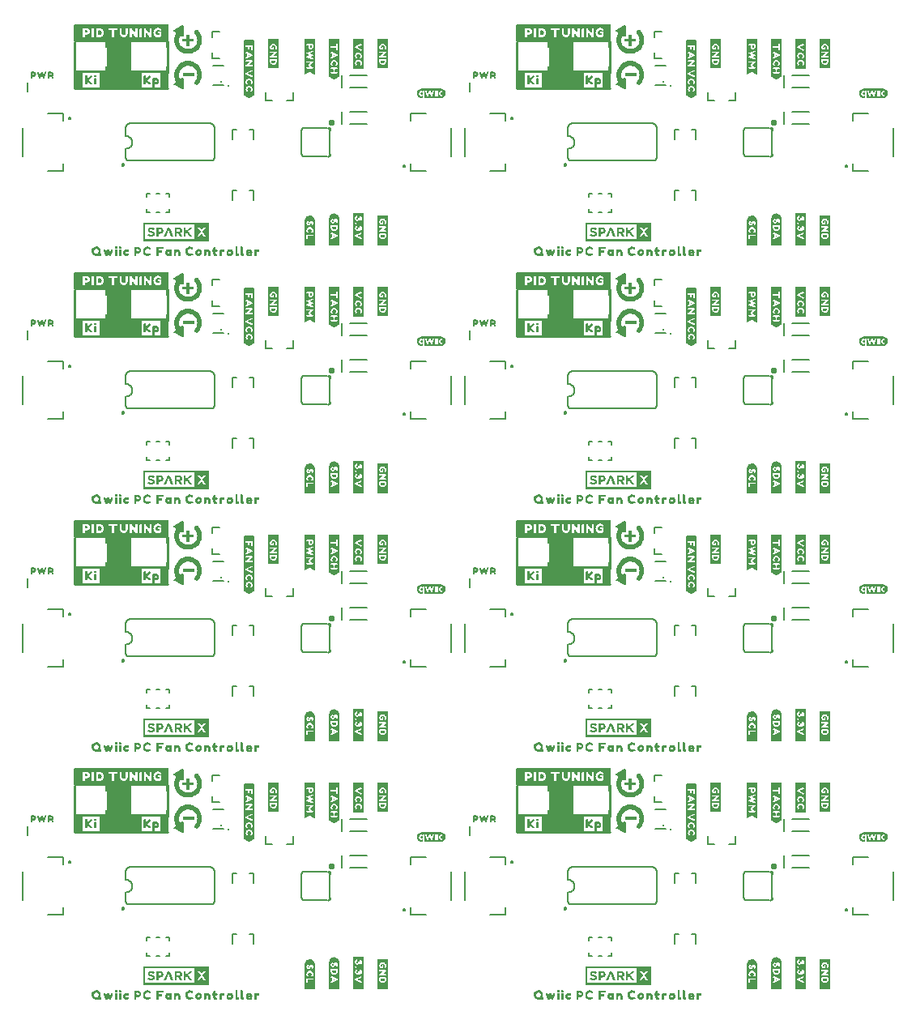
<source format=gto>
G04 EAGLE Gerber RS-274X export*
G75*
%MOMM*%
%FSLAX34Y34*%
%LPD*%
%INSilkscreen Top*%
%IPPOS*%
%AMOC8*
5,1,8,0,0,1.08239X$1,22.5*%
G01*
%ADD10C,0.254000*%
%ADD11C,0.203200*%
%ADD12C,0.015238*%
%ADD13C,0.152400*%
%ADD14C,0.406400*%
%ADD15C,0.300000*%

G36*
X528438Y181626D02*
X528438Y181626D01*
X528557Y181633D01*
X528595Y181646D01*
X528636Y181651D01*
X528746Y181694D01*
X528859Y181731D01*
X528894Y181753D01*
X528931Y181768D01*
X529027Y181838D01*
X529128Y181901D01*
X529156Y181931D01*
X529189Y181954D01*
X529265Y182046D01*
X529346Y182133D01*
X529366Y182168D01*
X529391Y182199D01*
X529442Y182307D01*
X529500Y182411D01*
X529510Y182451D01*
X529527Y182487D01*
X529549Y182604D01*
X529579Y182719D01*
X529583Y182780D01*
X529587Y182800D01*
X529585Y182820D01*
X529589Y182880D01*
X529589Y199391D01*
X547371Y199391D01*
X547371Y184150D01*
X547386Y184032D01*
X547393Y183913D01*
X547406Y183875D01*
X547411Y183834D01*
X547454Y183724D01*
X547491Y183611D01*
X547513Y183576D01*
X547528Y183539D01*
X547598Y183443D01*
X547661Y183342D01*
X547691Y183314D01*
X547714Y183281D01*
X547806Y183206D01*
X547893Y183124D01*
X547928Y183104D01*
X547959Y183079D01*
X548067Y183028D01*
X548171Y182970D01*
X548211Y182960D01*
X548247Y182943D01*
X548364Y182921D01*
X548479Y182891D01*
X548540Y182887D01*
X548560Y182883D01*
X548580Y182885D01*
X548640Y182881D01*
X590550Y182881D01*
X590668Y182896D01*
X590787Y182903D01*
X590825Y182916D01*
X590866Y182921D01*
X590976Y182964D01*
X591089Y183001D01*
X591124Y183023D01*
X591161Y183038D01*
X591257Y183108D01*
X591358Y183171D01*
X591386Y183201D01*
X591419Y183224D01*
X591495Y183316D01*
X591576Y183403D01*
X591596Y183438D01*
X591621Y183469D01*
X591672Y183577D01*
X591730Y183681D01*
X591740Y183721D01*
X591757Y183757D01*
X591779Y183874D01*
X591809Y183989D01*
X591813Y184050D01*
X591817Y184070D01*
X591815Y184090D01*
X591819Y184150D01*
X591819Y199391D01*
X610871Y199391D01*
X610871Y182880D01*
X610886Y182762D01*
X610893Y182643D01*
X610906Y182605D01*
X610911Y182564D01*
X610954Y182454D01*
X610991Y182341D01*
X611013Y182306D01*
X611028Y182269D01*
X611098Y182173D01*
X611161Y182072D01*
X611191Y182044D01*
X611214Y182011D01*
X611306Y181936D01*
X611393Y181854D01*
X611428Y181834D01*
X611459Y181809D01*
X611567Y181758D01*
X611671Y181700D01*
X611711Y181690D01*
X611747Y181673D01*
X611864Y181651D01*
X611979Y181621D01*
X612040Y181617D01*
X612060Y181613D01*
X612080Y181615D01*
X612140Y181611D01*
X618490Y181611D01*
X618608Y181626D01*
X618727Y181633D01*
X618765Y181646D01*
X618806Y181651D01*
X618916Y181694D01*
X619029Y181731D01*
X619064Y181753D01*
X619101Y181768D01*
X619197Y181838D01*
X619298Y181901D01*
X619326Y181931D01*
X619359Y181954D01*
X619435Y182046D01*
X619516Y182133D01*
X619536Y182168D01*
X619561Y182199D01*
X619612Y182307D01*
X619670Y182411D01*
X619680Y182451D01*
X619697Y182487D01*
X619719Y182604D01*
X619749Y182719D01*
X619753Y182780D01*
X619757Y182800D01*
X619755Y182820D01*
X619759Y182880D01*
X619759Y200660D01*
X619744Y200778D01*
X619737Y200897D01*
X619724Y200935D01*
X619719Y200976D01*
X619676Y201086D01*
X619639Y201199D01*
X619617Y201234D01*
X619602Y201271D01*
X619533Y201367D01*
X619469Y201468D01*
X619439Y201496D01*
X619416Y201529D01*
X619324Y201605D01*
X619237Y201686D01*
X619202Y201706D01*
X619171Y201731D01*
X619063Y201782D01*
X618959Y201840D01*
X618919Y201850D01*
X618883Y201867D01*
X618766Y201889D01*
X618651Y201919D01*
X618591Y201923D01*
X618571Y201927D01*
X618550Y201925D01*
X618490Y201929D01*
X580389Y201929D01*
X580389Y231141D01*
X618490Y231141D01*
X618608Y231156D01*
X618727Y231163D01*
X618765Y231176D01*
X618806Y231181D01*
X618916Y231224D01*
X619029Y231261D01*
X619064Y231283D01*
X619101Y231298D01*
X619197Y231368D01*
X619298Y231431D01*
X619326Y231461D01*
X619359Y231484D01*
X619435Y231576D01*
X619516Y231663D01*
X619536Y231698D01*
X619561Y231729D01*
X619612Y231837D01*
X619670Y231941D01*
X619680Y231981D01*
X619697Y232017D01*
X619719Y232134D01*
X619749Y232249D01*
X619753Y232310D01*
X619757Y232330D01*
X619755Y232350D01*
X619759Y232410D01*
X619759Y248920D01*
X619744Y249038D01*
X619737Y249157D01*
X619724Y249195D01*
X619719Y249236D01*
X619676Y249346D01*
X619639Y249459D01*
X619617Y249494D01*
X619602Y249531D01*
X619533Y249627D01*
X619469Y249728D01*
X619439Y249756D01*
X619416Y249789D01*
X619324Y249865D01*
X619237Y249946D01*
X619202Y249966D01*
X619171Y249991D01*
X619063Y250042D01*
X618959Y250100D01*
X618919Y250110D01*
X618883Y250127D01*
X618766Y250149D01*
X618651Y250179D01*
X618591Y250183D01*
X618571Y250187D01*
X618550Y250185D01*
X618490Y250189D01*
X521970Y250189D01*
X521852Y250174D01*
X521733Y250167D01*
X521695Y250154D01*
X521654Y250149D01*
X521544Y250106D01*
X521431Y250069D01*
X521396Y250047D01*
X521359Y250032D01*
X521263Y249963D01*
X521162Y249899D01*
X521134Y249869D01*
X521101Y249846D01*
X521026Y249754D01*
X520944Y249667D01*
X520924Y249632D01*
X520899Y249601D01*
X520848Y249493D01*
X520790Y249389D01*
X520780Y249349D01*
X520763Y249313D01*
X520741Y249196D01*
X520711Y249081D01*
X520707Y249021D01*
X520703Y249001D01*
X520703Y248999D01*
X520703Y248998D01*
X520705Y248979D01*
X520701Y248920D01*
X520701Y232410D01*
X520716Y232292D01*
X520723Y232173D01*
X520736Y232135D01*
X520741Y232094D01*
X520784Y231984D01*
X520821Y231871D01*
X520843Y231836D01*
X520858Y231799D01*
X520879Y231769D01*
X520790Y231609D01*
X520711Y231301D01*
X520701Y231140D01*
X520701Y182880D01*
X520716Y182762D01*
X520723Y182643D01*
X520736Y182605D01*
X520741Y182564D01*
X520784Y182454D01*
X520821Y182341D01*
X520843Y182306D01*
X520858Y182269D01*
X520928Y182173D01*
X520991Y182072D01*
X521021Y182044D01*
X521044Y182011D01*
X521136Y181936D01*
X521223Y181854D01*
X521258Y181834D01*
X521289Y181809D01*
X521397Y181758D01*
X521501Y181700D01*
X521541Y181690D01*
X521577Y181673D01*
X521694Y181651D01*
X521809Y181621D01*
X521870Y181617D01*
X521890Y181613D01*
X521910Y181615D01*
X521970Y181611D01*
X528320Y181611D01*
X528438Y181626D01*
G37*
G36*
X66158Y181626D02*
X66158Y181626D01*
X66277Y181633D01*
X66315Y181646D01*
X66356Y181651D01*
X66466Y181694D01*
X66579Y181731D01*
X66614Y181753D01*
X66651Y181768D01*
X66747Y181838D01*
X66848Y181901D01*
X66876Y181931D01*
X66909Y181954D01*
X66985Y182046D01*
X67066Y182133D01*
X67086Y182168D01*
X67111Y182199D01*
X67162Y182307D01*
X67220Y182411D01*
X67230Y182451D01*
X67247Y182487D01*
X67269Y182604D01*
X67299Y182719D01*
X67303Y182780D01*
X67307Y182800D01*
X67305Y182820D01*
X67309Y182880D01*
X67309Y199391D01*
X85091Y199391D01*
X85091Y184150D01*
X85106Y184032D01*
X85113Y183913D01*
X85126Y183875D01*
X85131Y183834D01*
X85174Y183724D01*
X85211Y183611D01*
X85233Y183576D01*
X85248Y183539D01*
X85318Y183443D01*
X85381Y183342D01*
X85411Y183314D01*
X85434Y183281D01*
X85526Y183206D01*
X85613Y183124D01*
X85648Y183104D01*
X85679Y183079D01*
X85787Y183028D01*
X85891Y182970D01*
X85931Y182960D01*
X85967Y182943D01*
X86084Y182921D01*
X86199Y182891D01*
X86260Y182887D01*
X86280Y182883D01*
X86300Y182885D01*
X86360Y182881D01*
X128270Y182881D01*
X128388Y182896D01*
X128507Y182903D01*
X128545Y182916D01*
X128586Y182921D01*
X128696Y182964D01*
X128809Y183001D01*
X128844Y183023D01*
X128881Y183038D01*
X128977Y183108D01*
X129078Y183171D01*
X129106Y183201D01*
X129139Y183224D01*
X129215Y183316D01*
X129296Y183403D01*
X129316Y183438D01*
X129341Y183469D01*
X129392Y183577D01*
X129450Y183681D01*
X129460Y183721D01*
X129477Y183757D01*
X129499Y183874D01*
X129529Y183989D01*
X129533Y184050D01*
X129537Y184070D01*
X129535Y184090D01*
X129539Y184150D01*
X129539Y199391D01*
X148591Y199391D01*
X148591Y182880D01*
X148606Y182762D01*
X148613Y182643D01*
X148626Y182605D01*
X148631Y182564D01*
X148674Y182454D01*
X148711Y182341D01*
X148733Y182306D01*
X148748Y182269D01*
X148818Y182173D01*
X148881Y182072D01*
X148911Y182044D01*
X148934Y182011D01*
X149026Y181936D01*
X149113Y181854D01*
X149148Y181834D01*
X149179Y181809D01*
X149287Y181758D01*
X149391Y181700D01*
X149431Y181690D01*
X149467Y181673D01*
X149584Y181651D01*
X149699Y181621D01*
X149760Y181617D01*
X149780Y181613D01*
X149800Y181615D01*
X149860Y181611D01*
X156210Y181611D01*
X156328Y181626D01*
X156447Y181633D01*
X156485Y181646D01*
X156526Y181651D01*
X156636Y181694D01*
X156749Y181731D01*
X156784Y181753D01*
X156821Y181768D01*
X156917Y181838D01*
X157018Y181901D01*
X157046Y181931D01*
X157079Y181954D01*
X157155Y182046D01*
X157236Y182133D01*
X157256Y182168D01*
X157281Y182199D01*
X157332Y182307D01*
X157390Y182411D01*
X157400Y182451D01*
X157417Y182487D01*
X157439Y182604D01*
X157469Y182719D01*
X157473Y182780D01*
X157477Y182800D01*
X157475Y182820D01*
X157479Y182880D01*
X157479Y200660D01*
X157464Y200778D01*
X157457Y200897D01*
X157444Y200935D01*
X157439Y200976D01*
X157396Y201086D01*
X157359Y201199D01*
X157337Y201234D01*
X157322Y201271D01*
X157253Y201367D01*
X157189Y201468D01*
X157159Y201496D01*
X157136Y201529D01*
X157044Y201605D01*
X156957Y201686D01*
X156922Y201706D01*
X156891Y201731D01*
X156783Y201782D01*
X156679Y201840D01*
X156639Y201850D01*
X156603Y201867D01*
X156486Y201889D01*
X156371Y201919D01*
X156311Y201923D01*
X156291Y201927D01*
X156270Y201925D01*
X156210Y201929D01*
X118109Y201929D01*
X118109Y231141D01*
X156210Y231141D01*
X156328Y231156D01*
X156447Y231163D01*
X156485Y231176D01*
X156526Y231181D01*
X156636Y231224D01*
X156749Y231261D01*
X156784Y231283D01*
X156821Y231298D01*
X156917Y231368D01*
X157018Y231431D01*
X157046Y231461D01*
X157079Y231484D01*
X157155Y231576D01*
X157236Y231663D01*
X157256Y231698D01*
X157281Y231729D01*
X157332Y231837D01*
X157390Y231941D01*
X157400Y231981D01*
X157417Y232017D01*
X157439Y232134D01*
X157469Y232249D01*
X157473Y232310D01*
X157477Y232330D01*
X157475Y232350D01*
X157479Y232410D01*
X157479Y248920D01*
X157464Y249038D01*
X157457Y249157D01*
X157444Y249195D01*
X157439Y249236D01*
X157396Y249346D01*
X157359Y249459D01*
X157337Y249494D01*
X157322Y249531D01*
X157253Y249627D01*
X157189Y249728D01*
X157159Y249756D01*
X157136Y249789D01*
X157044Y249865D01*
X156957Y249946D01*
X156922Y249966D01*
X156891Y249991D01*
X156783Y250042D01*
X156679Y250100D01*
X156639Y250110D01*
X156603Y250127D01*
X156486Y250149D01*
X156371Y250179D01*
X156311Y250183D01*
X156291Y250187D01*
X156270Y250185D01*
X156210Y250189D01*
X59690Y250189D01*
X59572Y250174D01*
X59453Y250167D01*
X59415Y250154D01*
X59374Y250149D01*
X59264Y250106D01*
X59151Y250069D01*
X59116Y250047D01*
X59079Y250032D01*
X58983Y249963D01*
X58882Y249899D01*
X58854Y249869D01*
X58821Y249846D01*
X58746Y249754D01*
X58664Y249667D01*
X58644Y249632D01*
X58619Y249601D01*
X58568Y249493D01*
X58510Y249389D01*
X58500Y249349D01*
X58483Y249313D01*
X58461Y249196D01*
X58431Y249081D01*
X58427Y249021D01*
X58423Y249001D01*
X58423Y248999D01*
X58423Y248998D01*
X58425Y248979D01*
X58421Y248920D01*
X58421Y232410D01*
X58436Y232292D01*
X58443Y232173D01*
X58456Y232135D01*
X58461Y232094D01*
X58504Y231984D01*
X58541Y231871D01*
X58563Y231836D01*
X58578Y231799D01*
X58599Y231769D01*
X58510Y231609D01*
X58431Y231301D01*
X58421Y231140D01*
X58421Y182880D01*
X58436Y182762D01*
X58443Y182643D01*
X58456Y182605D01*
X58461Y182564D01*
X58504Y182454D01*
X58541Y182341D01*
X58563Y182306D01*
X58578Y182269D01*
X58648Y182173D01*
X58711Y182072D01*
X58741Y182044D01*
X58764Y182011D01*
X58856Y181936D01*
X58943Y181854D01*
X58978Y181834D01*
X59009Y181809D01*
X59117Y181758D01*
X59221Y181700D01*
X59261Y181690D01*
X59297Y181673D01*
X59414Y181651D01*
X59529Y181621D01*
X59590Y181617D01*
X59610Y181613D01*
X59630Y181615D01*
X59690Y181611D01*
X66040Y181611D01*
X66158Y181626D01*
G37*
G36*
X528438Y958866D02*
X528438Y958866D01*
X528557Y958873D01*
X528595Y958886D01*
X528636Y958891D01*
X528746Y958934D01*
X528859Y958971D01*
X528894Y958993D01*
X528931Y959008D01*
X529027Y959078D01*
X529128Y959141D01*
X529156Y959171D01*
X529189Y959194D01*
X529265Y959286D01*
X529346Y959373D01*
X529366Y959408D01*
X529391Y959439D01*
X529442Y959547D01*
X529500Y959651D01*
X529510Y959691D01*
X529527Y959727D01*
X529549Y959844D01*
X529579Y959959D01*
X529583Y960020D01*
X529587Y960040D01*
X529585Y960060D01*
X529589Y960120D01*
X529589Y976631D01*
X547371Y976631D01*
X547371Y961390D01*
X547386Y961272D01*
X547393Y961153D01*
X547406Y961115D01*
X547411Y961074D01*
X547454Y960964D01*
X547491Y960851D01*
X547513Y960816D01*
X547528Y960779D01*
X547598Y960683D01*
X547661Y960582D01*
X547691Y960554D01*
X547714Y960521D01*
X547806Y960446D01*
X547893Y960364D01*
X547928Y960344D01*
X547959Y960319D01*
X548067Y960268D01*
X548171Y960210D01*
X548211Y960200D01*
X548247Y960183D01*
X548364Y960161D01*
X548479Y960131D01*
X548540Y960127D01*
X548560Y960123D01*
X548580Y960125D01*
X548640Y960121D01*
X590550Y960121D01*
X590668Y960136D01*
X590787Y960143D01*
X590825Y960156D01*
X590866Y960161D01*
X590976Y960204D01*
X591089Y960241D01*
X591124Y960263D01*
X591161Y960278D01*
X591257Y960348D01*
X591358Y960411D01*
X591386Y960441D01*
X591419Y960464D01*
X591495Y960556D01*
X591576Y960643D01*
X591596Y960678D01*
X591621Y960709D01*
X591672Y960817D01*
X591730Y960921D01*
X591740Y960961D01*
X591757Y960997D01*
X591779Y961114D01*
X591809Y961229D01*
X591813Y961290D01*
X591817Y961310D01*
X591815Y961330D01*
X591819Y961390D01*
X591819Y976631D01*
X610871Y976631D01*
X610871Y960120D01*
X610886Y960002D01*
X610893Y959883D01*
X610906Y959845D01*
X610911Y959804D01*
X610954Y959694D01*
X610991Y959581D01*
X611013Y959546D01*
X611028Y959509D01*
X611098Y959413D01*
X611161Y959312D01*
X611191Y959284D01*
X611214Y959251D01*
X611306Y959176D01*
X611393Y959094D01*
X611428Y959074D01*
X611459Y959049D01*
X611567Y958998D01*
X611671Y958940D01*
X611711Y958930D01*
X611747Y958913D01*
X611864Y958891D01*
X611979Y958861D01*
X612040Y958857D01*
X612060Y958853D01*
X612080Y958855D01*
X612140Y958851D01*
X618490Y958851D01*
X618608Y958866D01*
X618727Y958873D01*
X618765Y958886D01*
X618806Y958891D01*
X618916Y958934D01*
X619029Y958971D01*
X619064Y958993D01*
X619101Y959008D01*
X619197Y959078D01*
X619298Y959141D01*
X619326Y959171D01*
X619359Y959194D01*
X619435Y959286D01*
X619516Y959373D01*
X619536Y959408D01*
X619561Y959439D01*
X619612Y959547D01*
X619670Y959651D01*
X619680Y959691D01*
X619697Y959727D01*
X619719Y959844D01*
X619749Y959959D01*
X619753Y960020D01*
X619757Y960040D01*
X619755Y960060D01*
X619759Y960120D01*
X619759Y977900D01*
X619744Y978018D01*
X619737Y978137D01*
X619724Y978175D01*
X619719Y978216D01*
X619676Y978326D01*
X619639Y978439D01*
X619617Y978474D01*
X619602Y978511D01*
X619533Y978607D01*
X619469Y978708D01*
X619439Y978736D01*
X619416Y978769D01*
X619324Y978845D01*
X619237Y978926D01*
X619202Y978946D01*
X619171Y978971D01*
X619063Y979022D01*
X618959Y979080D01*
X618919Y979090D01*
X618883Y979107D01*
X618766Y979129D01*
X618651Y979159D01*
X618591Y979163D01*
X618571Y979167D01*
X618550Y979165D01*
X618490Y979169D01*
X580389Y979169D01*
X580389Y1008381D01*
X618490Y1008381D01*
X618608Y1008396D01*
X618727Y1008403D01*
X618765Y1008416D01*
X618806Y1008421D01*
X618916Y1008464D01*
X619029Y1008501D01*
X619064Y1008523D01*
X619101Y1008538D01*
X619197Y1008608D01*
X619298Y1008671D01*
X619326Y1008701D01*
X619359Y1008724D01*
X619435Y1008816D01*
X619516Y1008903D01*
X619536Y1008938D01*
X619561Y1008969D01*
X619612Y1009077D01*
X619670Y1009181D01*
X619680Y1009221D01*
X619697Y1009257D01*
X619719Y1009374D01*
X619749Y1009489D01*
X619753Y1009550D01*
X619757Y1009570D01*
X619755Y1009590D01*
X619759Y1009650D01*
X619759Y1026160D01*
X619744Y1026278D01*
X619737Y1026397D01*
X619724Y1026435D01*
X619719Y1026476D01*
X619676Y1026586D01*
X619639Y1026699D01*
X619617Y1026734D01*
X619602Y1026771D01*
X619533Y1026867D01*
X619469Y1026968D01*
X619439Y1026996D01*
X619416Y1027029D01*
X619324Y1027105D01*
X619237Y1027186D01*
X619202Y1027206D01*
X619171Y1027231D01*
X619063Y1027282D01*
X618959Y1027340D01*
X618919Y1027350D01*
X618883Y1027367D01*
X618766Y1027389D01*
X618651Y1027419D01*
X618591Y1027423D01*
X618571Y1027427D01*
X618550Y1027425D01*
X618490Y1027429D01*
X521970Y1027429D01*
X521852Y1027414D01*
X521733Y1027407D01*
X521695Y1027394D01*
X521654Y1027389D01*
X521544Y1027346D01*
X521431Y1027309D01*
X521396Y1027287D01*
X521359Y1027272D01*
X521263Y1027203D01*
X521162Y1027139D01*
X521134Y1027109D01*
X521101Y1027086D01*
X521026Y1026994D01*
X520944Y1026907D01*
X520924Y1026872D01*
X520899Y1026841D01*
X520848Y1026733D01*
X520790Y1026629D01*
X520780Y1026589D01*
X520763Y1026553D01*
X520741Y1026436D01*
X520711Y1026321D01*
X520707Y1026261D01*
X520703Y1026241D01*
X520703Y1026239D01*
X520703Y1026238D01*
X520705Y1026219D01*
X520701Y1026160D01*
X520701Y1009650D01*
X520716Y1009532D01*
X520723Y1009413D01*
X520736Y1009375D01*
X520741Y1009334D01*
X520784Y1009224D01*
X520821Y1009111D01*
X520843Y1009076D01*
X520858Y1009039D01*
X520879Y1009009D01*
X520790Y1008849D01*
X520711Y1008541D01*
X520701Y1008380D01*
X520701Y960120D01*
X520716Y960002D01*
X520723Y959883D01*
X520736Y959845D01*
X520741Y959804D01*
X520784Y959694D01*
X520821Y959581D01*
X520843Y959546D01*
X520858Y959509D01*
X520928Y959413D01*
X520991Y959312D01*
X521021Y959284D01*
X521044Y959251D01*
X521136Y959176D01*
X521223Y959094D01*
X521258Y959074D01*
X521289Y959049D01*
X521397Y958998D01*
X521501Y958940D01*
X521541Y958930D01*
X521577Y958913D01*
X521694Y958891D01*
X521809Y958861D01*
X521870Y958857D01*
X521890Y958853D01*
X521910Y958855D01*
X521970Y958851D01*
X528320Y958851D01*
X528438Y958866D01*
G37*
G36*
X66158Y958866D02*
X66158Y958866D01*
X66277Y958873D01*
X66315Y958886D01*
X66356Y958891D01*
X66466Y958934D01*
X66579Y958971D01*
X66614Y958993D01*
X66651Y959008D01*
X66747Y959078D01*
X66848Y959141D01*
X66876Y959171D01*
X66909Y959194D01*
X66985Y959286D01*
X67066Y959373D01*
X67086Y959408D01*
X67111Y959439D01*
X67162Y959547D01*
X67220Y959651D01*
X67230Y959691D01*
X67247Y959727D01*
X67269Y959844D01*
X67299Y959959D01*
X67303Y960020D01*
X67307Y960040D01*
X67305Y960060D01*
X67309Y960120D01*
X67309Y976631D01*
X85091Y976631D01*
X85091Y961390D01*
X85106Y961272D01*
X85113Y961153D01*
X85126Y961115D01*
X85131Y961074D01*
X85174Y960964D01*
X85211Y960851D01*
X85233Y960816D01*
X85248Y960779D01*
X85318Y960683D01*
X85381Y960582D01*
X85411Y960554D01*
X85434Y960521D01*
X85526Y960446D01*
X85613Y960364D01*
X85648Y960344D01*
X85679Y960319D01*
X85787Y960268D01*
X85891Y960210D01*
X85931Y960200D01*
X85967Y960183D01*
X86084Y960161D01*
X86199Y960131D01*
X86260Y960127D01*
X86280Y960123D01*
X86300Y960125D01*
X86360Y960121D01*
X128270Y960121D01*
X128388Y960136D01*
X128507Y960143D01*
X128545Y960156D01*
X128586Y960161D01*
X128696Y960204D01*
X128809Y960241D01*
X128844Y960263D01*
X128881Y960278D01*
X128977Y960348D01*
X129078Y960411D01*
X129106Y960441D01*
X129139Y960464D01*
X129215Y960556D01*
X129296Y960643D01*
X129316Y960678D01*
X129341Y960709D01*
X129392Y960817D01*
X129450Y960921D01*
X129460Y960961D01*
X129477Y960997D01*
X129499Y961114D01*
X129529Y961229D01*
X129533Y961290D01*
X129537Y961310D01*
X129535Y961330D01*
X129539Y961390D01*
X129539Y976631D01*
X148591Y976631D01*
X148591Y960120D01*
X148606Y960002D01*
X148613Y959883D01*
X148626Y959845D01*
X148631Y959804D01*
X148674Y959694D01*
X148711Y959581D01*
X148733Y959546D01*
X148748Y959509D01*
X148818Y959413D01*
X148881Y959312D01*
X148911Y959284D01*
X148934Y959251D01*
X149026Y959176D01*
X149113Y959094D01*
X149148Y959074D01*
X149179Y959049D01*
X149287Y958998D01*
X149391Y958940D01*
X149431Y958930D01*
X149467Y958913D01*
X149584Y958891D01*
X149699Y958861D01*
X149760Y958857D01*
X149780Y958853D01*
X149800Y958855D01*
X149860Y958851D01*
X156210Y958851D01*
X156328Y958866D01*
X156447Y958873D01*
X156485Y958886D01*
X156526Y958891D01*
X156636Y958934D01*
X156749Y958971D01*
X156784Y958993D01*
X156821Y959008D01*
X156917Y959078D01*
X157018Y959141D01*
X157046Y959171D01*
X157079Y959194D01*
X157155Y959286D01*
X157236Y959373D01*
X157256Y959408D01*
X157281Y959439D01*
X157332Y959547D01*
X157390Y959651D01*
X157400Y959691D01*
X157417Y959727D01*
X157439Y959844D01*
X157469Y959959D01*
X157473Y960020D01*
X157477Y960040D01*
X157475Y960060D01*
X157479Y960120D01*
X157479Y977900D01*
X157464Y978018D01*
X157457Y978137D01*
X157444Y978175D01*
X157439Y978216D01*
X157396Y978326D01*
X157359Y978439D01*
X157337Y978474D01*
X157322Y978511D01*
X157253Y978607D01*
X157189Y978708D01*
X157159Y978736D01*
X157136Y978769D01*
X157044Y978845D01*
X156957Y978926D01*
X156922Y978946D01*
X156891Y978971D01*
X156783Y979022D01*
X156679Y979080D01*
X156639Y979090D01*
X156603Y979107D01*
X156486Y979129D01*
X156371Y979159D01*
X156311Y979163D01*
X156291Y979167D01*
X156270Y979165D01*
X156210Y979169D01*
X118109Y979169D01*
X118109Y1008381D01*
X156210Y1008381D01*
X156328Y1008396D01*
X156447Y1008403D01*
X156485Y1008416D01*
X156526Y1008421D01*
X156636Y1008464D01*
X156749Y1008501D01*
X156784Y1008523D01*
X156821Y1008538D01*
X156917Y1008608D01*
X157018Y1008671D01*
X157046Y1008701D01*
X157079Y1008724D01*
X157155Y1008816D01*
X157236Y1008903D01*
X157256Y1008938D01*
X157281Y1008969D01*
X157332Y1009077D01*
X157390Y1009181D01*
X157400Y1009221D01*
X157417Y1009257D01*
X157439Y1009374D01*
X157469Y1009489D01*
X157473Y1009550D01*
X157477Y1009570D01*
X157475Y1009590D01*
X157479Y1009650D01*
X157479Y1026160D01*
X157464Y1026278D01*
X157457Y1026397D01*
X157444Y1026435D01*
X157439Y1026476D01*
X157396Y1026586D01*
X157359Y1026699D01*
X157337Y1026734D01*
X157322Y1026771D01*
X157253Y1026867D01*
X157189Y1026968D01*
X157159Y1026996D01*
X157136Y1027029D01*
X157044Y1027105D01*
X156957Y1027186D01*
X156922Y1027206D01*
X156891Y1027231D01*
X156783Y1027282D01*
X156679Y1027340D01*
X156639Y1027350D01*
X156603Y1027367D01*
X156486Y1027389D01*
X156371Y1027419D01*
X156311Y1027423D01*
X156291Y1027427D01*
X156270Y1027425D01*
X156210Y1027429D01*
X59690Y1027429D01*
X59572Y1027414D01*
X59453Y1027407D01*
X59415Y1027394D01*
X59374Y1027389D01*
X59264Y1027346D01*
X59151Y1027309D01*
X59116Y1027287D01*
X59079Y1027272D01*
X58983Y1027203D01*
X58882Y1027139D01*
X58854Y1027109D01*
X58821Y1027086D01*
X58746Y1026994D01*
X58664Y1026907D01*
X58644Y1026872D01*
X58619Y1026841D01*
X58568Y1026733D01*
X58510Y1026629D01*
X58500Y1026589D01*
X58483Y1026553D01*
X58461Y1026436D01*
X58431Y1026321D01*
X58427Y1026261D01*
X58423Y1026241D01*
X58423Y1026239D01*
X58423Y1026238D01*
X58425Y1026219D01*
X58421Y1026160D01*
X58421Y1009650D01*
X58436Y1009532D01*
X58443Y1009413D01*
X58456Y1009375D01*
X58461Y1009334D01*
X58504Y1009224D01*
X58541Y1009111D01*
X58563Y1009076D01*
X58578Y1009039D01*
X58599Y1009009D01*
X58510Y1008849D01*
X58431Y1008541D01*
X58421Y1008380D01*
X58421Y960120D01*
X58436Y960002D01*
X58443Y959883D01*
X58456Y959845D01*
X58461Y959804D01*
X58504Y959694D01*
X58541Y959581D01*
X58563Y959546D01*
X58578Y959509D01*
X58648Y959413D01*
X58711Y959312D01*
X58741Y959284D01*
X58764Y959251D01*
X58856Y959176D01*
X58943Y959094D01*
X58978Y959074D01*
X59009Y959049D01*
X59117Y958998D01*
X59221Y958940D01*
X59261Y958930D01*
X59297Y958913D01*
X59414Y958891D01*
X59529Y958861D01*
X59590Y958857D01*
X59610Y958853D01*
X59630Y958855D01*
X59690Y958851D01*
X66040Y958851D01*
X66158Y958866D01*
G37*
G36*
X66158Y699786D02*
X66158Y699786D01*
X66277Y699793D01*
X66315Y699806D01*
X66356Y699811D01*
X66466Y699854D01*
X66579Y699891D01*
X66614Y699913D01*
X66651Y699928D01*
X66747Y699998D01*
X66848Y700061D01*
X66876Y700091D01*
X66909Y700114D01*
X66985Y700206D01*
X67066Y700293D01*
X67086Y700328D01*
X67111Y700359D01*
X67162Y700467D01*
X67220Y700571D01*
X67230Y700611D01*
X67247Y700647D01*
X67269Y700764D01*
X67299Y700879D01*
X67303Y700940D01*
X67307Y700960D01*
X67305Y700980D01*
X67309Y701040D01*
X67309Y717551D01*
X85091Y717551D01*
X85091Y702310D01*
X85106Y702192D01*
X85113Y702073D01*
X85126Y702035D01*
X85131Y701994D01*
X85174Y701884D01*
X85211Y701771D01*
X85233Y701736D01*
X85248Y701699D01*
X85318Y701603D01*
X85381Y701502D01*
X85411Y701474D01*
X85434Y701441D01*
X85526Y701366D01*
X85613Y701284D01*
X85648Y701264D01*
X85679Y701239D01*
X85787Y701188D01*
X85891Y701130D01*
X85931Y701120D01*
X85967Y701103D01*
X86084Y701081D01*
X86199Y701051D01*
X86260Y701047D01*
X86280Y701043D01*
X86300Y701045D01*
X86360Y701041D01*
X128270Y701041D01*
X128388Y701056D01*
X128507Y701063D01*
X128545Y701076D01*
X128586Y701081D01*
X128696Y701124D01*
X128809Y701161D01*
X128844Y701183D01*
X128881Y701198D01*
X128977Y701268D01*
X129078Y701331D01*
X129106Y701361D01*
X129139Y701384D01*
X129215Y701476D01*
X129296Y701563D01*
X129316Y701598D01*
X129341Y701629D01*
X129392Y701737D01*
X129450Y701841D01*
X129460Y701881D01*
X129477Y701917D01*
X129499Y702034D01*
X129529Y702149D01*
X129533Y702210D01*
X129537Y702230D01*
X129535Y702250D01*
X129539Y702310D01*
X129539Y717551D01*
X148591Y717551D01*
X148591Y701040D01*
X148606Y700922D01*
X148613Y700803D01*
X148626Y700765D01*
X148631Y700724D01*
X148674Y700614D01*
X148711Y700501D01*
X148733Y700466D01*
X148748Y700429D01*
X148818Y700333D01*
X148881Y700232D01*
X148911Y700204D01*
X148934Y700171D01*
X149026Y700096D01*
X149113Y700014D01*
X149148Y699994D01*
X149179Y699969D01*
X149287Y699918D01*
X149391Y699860D01*
X149431Y699850D01*
X149467Y699833D01*
X149584Y699811D01*
X149699Y699781D01*
X149760Y699777D01*
X149780Y699773D01*
X149800Y699775D01*
X149860Y699771D01*
X156210Y699771D01*
X156328Y699786D01*
X156447Y699793D01*
X156485Y699806D01*
X156526Y699811D01*
X156636Y699854D01*
X156749Y699891D01*
X156784Y699913D01*
X156821Y699928D01*
X156917Y699998D01*
X157018Y700061D01*
X157046Y700091D01*
X157079Y700114D01*
X157155Y700206D01*
X157236Y700293D01*
X157256Y700328D01*
X157281Y700359D01*
X157332Y700467D01*
X157390Y700571D01*
X157400Y700611D01*
X157417Y700647D01*
X157439Y700764D01*
X157469Y700879D01*
X157473Y700940D01*
X157477Y700960D01*
X157475Y700980D01*
X157479Y701040D01*
X157479Y718820D01*
X157464Y718938D01*
X157457Y719057D01*
X157444Y719095D01*
X157439Y719136D01*
X157396Y719246D01*
X157359Y719359D01*
X157337Y719394D01*
X157322Y719431D01*
X157253Y719527D01*
X157189Y719628D01*
X157159Y719656D01*
X157136Y719689D01*
X157044Y719765D01*
X156957Y719846D01*
X156922Y719866D01*
X156891Y719891D01*
X156783Y719942D01*
X156679Y720000D01*
X156639Y720010D01*
X156603Y720027D01*
X156486Y720049D01*
X156371Y720079D01*
X156311Y720083D01*
X156291Y720087D01*
X156270Y720085D01*
X156210Y720089D01*
X118109Y720089D01*
X118109Y749301D01*
X156210Y749301D01*
X156328Y749316D01*
X156447Y749323D01*
X156485Y749336D01*
X156526Y749341D01*
X156636Y749384D01*
X156749Y749421D01*
X156784Y749443D01*
X156821Y749458D01*
X156917Y749528D01*
X157018Y749591D01*
X157046Y749621D01*
X157079Y749644D01*
X157155Y749736D01*
X157236Y749823D01*
X157256Y749858D01*
X157281Y749889D01*
X157332Y749997D01*
X157390Y750101D01*
X157400Y750141D01*
X157417Y750177D01*
X157439Y750294D01*
X157469Y750409D01*
X157473Y750470D01*
X157477Y750490D01*
X157475Y750510D01*
X157479Y750570D01*
X157479Y767080D01*
X157464Y767198D01*
X157457Y767317D01*
X157444Y767355D01*
X157439Y767396D01*
X157396Y767506D01*
X157359Y767619D01*
X157337Y767654D01*
X157322Y767691D01*
X157253Y767787D01*
X157189Y767888D01*
X157159Y767916D01*
X157136Y767949D01*
X157044Y768025D01*
X156957Y768106D01*
X156922Y768126D01*
X156891Y768151D01*
X156783Y768202D01*
X156679Y768260D01*
X156639Y768270D01*
X156603Y768287D01*
X156486Y768309D01*
X156371Y768339D01*
X156311Y768343D01*
X156291Y768347D01*
X156270Y768345D01*
X156210Y768349D01*
X59690Y768349D01*
X59572Y768334D01*
X59453Y768327D01*
X59415Y768314D01*
X59374Y768309D01*
X59264Y768266D01*
X59151Y768229D01*
X59116Y768207D01*
X59079Y768192D01*
X58983Y768123D01*
X58882Y768059D01*
X58854Y768029D01*
X58821Y768006D01*
X58746Y767914D01*
X58664Y767827D01*
X58644Y767792D01*
X58619Y767761D01*
X58568Y767653D01*
X58510Y767549D01*
X58500Y767509D01*
X58483Y767473D01*
X58461Y767356D01*
X58431Y767241D01*
X58427Y767181D01*
X58423Y767161D01*
X58423Y767159D01*
X58423Y767158D01*
X58425Y767139D01*
X58421Y767080D01*
X58421Y750570D01*
X58436Y750452D01*
X58443Y750333D01*
X58456Y750295D01*
X58461Y750254D01*
X58504Y750144D01*
X58541Y750031D01*
X58563Y749996D01*
X58578Y749959D01*
X58599Y749929D01*
X58510Y749769D01*
X58431Y749461D01*
X58421Y749300D01*
X58421Y701040D01*
X58436Y700922D01*
X58443Y700803D01*
X58456Y700765D01*
X58461Y700724D01*
X58504Y700614D01*
X58541Y700501D01*
X58563Y700466D01*
X58578Y700429D01*
X58648Y700333D01*
X58711Y700232D01*
X58741Y700204D01*
X58764Y700171D01*
X58856Y700096D01*
X58943Y700014D01*
X58978Y699994D01*
X59009Y699969D01*
X59117Y699918D01*
X59221Y699860D01*
X59261Y699850D01*
X59297Y699833D01*
X59414Y699811D01*
X59529Y699781D01*
X59590Y699777D01*
X59610Y699773D01*
X59630Y699775D01*
X59690Y699771D01*
X66040Y699771D01*
X66158Y699786D01*
G37*
G36*
X528438Y699786D02*
X528438Y699786D01*
X528557Y699793D01*
X528595Y699806D01*
X528636Y699811D01*
X528746Y699854D01*
X528859Y699891D01*
X528894Y699913D01*
X528931Y699928D01*
X529027Y699998D01*
X529128Y700061D01*
X529156Y700091D01*
X529189Y700114D01*
X529265Y700206D01*
X529346Y700293D01*
X529366Y700328D01*
X529391Y700359D01*
X529442Y700467D01*
X529500Y700571D01*
X529510Y700611D01*
X529527Y700647D01*
X529549Y700764D01*
X529579Y700879D01*
X529583Y700940D01*
X529587Y700960D01*
X529585Y700980D01*
X529589Y701040D01*
X529589Y717551D01*
X547371Y717551D01*
X547371Y702310D01*
X547386Y702192D01*
X547393Y702073D01*
X547406Y702035D01*
X547411Y701994D01*
X547454Y701884D01*
X547491Y701771D01*
X547513Y701736D01*
X547528Y701699D01*
X547598Y701603D01*
X547661Y701502D01*
X547691Y701474D01*
X547714Y701441D01*
X547806Y701366D01*
X547893Y701284D01*
X547928Y701264D01*
X547959Y701239D01*
X548067Y701188D01*
X548171Y701130D01*
X548211Y701120D01*
X548247Y701103D01*
X548364Y701081D01*
X548479Y701051D01*
X548540Y701047D01*
X548560Y701043D01*
X548580Y701045D01*
X548640Y701041D01*
X590550Y701041D01*
X590668Y701056D01*
X590787Y701063D01*
X590825Y701076D01*
X590866Y701081D01*
X590976Y701124D01*
X591089Y701161D01*
X591124Y701183D01*
X591161Y701198D01*
X591257Y701268D01*
X591358Y701331D01*
X591386Y701361D01*
X591419Y701384D01*
X591495Y701476D01*
X591576Y701563D01*
X591596Y701598D01*
X591621Y701629D01*
X591672Y701737D01*
X591730Y701841D01*
X591740Y701881D01*
X591757Y701917D01*
X591779Y702034D01*
X591809Y702149D01*
X591813Y702210D01*
X591817Y702230D01*
X591815Y702250D01*
X591819Y702310D01*
X591819Y717551D01*
X610871Y717551D01*
X610871Y701040D01*
X610886Y700922D01*
X610893Y700803D01*
X610906Y700765D01*
X610911Y700724D01*
X610954Y700614D01*
X610991Y700501D01*
X611013Y700466D01*
X611028Y700429D01*
X611098Y700333D01*
X611161Y700232D01*
X611191Y700204D01*
X611214Y700171D01*
X611306Y700096D01*
X611393Y700014D01*
X611428Y699994D01*
X611459Y699969D01*
X611567Y699918D01*
X611671Y699860D01*
X611711Y699850D01*
X611747Y699833D01*
X611864Y699811D01*
X611979Y699781D01*
X612040Y699777D01*
X612060Y699773D01*
X612080Y699775D01*
X612140Y699771D01*
X618490Y699771D01*
X618608Y699786D01*
X618727Y699793D01*
X618765Y699806D01*
X618806Y699811D01*
X618916Y699854D01*
X619029Y699891D01*
X619064Y699913D01*
X619101Y699928D01*
X619197Y699998D01*
X619298Y700061D01*
X619326Y700091D01*
X619359Y700114D01*
X619435Y700206D01*
X619516Y700293D01*
X619536Y700328D01*
X619561Y700359D01*
X619612Y700467D01*
X619670Y700571D01*
X619680Y700611D01*
X619697Y700647D01*
X619719Y700764D01*
X619749Y700879D01*
X619753Y700940D01*
X619757Y700960D01*
X619755Y700980D01*
X619759Y701040D01*
X619759Y718820D01*
X619744Y718938D01*
X619737Y719057D01*
X619724Y719095D01*
X619719Y719136D01*
X619676Y719246D01*
X619639Y719359D01*
X619617Y719394D01*
X619602Y719431D01*
X619533Y719527D01*
X619469Y719628D01*
X619439Y719656D01*
X619416Y719689D01*
X619324Y719765D01*
X619237Y719846D01*
X619202Y719866D01*
X619171Y719891D01*
X619063Y719942D01*
X618959Y720000D01*
X618919Y720010D01*
X618883Y720027D01*
X618766Y720049D01*
X618651Y720079D01*
X618591Y720083D01*
X618571Y720087D01*
X618550Y720085D01*
X618490Y720089D01*
X580389Y720089D01*
X580389Y749301D01*
X618490Y749301D01*
X618608Y749316D01*
X618727Y749323D01*
X618765Y749336D01*
X618806Y749341D01*
X618916Y749384D01*
X619029Y749421D01*
X619064Y749443D01*
X619101Y749458D01*
X619197Y749528D01*
X619298Y749591D01*
X619326Y749621D01*
X619359Y749644D01*
X619435Y749736D01*
X619516Y749823D01*
X619536Y749858D01*
X619561Y749889D01*
X619612Y749997D01*
X619670Y750101D01*
X619680Y750141D01*
X619697Y750177D01*
X619719Y750294D01*
X619749Y750409D01*
X619753Y750470D01*
X619757Y750490D01*
X619755Y750510D01*
X619759Y750570D01*
X619759Y767080D01*
X619744Y767198D01*
X619737Y767317D01*
X619724Y767355D01*
X619719Y767396D01*
X619676Y767506D01*
X619639Y767619D01*
X619617Y767654D01*
X619602Y767691D01*
X619533Y767787D01*
X619469Y767888D01*
X619439Y767916D01*
X619416Y767949D01*
X619324Y768025D01*
X619237Y768106D01*
X619202Y768126D01*
X619171Y768151D01*
X619063Y768202D01*
X618959Y768260D01*
X618919Y768270D01*
X618883Y768287D01*
X618766Y768309D01*
X618651Y768339D01*
X618591Y768343D01*
X618571Y768347D01*
X618550Y768345D01*
X618490Y768349D01*
X521970Y768349D01*
X521852Y768334D01*
X521733Y768327D01*
X521695Y768314D01*
X521654Y768309D01*
X521544Y768266D01*
X521431Y768229D01*
X521396Y768207D01*
X521359Y768192D01*
X521263Y768123D01*
X521162Y768059D01*
X521134Y768029D01*
X521101Y768006D01*
X521026Y767914D01*
X520944Y767827D01*
X520924Y767792D01*
X520899Y767761D01*
X520848Y767653D01*
X520790Y767549D01*
X520780Y767509D01*
X520763Y767473D01*
X520741Y767356D01*
X520711Y767241D01*
X520707Y767181D01*
X520703Y767161D01*
X520703Y767159D01*
X520703Y767158D01*
X520705Y767139D01*
X520701Y767080D01*
X520701Y750570D01*
X520716Y750452D01*
X520723Y750333D01*
X520736Y750295D01*
X520741Y750254D01*
X520784Y750144D01*
X520821Y750031D01*
X520843Y749996D01*
X520858Y749959D01*
X520879Y749929D01*
X520790Y749769D01*
X520711Y749461D01*
X520701Y749300D01*
X520701Y701040D01*
X520716Y700922D01*
X520723Y700803D01*
X520736Y700765D01*
X520741Y700724D01*
X520784Y700614D01*
X520821Y700501D01*
X520843Y700466D01*
X520858Y700429D01*
X520928Y700333D01*
X520991Y700232D01*
X521021Y700204D01*
X521044Y700171D01*
X521136Y700096D01*
X521223Y700014D01*
X521258Y699994D01*
X521289Y699969D01*
X521397Y699918D01*
X521501Y699860D01*
X521541Y699850D01*
X521577Y699833D01*
X521694Y699811D01*
X521809Y699781D01*
X521870Y699777D01*
X521890Y699773D01*
X521910Y699775D01*
X521970Y699771D01*
X528320Y699771D01*
X528438Y699786D01*
G37*
G36*
X66158Y440706D02*
X66158Y440706D01*
X66277Y440713D01*
X66315Y440726D01*
X66356Y440731D01*
X66466Y440774D01*
X66579Y440811D01*
X66614Y440833D01*
X66651Y440848D01*
X66747Y440918D01*
X66848Y440981D01*
X66876Y441011D01*
X66909Y441034D01*
X66985Y441126D01*
X67066Y441213D01*
X67086Y441248D01*
X67111Y441279D01*
X67162Y441387D01*
X67220Y441491D01*
X67230Y441531D01*
X67247Y441567D01*
X67269Y441684D01*
X67299Y441799D01*
X67303Y441860D01*
X67307Y441880D01*
X67305Y441900D01*
X67309Y441960D01*
X67309Y458471D01*
X85091Y458471D01*
X85091Y443230D01*
X85106Y443112D01*
X85113Y442993D01*
X85126Y442955D01*
X85131Y442914D01*
X85174Y442804D01*
X85211Y442691D01*
X85233Y442656D01*
X85248Y442619D01*
X85318Y442523D01*
X85381Y442422D01*
X85411Y442394D01*
X85434Y442361D01*
X85526Y442286D01*
X85613Y442204D01*
X85648Y442184D01*
X85679Y442159D01*
X85787Y442108D01*
X85891Y442050D01*
X85931Y442040D01*
X85967Y442023D01*
X86084Y442001D01*
X86199Y441971D01*
X86260Y441967D01*
X86280Y441963D01*
X86300Y441965D01*
X86360Y441961D01*
X128270Y441961D01*
X128388Y441976D01*
X128507Y441983D01*
X128545Y441996D01*
X128586Y442001D01*
X128696Y442044D01*
X128809Y442081D01*
X128844Y442103D01*
X128881Y442118D01*
X128977Y442188D01*
X129078Y442251D01*
X129106Y442281D01*
X129139Y442304D01*
X129215Y442396D01*
X129296Y442483D01*
X129316Y442518D01*
X129341Y442549D01*
X129392Y442657D01*
X129450Y442761D01*
X129460Y442801D01*
X129477Y442837D01*
X129499Y442954D01*
X129529Y443069D01*
X129533Y443130D01*
X129537Y443150D01*
X129535Y443170D01*
X129539Y443230D01*
X129539Y458471D01*
X148591Y458471D01*
X148591Y441960D01*
X148606Y441842D01*
X148613Y441723D01*
X148626Y441685D01*
X148631Y441644D01*
X148674Y441534D01*
X148711Y441421D01*
X148733Y441386D01*
X148748Y441349D01*
X148818Y441253D01*
X148881Y441152D01*
X148911Y441124D01*
X148934Y441091D01*
X149026Y441016D01*
X149113Y440934D01*
X149148Y440914D01*
X149179Y440889D01*
X149287Y440838D01*
X149391Y440780D01*
X149431Y440770D01*
X149467Y440753D01*
X149584Y440731D01*
X149699Y440701D01*
X149760Y440697D01*
X149780Y440693D01*
X149800Y440695D01*
X149860Y440691D01*
X156210Y440691D01*
X156328Y440706D01*
X156447Y440713D01*
X156485Y440726D01*
X156526Y440731D01*
X156636Y440774D01*
X156749Y440811D01*
X156784Y440833D01*
X156821Y440848D01*
X156917Y440918D01*
X157018Y440981D01*
X157046Y441011D01*
X157079Y441034D01*
X157155Y441126D01*
X157236Y441213D01*
X157256Y441248D01*
X157281Y441279D01*
X157332Y441387D01*
X157390Y441491D01*
X157400Y441531D01*
X157417Y441567D01*
X157439Y441684D01*
X157469Y441799D01*
X157473Y441860D01*
X157477Y441880D01*
X157475Y441900D01*
X157479Y441960D01*
X157479Y459740D01*
X157464Y459858D01*
X157457Y459977D01*
X157444Y460015D01*
X157439Y460056D01*
X157396Y460166D01*
X157359Y460279D01*
X157337Y460314D01*
X157322Y460351D01*
X157253Y460447D01*
X157189Y460548D01*
X157159Y460576D01*
X157136Y460609D01*
X157044Y460685D01*
X156957Y460766D01*
X156922Y460786D01*
X156891Y460811D01*
X156783Y460862D01*
X156679Y460920D01*
X156639Y460930D01*
X156603Y460947D01*
X156486Y460969D01*
X156371Y460999D01*
X156311Y461003D01*
X156291Y461007D01*
X156270Y461005D01*
X156210Y461009D01*
X118109Y461009D01*
X118109Y490221D01*
X156210Y490221D01*
X156328Y490236D01*
X156447Y490243D01*
X156485Y490256D01*
X156526Y490261D01*
X156636Y490304D01*
X156749Y490341D01*
X156784Y490363D01*
X156821Y490378D01*
X156917Y490448D01*
X157018Y490511D01*
X157046Y490541D01*
X157079Y490564D01*
X157155Y490656D01*
X157236Y490743D01*
X157256Y490778D01*
X157281Y490809D01*
X157332Y490917D01*
X157390Y491021D01*
X157400Y491061D01*
X157417Y491097D01*
X157439Y491214D01*
X157469Y491329D01*
X157473Y491390D01*
X157477Y491410D01*
X157475Y491430D01*
X157479Y491490D01*
X157479Y508000D01*
X157464Y508118D01*
X157457Y508237D01*
X157444Y508275D01*
X157439Y508316D01*
X157396Y508426D01*
X157359Y508539D01*
X157337Y508574D01*
X157322Y508611D01*
X157253Y508707D01*
X157189Y508808D01*
X157159Y508836D01*
X157136Y508869D01*
X157044Y508945D01*
X156957Y509026D01*
X156922Y509046D01*
X156891Y509071D01*
X156783Y509122D01*
X156679Y509180D01*
X156639Y509190D01*
X156603Y509207D01*
X156486Y509229D01*
X156371Y509259D01*
X156311Y509263D01*
X156291Y509267D01*
X156270Y509265D01*
X156210Y509269D01*
X59690Y509269D01*
X59572Y509254D01*
X59453Y509247D01*
X59415Y509234D01*
X59374Y509229D01*
X59264Y509186D01*
X59151Y509149D01*
X59116Y509127D01*
X59079Y509112D01*
X58983Y509043D01*
X58882Y508979D01*
X58854Y508949D01*
X58821Y508926D01*
X58746Y508834D01*
X58664Y508747D01*
X58644Y508712D01*
X58619Y508681D01*
X58568Y508573D01*
X58510Y508469D01*
X58500Y508429D01*
X58483Y508393D01*
X58461Y508276D01*
X58431Y508161D01*
X58427Y508101D01*
X58423Y508081D01*
X58423Y508079D01*
X58423Y508078D01*
X58425Y508059D01*
X58421Y508000D01*
X58421Y491490D01*
X58436Y491372D01*
X58443Y491253D01*
X58456Y491215D01*
X58461Y491174D01*
X58504Y491064D01*
X58541Y490951D01*
X58563Y490916D01*
X58578Y490879D01*
X58599Y490849D01*
X58510Y490689D01*
X58431Y490381D01*
X58421Y490220D01*
X58421Y441960D01*
X58436Y441842D01*
X58443Y441723D01*
X58456Y441685D01*
X58461Y441644D01*
X58504Y441534D01*
X58541Y441421D01*
X58563Y441386D01*
X58578Y441349D01*
X58648Y441253D01*
X58711Y441152D01*
X58741Y441124D01*
X58764Y441091D01*
X58856Y441016D01*
X58943Y440934D01*
X58978Y440914D01*
X59009Y440889D01*
X59117Y440838D01*
X59221Y440780D01*
X59261Y440770D01*
X59297Y440753D01*
X59414Y440731D01*
X59529Y440701D01*
X59590Y440697D01*
X59610Y440693D01*
X59630Y440695D01*
X59690Y440691D01*
X66040Y440691D01*
X66158Y440706D01*
G37*
G36*
X528438Y440706D02*
X528438Y440706D01*
X528557Y440713D01*
X528595Y440726D01*
X528636Y440731D01*
X528746Y440774D01*
X528859Y440811D01*
X528894Y440833D01*
X528931Y440848D01*
X529027Y440918D01*
X529128Y440981D01*
X529156Y441011D01*
X529189Y441034D01*
X529265Y441126D01*
X529346Y441213D01*
X529366Y441248D01*
X529391Y441279D01*
X529442Y441387D01*
X529500Y441491D01*
X529510Y441531D01*
X529527Y441567D01*
X529549Y441684D01*
X529579Y441799D01*
X529583Y441860D01*
X529587Y441880D01*
X529585Y441900D01*
X529589Y441960D01*
X529589Y458471D01*
X547371Y458471D01*
X547371Y443230D01*
X547386Y443112D01*
X547393Y442993D01*
X547406Y442955D01*
X547411Y442914D01*
X547454Y442804D01*
X547491Y442691D01*
X547513Y442656D01*
X547528Y442619D01*
X547598Y442523D01*
X547661Y442422D01*
X547691Y442394D01*
X547714Y442361D01*
X547806Y442286D01*
X547893Y442204D01*
X547928Y442184D01*
X547959Y442159D01*
X548067Y442108D01*
X548171Y442050D01*
X548211Y442040D01*
X548247Y442023D01*
X548364Y442001D01*
X548479Y441971D01*
X548540Y441967D01*
X548560Y441963D01*
X548580Y441965D01*
X548640Y441961D01*
X590550Y441961D01*
X590668Y441976D01*
X590787Y441983D01*
X590825Y441996D01*
X590866Y442001D01*
X590976Y442044D01*
X591089Y442081D01*
X591124Y442103D01*
X591161Y442118D01*
X591257Y442188D01*
X591358Y442251D01*
X591386Y442281D01*
X591419Y442304D01*
X591495Y442396D01*
X591576Y442483D01*
X591596Y442518D01*
X591621Y442549D01*
X591672Y442657D01*
X591730Y442761D01*
X591740Y442801D01*
X591757Y442837D01*
X591779Y442954D01*
X591809Y443069D01*
X591813Y443130D01*
X591817Y443150D01*
X591815Y443170D01*
X591819Y443230D01*
X591819Y458471D01*
X610871Y458471D01*
X610871Y441960D01*
X610886Y441842D01*
X610893Y441723D01*
X610906Y441685D01*
X610911Y441644D01*
X610954Y441534D01*
X610991Y441421D01*
X611013Y441386D01*
X611028Y441349D01*
X611098Y441253D01*
X611161Y441152D01*
X611191Y441124D01*
X611214Y441091D01*
X611306Y441016D01*
X611393Y440934D01*
X611428Y440914D01*
X611459Y440889D01*
X611567Y440838D01*
X611671Y440780D01*
X611711Y440770D01*
X611747Y440753D01*
X611864Y440731D01*
X611979Y440701D01*
X612040Y440697D01*
X612060Y440693D01*
X612080Y440695D01*
X612140Y440691D01*
X618490Y440691D01*
X618608Y440706D01*
X618727Y440713D01*
X618765Y440726D01*
X618806Y440731D01*
X618916Y440774D01*
X619029Y440811D01*
X619064Y440833D01*
X619101Y440848D01*
X619197Y440918D01*
X619298Y440981D01*
X619326Y441011D01*
X619359Y441034D01*
X619435Y441126D01*
X619516Y441213D01*
X619536Y441248D01*
X619561Y441279D01*
X619612Y441387D01*
X619670Y441491D01*
X619680Y441531D01*
X619697Y441567D01*
X619719Y441684D01*
X619749Y441799D01*
X619753Y441860D01*
X619757Y441880D01*
X619755Y441900D01*
X619759Y441960D01*
X619759Y459740D01*
X619744Y459858D01*
X619737Y459977D01*
X619724Y460015D01*
X619719Y460056D01*
X619676Y460166D01*
X619639Y460279D01*
X619617Y460314D01*
X619602Y460351D01*
X619533Y460447D01*
X619469Y460548D01*
X619439Y460576D01*
X619416Y460609D01*
X619324Y460685D01*
X619237Y460766D01*
X619202Y460786D01*
X619171Y460811D01*
X619063Y460862D01*
X618959Y460920D01*
X618919Y460930D01*
X618883Y460947D01*
X618766Y460969D01*
X618651Y460999D01*
X618591Y461003D01*
X618571Y461007D01*
X618550Y461005D01*
X618490Y461009D01*
X580389Y461009D01*
X580389Y490221D01*
X618490Y490221D01*
X618608Y490236D01*
X618727Y490243D01*
X618765Y490256D01*
X618806Y490261D01*
X618916Y490304D01*
X619029Y490341D01*
X619064Y490363D01*
X619101Y490378D01*
X619197Y490448D01*
X619298Y490511D01*
X619326Y490541D01*
X619359Y490564D01*
X619435Y490656D01*
X619516Y490743D01*
X619536Y490778D01*
X619561Y490809D01*
X619612Y490917D01*
X619670Y491021D01*
X619680Y491061D01*
X619697Y491097D01*
X619719Y491214D01*
X619749Y491329D01*
X619753Y491390D01*
X619757Y491410D01*
X619755Y491430D01*
X619759Y491490D01*
X619759Y508000D01*
X619744Y508118D01*
X619737Y508237D01*
X619724Y508275D01*
X619719Y508316D01*
X619676Y508426D01*
X619639Y508539D01*
X619617Y508574D01*
X619602Y508611D01*
X619533Y508707D01*
X619469Y508808D01*
X619439Y508836D01*
X619416Y508869D01*
X619324Y508945D01*
X619237Y509026D01*
X619202Y509046D01*
X619171Y509071D01*
X619063Y509122D01*
X618959Y509180D01*
X618919Y509190D01*
X618883Y509207D01*
X618766Y509229D01*
X618651Y509259D01*
X618591Y509263D01*
X618571Y509267D01*
X618550Y509265D01*
X618490Y509269D01*
X521970Y509269D01*
X521852Y509254D01*
X521733Y509247D01*
X521695Y509234D01*
X521654Y509229D01*
X521544Y509186D01*
X521431Y509149D01*
X521396Y509127D01*
X521359Y509112D01*
X521263Y509043D01*
X521162Y508979D01*
X521134Y508949D01*
X521101Y508926D01*
X521026Y508834D01*
X520944Y508747D01*
X520924Y508712D01*
X520899Y508681D01*
X520848Y508573D01*
X520790Y508469D01*
X520780Y508429D01*
X520763Y508393D01*
X520741Y508276D01*
X520711Y508161D01*
X520707Y508101D01*
X520703Y508081D01*
X520703Y508079D01*
X520703Y508078D01*
X520705Y508059D01*
X520701Y508000D01*
X520701Y491490D01*
X520716Y491372D01*
X520723Y491253D01*
X520736Y491215D01*
X520741Y491174D01*
X520784Y491064D01*
X520821Y490951D01*
X520843Y490916D01*
X520858Y490879D01*
X520879Y490849D01*
X520790Y490689D01*
X520711Y490381D01*
X520701Y490220D01*
X520701Y441960D01*
X520716Y441842D01*
X520723Y441723D01*
X520736Y441685D01*
X520741Y441644D01*
X520784Y441534D01*
X520821Y441421D01*
X520843Y441386D01*
X520858Y441349D01*
X520928Y441253D01*
X520991Y441152D01*
X521021Y441124D01*
X521044Y441091D01*
X521136Y441016D01*
X521223Y440934D01*
X521258Y440914D01*
X521289Y440889D01*
X521397Y440838D01*
X521501Y440780D01*
X521541Y440770D01*
X521577Y440753D01*
X521694Y440731D01*
X521809Y440701D01*
X521870Y440697D01*
X521890Y440693D01*
X521910Y440695D01*
X521970Y440691D01*
X528320Y440691D01*
X528438Y440706D01*
G37*
G36*
X661717Y541675D02*
X661717Y541675D01*
X661712Y541683D01*
X661719Y541689D01*
X661719Y560671D01*
X661683Y560719D01*
X661676Y560713D01*
X661670Y560721D01*
X593090Y560721D01*
X593043Y560685D01*
X593048Y560677D01*
X593041Y560671D01*
X593041Y541689D01*
X593077Y541641D01*
X593084Y541647D01*
X593090Y541639D01*
X661670Y541639D01*
X661717Y541675D01*
G37*
G36*
X199437Y282595D02*
X199437Y282595D01*
X199432Y282603D01*
X199439Y282609D01*
X199439Y301591D01*
X199403Y301639D01*
X199396Y301633D01*
X199390Y301641D01*
X130810Y301641D01*
X130763Y301605D01*
X130768Y301597D01*
X130761Y301591D01*
X130761Y282609D01*
X130797Y282561D01*
X130804Y282567D01*
X130810Y282559D01*
X199390Y282559D01*
X199437Y282595D01*
G37*
G36*
X199437Y541675D02*
X199437Y541675D01*
X199432Y541683D01*
X199439Y541689D01*
X199439Y560671D01*
X199403Y560719D01*
X199396Y560713D01*
X199390Y560721D01*
X130810Y560721D01*
X130763Y560685D01*
X130768Y560677D01*
X130761Y560671D01*
X130761Y541689D01*
X130797Y541641D01*
X130804Y541647D01*
X130810Y541639D01*
X199390Y541639D01*
X199437Y541675D01*
G37*
G36*
X661717Y282595D02*
X661717Y282595D01*
X661712Y282603D01*
X661719Y282609D01*
X661719Y301591D01*
X661683Y301639D01*
X661676Y301633D01*
X661670Y301641D01*
X593090Y301641D01*
X593043Y301605D01*
X593048Y301597D01*
X593041Y301591D01*
X593041Y282609D01*
X593077Y282561D01*
X593084Y282567D01*
X593090Y282559D01*
X661670Y282559D01*
X661717Y282595D01*
G37*
G36*
X661717Y800755D02*
X661717Y800755D01*
X661712Y800763D01*
X661719Y800769D01*
X661719Y819751D01*
X661683Y819799D01*
X661676Y819793D01*
X661670Y819801D01*
X593090Y819801D01*
X593043Y819765D01*
X593048Y819757D01*
X593041Y819751D01*
X593041Y800769D01*
X593077Y800721D01*
X593084Y800727D01*
X593090Y800719D01*
X661670Y800719D01*
X661717Y800755D01*
G37*
G36*
X199437Y800755D02*
X199437Y800755D01*
X199432Y800763D01*
X199439Y800769D01*
X199439Y819751D01*
X199403Y819799D01*
X199396Y819793D01*
X199390Y819801D01*
X130810Y819801D01*
X130763Y819765D01*
X130768Y819757D01*
X130761Y819751D01*
X130761Y800769D01*
X130797Y800721D01*
X130804Y800727D01*
X130810Y800719D01*
X199390Y800719D01*
X199437Y800755D01*
G37*
G36*
X661717Y23515D02*
X661717Y23515D01*
X661712Y23523D01*
X661719Y23529D01*
X661719Y42511D01*
X661683Y42559D01*
X661676Y42553D01*
X661670Y42561D01*
X593090Y42561D01*
X593043Y42525D01*
X593048Y42517D01*
X593041Y42511D01*
X593041Y23529D01*
X593077Y23481D01*
X593084Y23487D01*
X593090Y23479D01*
X661670Y23479D01*
X661717Y23515D01*
G37*
G36*
X199437Y23515D02*
X199437Y23515D01*
X199432Y23523D01*
X199439Y23529D01*
X199439Y42511D01*
X199403Y42559D01*
X199396Y42553D01*
X199390Y42561D01*
X130810Y42561D01*
X130763Y42525D01*
X130768Y42517D01*
X130761Y42511D01*
X130761Y23529D01*
X130797Y23481D01*
X130804Y23487D01*
X130810Y23479D01*
X199390Y23479D01*
X199437Y23515D01*
G37*
%LPC*%
G36*
X60959Y461009D02*
X60959Y461009D01*
X60959Y490220D01*
X60959Y490221D01*
X92711Y490221D01*
X92711Y461009D01*
X60959Y461009D01*
G37*
%LPD*%
%LPC*%
G36*
X523239Y461009D02*
X523239Y461009D01*
X523239Y490220D01*
X523239Y490221D01*
X554991Y490221D01*
X554991Y461009D01*
X523239Y461009D01*
G37*
%LPD*%
%LPC*%
G36*
X523239Y201929D02*
X523239Y201929D01*
X523239Y231140D01*
X523239Y231141D01*
X554991Y231141D01*
X554991Y201929D01*
X523239Y201929D01*
G37*
%LPD*%
%LPC*%
G36*
X60959Y720089D02*
X60959Y720089D01*
X60959Y749300D01*
X60959Y749301D01*
X92711Y749301D01*
X92711Y720089D01*
X60959Y720089D01*
G37*
%LPD*%
%LPC*%
G36*
X60959Y979169D02*
X60959Y979169D01*
X60959Y1008380D01*
X60959Y1008381D01*
X92711Y1008381D01*
X92711Y979169D01*
X60959Y979169D01*
G37*
%LPD*%
%LPC*%
G36*
X523239Y979169D02*
X523239Y979169D01*
X523239Y1008380D01*
X523239Y1008381D01*
X554991Y1008381D01*
X554991Y979169D01*
X523239Y979169D01*
G37*
%LPD*%
%LPC*%
G36*
X523239Y720089D02*
X523239Y720089D01*
X523239Y749300D01*
X523239Y749301D01*
X554991Y749301D01*
X554991Y720089D01*
X523239Y720089D01*
G37*
%LPD*%
%LPC*%
G36*
X60959Y201929D02*
X60959Y201929D01*
X60959Y231140D01*
X60959Y231141D01*
X92711Y231141D01*
X92711Y201929D01*
X60959Y201929D01*
G37*
%LPD*%
%LPC*%
G36*
X132622Y543500D02*
X132622Y543500D01*
X132622Y558860D01*
X184020Y558860D01*
X184020Y543500D01*
X132622Y543500D01*
G37*
%LPD*%
%LPC*%
G36*
X594902Y543500D02*
X594902Y543500D01*
X594902Y558860D01*
X646300Y558860D01*
X646300Y543500D01*
X594902Y543500D01*
G37*
%LPD*%
%LPC*%
G36*
X594902Y284420D02*
X594902Y284420D01*
X594902Y299780D01*
X646300Y299780D01*
X646300Y284420D01*
X594902Y284420D01*
G37*
%LPD*%
%LPC*%
G36*
X132622Y284420D02*
X132622Y284420D01*
X132622Y299780D01*
X184020Y299780D01*
X184020Y284420D01*
X132622Y284420D01*
G37*
%LPD*%
%LPC*%
G36*
X132622Y25340D02*
X132622Y25340D01*
X132622Y40700D01*
X184020Y40700D01*
X184020Y25340D01*
X132622Y25340D01*
G37*
%LPD*%
%LPC*%
G36*
X594902Y25340D02*
X594902Y25340D01*
X594902Y40700D01*
X646300Y40700D01*
X646300Y25340D01*
X594902Y25340D01*
G37*
%LPD*%
%LPC*%
G36*
X594902Y802580D02*
X594902Y802580D01*
X594902Y817940D01*
X646300Y817940D01*
X646300Y802580D01*
X594902Y802580D01*
G37*
%LPD*%
%LPC*%
G36*
X132622Y802580D02*
X132622Y802580D01*
X132622Y817940D01*
X184020Y817940D01*
X184020Y802580D01*
X132622Y802580D01*
G37*
%LPD*%
G36*
X241410Y950521D02*
X241410Y950521D01*
X241422Y950516D01*
X245922Y952716D01*
X245923Y952719D01*
X245925Y952718D01*
X246425Y953018D01*
X246439Y953052D01*
X246447Y953058D01*
X246447Y953059D01*
X246449Y953060D01*
X246449Y1010660D01*
X246437Y1010676D01*
X246441Y1010687D01*
X246241Y1010987D01*
X246208Y1010999D01*
X246200Y1011009D01*
X236500Y1011009D01*
X236479Y1010993D01*
X236465Y1010995D01*
X236165Y1010695D01*
X236162Y1010668D01*
X236151Y1010660D01*
X236151Y953360D01*
X236160Y953347D01*
X236156Y953338D01*
X236356Y952938D01*
X236375Y952928D01*
X236378Y952916D01*
X240878Y950616D01*
X240887Y950618D01*
X240890Y950612D01*
X241390Y950512D01*
X241410Y950521D01*
G37*
G36*
X703690Y950521D02*
X703690Y950521D01*
X703702Y950516D01*
X708202Y952716D01*
X708203Y952719D01*
X708205Y952718D01*
X708705Y953018D01*
X708719Y953052D01*
X708727Y953058D01*
X708727Y953059D01*
X708729Y953060D01*
X708729Y1010660D01*
X708717Y1010676D01*
X708721Y1010687D01*
X708521Y1010987D01*
X708488Y1010999D01*
X708480Y1011009D01*
X698780Y1011009D01*
X698759Y1010993D01*
X698745Y1010995D01*
X698445Y1010695D01*
X698442Y1010668D01*
X698431Y1010660D01*
X698431Y953360D01*
X698440Y953347D01*
X698436Y953338D01*
X698636Y952938D01*
X698655Y952928D01*
X698658Y952916D01*
X703158Y950616D01*
X703167Y950618D01*
X703170Y950612D01*
X703670Y950512D01*
X703690Y950521D01*
G37*
G36*
X241410Y432361D02*
X241410Y432361D01*
X241422Y432356D01*
X245922Y434556D01*
X245923Y434559D01*
X245925Y434558D01*
X246425Y434858D01*
X246439Y434892D01*
X246447Y434898D01*
X246447Y434899D01*
X246449Y434900D01*
X246449Y492500D01*
X246437Y492516D01*
X246441Y492527D01*
X246241Y492827D01*
X246208Y492839D01*
X246200Y492849D01*
X236500Y492849D01*
X236479Y492833D01*
X236465Y492835D01*
X236165Y492535D01*
X236162Y492508D01*
X236151Y492500D01*
X236151Y435200D01*
X236160Y435187D01*
X236156Y435178D01*
X236356Y434778D01*
X236375Y434768D01*
X236378Y434756D01*
X240878Y432456D01*
X240887Y432458D01*
X240890Y432452D01*
X241390Y432352D01*
X241410Y432361D01*
G37*
G36*
X703690Y432361D02*
X703690Y432361D01*
X703702Y432356D01*
X708202Y434556D01*
X708203Y434559D01*
X708205Y434558D01*
X708705Y434858D01*
X708719Y434892D01*
X708727Y434898D01*
X708727Y434899D01*
X708729Y434900D01*
X708729Y492500D01*
X708717Y492516D01*
X708721Y492527D01*
X708521Y492827D01*
X708488Y492839D01*
X708480Y492849D01*
X698780Y492849D01*
X698759Y492833D01*
X698745Y492835D01*
X698445Y492535D01*
X698442Y492508D01*
X698431Y492500D01*
X698431Y435200D01*
X698440Y435187D01*
X698436Y435178D01*
X698636Y434778D01*
X698655Y434768D01*
X698658Y434756D01*
X703158Y432456D01*
X703167Y432458D01*
X703170Y432452D01*
X703670Y432352D01*
X703690Y432361D01*
G37*
G36*
X703690Y691441D02*
X703690Y691441D01*
X703702Y691436D01*
X708202Y693636D01*
X708203Y693639D01*
X708205Y693638D01*
X708705Y693938D01*
X708719Y693972D01*
X708727Y693978D01*
X708727Y693979D01*
X708729Y693980D01*
X708729Y751580D01*
X708717Y751596D01*
X708721Y751607D01*
X708521Y751907D01*
X708488Y751919D01*
X708480Y751929D01*
X698780Y751929D01*
X698759Y751913D01*
X698745Y751915D01*
X698445Y751615D01*
X698442Y751588D01*
X698431Y751580D01*
X698431Y694280D01*
X698440Y694267D01*
X698436Y694258D01*
X698636Y693858D01*
X698655Y693848D01*
X698658Y693836D01*
X703158Y691536D01*
X703167Y691538D01*
X703170Y691532D01*
X703670Y691432D01*
X703690Y691441D01*
G37*
G36*
X241410Y173281D02*
X241410Y173281D01*
X241422Y173276D01*
X245922Y175476D01*
X245923Y175479D01*
X245925Y175478D01*
X246425Y175778D01*
X246439Y175812D01*
X246447Y175818D01*
X246447Y175819D01*
X246449Y175820D01*
X246449Y233420D01*
X246437Y233436D01*
X246441Y233447D01*
X246241Y233747D01*
X246208Y233759D01*
X246200Y233769D01*
X236500Y233769D01*
X236479Y233753D01*
X236465Y233755D01*
X236165Y233455D01*
X236162Y233428D01*
X236151Y233420D01*
X236151Y176120D01*
X236160Y176107D01*
X236156Y176098D01*
X236356Y175698D01*
X236375Y175688D01*
X236378Y175676D01*
X240878Y173376D01*
X240887Y173378D01*
X240890Y173372D01*
X241390Y173272D01*
X241410Y173281D01*
G37*
G36*
X703690Y173281D02*
X703690Y173281D01*
X703702Y173276D01*
X708202Y175476D01*
X708203Y175479D01*
X708205Y175478D01*
X708705Y175778D01*
X708719Y175812D01*
X708727Y175818D01*
X708727Y175819D01*
X708729Y175820D01*
X708729Y233420D01*
X708717Y233436D01*
X708721Y233447D01*
X708521Y233747D01*
X708488Y233759D01*
X708480Y233769D01*
X698780Y233769D01*
X698759Y233753D01*
X698745Y233755D01*
X698445Y233455D01*
X698442Y233428D01*
X698431Y233420D01*
X698431Y176120D01*
X698440Y176107D01*
X698436Y176098D01*
X698636Y175698D01*
X698655Y175688D01*
X698658Y175676D01*
X703158Y173376D01*
X703167Y173378D01*
X703170Y173372D01*
X703670Y173272D01*
X703690Y173281D01*
G37*
G36*
X241410Y691441D02*
X241410Y691441D01*
X241422Y691436D01*
X245922Y693636D01*
X245923Y693639D01*
X245925Y693638D01*
X246425Y693938D01*
X246439Y693972D01*
X246447Y693978D01*
X246447Y693979D01*
X246449Y693980D01*
X246449Y751580D01*
X246437Y751596D01*
X246441Y751607D01*
X246241Y751907D01*
X246208Y751919D01*
X246200Y751929D01*
X236500Y751929D01*
X236479Y751913D01*
X236465Y751915D01*
X236165Y751615D01*
X236162Y751588D01*
X236151Y751580D01*
X236151Y694280D01*
X236160Y694267D01*
X236156Y694258D01*
X236356Y693858D01*
X236375Y693848D01*
X236378Y693836D01*
X240878Y691536D01*
X240887Y691538D01*
X240890Y691532D01*
X241390Y691432D01*
X241410Y691441D01*
G37*
G36*
X330510Y451722D02*
X330510Y451722D01*
X330516Y451729D01*
X330522Y451726D01*
X335022Y454026D01*
X335027Y454036D01*
X335035Y454035D01*
X335335Y454335D01*
X335338Y454358D01*
X335347Y454365D01*
X335346Y454367D01*
X335349Y454370D01*
X335349Y493670D01*
X335340Y493683D01*
X335344Y493692D01*
X335144Y494092D01*
X335107Y494111D01*
X335100Y494119D01*
X325500Y494119D01*
X325487Y494110D01*
X325478Y494114D01*
X325078Y493914D01*
X325060Y493877D01*
X325051Y493870D01*
X325051Y454270D01*
X325070Y454244D01*
X325070Y454231D01*
X325470Y453931D01*
X325477Y453931D01*
X325478Y453926D01*
X329978Y451626D01*
X330000Y451630D01*
X330010Y451622D01*
X330510Y451722D01*
G37*
G36*
X330510Y710802D02*
X330510Y710802D01*
X330516Y710809D01*
X330522Y710806D01*
X335022Y713106D01*
X335027Y713116D01*
X335035Y713115D01*
X335335Y713415D01*
X335338Y713438D01*
X335347Y713445D01*
X335346Y713447D01*
X335349Y713450D01*
X335349Y752750D01*
X335340Y752763D01*
X335344Y752772D01*
X335144Y753172D01*
X335107Y753191D01*
X335100Y753199D01*
X325500Y753199D01*
X325487Y753190D01*
X325478Y753194D01*
X325078Y752994D01*
X325060Y752957D01*
X325051Y752950D01*
X325051Y713350D01*
X325070Y713324D01*
X325070Y713311D01*
X325470Y713011D01*
X325477Y713011D01*
X325478Y713006D01*
X329978Y710706D01*
X330000Y710710D01*
X330010Y710702D01*
X330510Y710802D01*
G37*
G36*
X792790Y451722D02*
X792790Y451722D01*
X792796Y451729D01*
X792802Y451726D01*
X797302Y454026D01*
X797307Y454036D01*
X797315Y454035D01*
X797615Y454335D01*
X797618Y454358D01*
X797627Y454365D01*
X797626Y454367D01*
X797629Y454370D01*
X797629Y493670D01*
X797620Y493683D01*
X797624Y493692D01*
X797424Y494092D01*
X797387Y494111D01*
X797380Y494119D01*
X787780Y494119D01*
X787767Y494110D01*
X787758Y494114D01*
X787358Y493914D01*
X787340Y493877D01*
X787331Y493870D01*
X787331Y454270D01*
X787350Y454244D01*
X787350Y454231D01*
X787750Y453931D01*
X787757Y453931D01*
X787758Y453926D01*
X792258Y451626D01*
X792280Y451630D01*
X792290Y451622D01*
X792790Y451722D01*
G37*
G36*
X330510Y969882D02*
X330510Y969882D01*
X330516Y969889D01*
X330522Y969886D01*
X335022Y972186D01*
X335027Y972196D01*
X335035Y972195D01*
X335335Y972495D01*
X335338Y972518D01*
X335347Y972525D01*
X335346Y972527D01*
X335349Y972530D01*
X335349Y1011830D01*
X335340Y1011843D01*
X335344Y1011852D01*
X335144Y1012252D01*
X335107Y1012271D01*
X335100Y1012279D01*
X325500Y1012279D01*
X325487Y1012270D01*
X325478Y1012274D01*
X325078Y1012074D01*
X325060Y1012037D01*
X325051Y1012030D01*
X325051Y972430D01*
X325070Y972404D01*
X325070Y972391D01*
X325470Y972091D01*
X325477Y972091D01*
X325478Y972086D01*
X329978Y969786D01*
X330000Y969790D01*
X330010Y969782D01*
X330510Y969882D01*
G37*
G36*
X792790Y710802D02*
X792790Y710802D01*
X792796Y710809D01*
X792802Y710806D01*
X797302Y713106D01*
X797307Y713116D01*
X797315Y713115D01*
X797615Y713415D01*
X797618Y713438D01*
X797627Y713445D01*
X797626Y713447D01*
X797629Y713450D01*
X797629Y752750D01*
X797620Y752763D01*
X797624Y752772D01*
X797424Y753172D01*
X797387Y753191D01*
X797380Y753199D01*
X787780Y753199D01*
X787767Y753190D01*
X787758Y753194D01*
X787358Y752994D01*
X787340Y752957D01*
X787331Y752950D01*
X787331Y713350D01*
X787350Y713324D01*
X787350Y713311D01*
X787750Y713011D01*
X787757Y713011D01*
X787758Y713006D01*
X792258Y710706D01*
X792280Y710710D01*
X792290Y710702D01*
X792790Y710802D01*
G37*
G36*
X792790Y969882D02*
X792790Y969882D01*
X792796Y969889D01*
X792802Y969886D01*
X797302Y972186D01*
X797307Y972196D01*
X797315Y972195D01*
X797615Y972495D01*
X797618Y972518D01*
X797627Y972525D01*
X797626Y972527D01*
X797629Y972530D01*
X797629Y1011830D01*
X797620Y1011843D01*
X797624Y1011852D01*
X797424Y1012252D01*
X797387Y1012271D01*
X797380Y1012279D01*
X787780Y1012279D01*
X787767Y1012270D01*
X787758Y1012274D01*
X787358Y1012074D01*
X787340Y1012037D01*
X787331Y1012030D01*
X787331Y972430D01*
X787350Y972404D01*
X787350Y972391D01*
X787750Y972091D01*
X787757Y972091D01*
X787758Y972086D01*
X792258Y969786D01*
X792280Y969790D01*
X792290Y969782D01*
X792790Y969882D01*
G37*
G36*
X792790Y192642D02*
X792790Y192642D01*
X792796Y192649D01*
X792802Y192646D01*
X797302Y194946D01*
X797307Y194956D01*
X797315Y194955D01*
X797615Y195255D01*
X797618Y195278D01*
X797627Y195285D01*
X797626Y195287D01*
X797629Y195290D01*
X797629Y234590D01*
X797620Y234603D01*
X797624Y234612D01*
X797424Y235012D01*
X797387Y235031D01*
X797380Y235039D01*
X787780Y235039D01*
X787767Y235030D01*
X787758Y235034D01*
X787358Y234834D01*
X787340Y234797D01*
X787331Y234790D01*
X787331Y195190D01*
X787350Y195164D01*
X787350Y195151D01*
X787750Y194851D01*
X787757Y194851D01*
X787758Y194846D01*
X792258Y192546D01*
X792280Y192550D01*
X792290Y192542D01*
X792790Y192642D01*
G37*
G36*
X330510Y192642D02*
X330510Y192642D01*
X330516Y192649D01*
X330522Y192646D01*
X335022Y194946D01*
X335027Y194956D01*
X335035Y194955D01*
X335335Y195255D01*
X335338Y195278D01*
X335347Y195285D01*
X335346Y195287D01*
X335349Y195290D01*
X335349Y234590D01*
X335340Y234603D01*
X335344Y234612D01*
X335144Y235012D01*
X335107Y235031D01*
X335100Y235039D01*
X325500Y235039D01*
X325487Y235030D01*
X325478Y235034D01*
X325078Y234834D01*
X325060Y234797D01*
X325051Y234790D01*
X325051Y195190D01*
X325070Y195164D01*
X325070Y195151D01*
X325470Y194851D01*
X325477Y194851D01*
X325478Y194846D01*
X329978Y192546D01*
X330000Y192550D01*
X330010Y192542D01*
X330510Y192642D01*
G37*
G36*
X761983Y974795D02*
X761983Y974795D01*
X762002Y974786D01*
X766982Y977276D01*
X767460Y977085D01*
X771958Y974886D01*
X772010Y974896D01*
X772015Y974895D01*
X772215Y975095D01*
X772217Y975107D01*
X772223Y975112D01*
X772218Y975119D01*
X772219Y975122D01*
X772229Y975130D01*
X772229Y1012030D01*
X772204Y1012063D01*
X772202Y1012074D01*
X771802Y1012274D01*
X771786Y1012271D01*
X771780Y1012279D01*
X762180Y1012279D01*
X762147Y1012254D01*
X762136Y1012252D01*
X761936Y1011852D01*
X761939Y1011836D01*
X761931Y1011830D01*
X761931Y974830D01*
X761934Y974826D01*
X761932Y974821D01*
X761942Y974816D01*
X761967Y974783D01*
X761983Y974795D01*
G37*
G36*
X299703Y715715D02*
X299703Y715715D01*
X299722Y715706D01*
X304702Y718196D01*
X305180Y718005D01*
X309678Y715806D01*
X309730Y715816D01*
X309735Y715815D01*
X309935Y716015D01*
X309937Y716027D01*
X309943Y716032D01*
X309938Y716039D01*
X309939Y716042D01*
X309949Y716050D01*
X309949Y752950D01*
X309924Y752983D01*
X309922Y752994D01*
X309522Y753194D01*
X309506Y753191D01*
X309500Y753199D01*
X299900Y753199D01*
X299867Y753174D01*
X299856Y753172D01*
X299656Y752772D01*
X299659Y752756D01*
X299651Y752750D01*
X299651Y715750D01*
X299654Y715746D01*
X299652Y715741D01*
X299662Y715736D01*
X299687Y715703D01*
X299703Y715715D01*
G37*
G36*
X299703Y197555D02*
X299703Y197555D01*
X299722Y197546D01*
X304702Y200036D01*
X305180Y199845D01*
X309678Y197646D01*
X309730Y197656D01*
X309735Y197655D01*
X309935Y197855D01*
X309937Y197867D01*
X309943Y197872D01*
X309938Y197879D01*
X309939Y197882D01*
X309949Y197890D01*
X309949Y234790D01*
X309924Y234823D01*
X309922Y234834D01*
X309522Y235034D01*
X309506Y235031D01*
X309500Y235039D01*
X299900Y235039D01*
X299867Y235014D01*
X299856Y235012D01*
X299656Y234612D01*
X299659Y234596D01*
X299651Y234590D01*
X299651Y197590D01*
X299654Y197586D01*
X299652Y197581D01*
X299662Y197576D01*
X299687Y197543D01*
X299703Y197555D01*
G37*
G36*
X761983Y456635D02*
X761983Y456635D01*
X762002Y456626D01*
X766982Y459116D01*
X767460Y458925D01*
X771958Y456726D01*
X772010Y456736D01*
X772015Y456735D01*
X772215Y456935D01*
X772217Y456947D01*
X772223Y456952D01*
X772218Y456959D01*
X772219Y456962D01*
X772229Y456970D01*
X772229Y493870D01*
X772204Y493903D01*
X772202Y493914D01*
X771802Y494114D01*
X771786Y494111D01*
X771780Y494119D01*
X762180Y494119D01*
X762147Y494094D01*
X762136Y494092D01*
X761936Y493692D01*
X761939Y493676D01*
X761931Y493670D01*
X761931Y456670D01*
X761934Y456666D01*
X761932Y456661D01*
X761942Y456656D01*
X761967Y456623D01*
X761983Y456635D01*
G37*
G36*
X761983Y715715D02*
X761983Y715715D01*
X762002Y715706D01*
X766982Y718196D01*
X767460Y718005D01*
X771958Y715806D01*
X772010Y715816D01*
X772015Y715815D01*
X772215Y716015D01*
X772217Y716027D01*
X772223Y716032D01*
X772218Y716039D01*
X772219Y716042D01*
X772229Y716050D01*
X772229Y752950D01*
X772204Y752983D01*
X772202Y752994D01*
X771802Y753194D01*
X771786Y753191D01*
X771780Y753199D01*
X762180Y753199D01*
X762147Y753174D01*
X762136Y753172D01*
X761936Y752772D01*
X761939Y752756D01*
X761931Y752750D01*
X761931Y715750D01*
X761934Y715746D01*
X761932Y715741D01*
X761942Y715736D01*
X761967Y715703D01*
X761983Y715715D01*
G37*
G36*
X299703Y456635D02*
X299703Y456635D01*
X299722Y456626D01*
X304702Y459116D01*
X305180Y458925D01*
X309678Y456726D01*
X309730Y456736D01*
X309735Y456735D01*
X309935Y456935D01*
X309937Y456947D01*
X309943Y456952D01*
X309938Y456959D01*
X309939Y456962D01*
X309949Y456970D01*
X309949Y493870D01*
X309924Y493903D01*
X309922Y493914D01*
X309522Y494114D01*
X309506Y494111D01*
X309500Y494119D01*
X299900Y494119D01*
X299867Y494094D01*
X299856Y494092D01*
X299656Y493692D01*
X299659Y493676D01*
X299651Y493670D01*
X299651Y456670D01*
X299654Y456666D01*
X299652Y456661D01*
X299662Y456656D01*
X299687Y456623D01*
X299703Y456635D01*
G37*
G36*
X299703Y974795D02*
X299703Y974795D01*
X299722Y974786D01*
X304702Y977276D01*
X305180Y977085D01*
X309678Y974886D01*
X309730Y974896D01*
X309735Y974895D01*
X309935Y975095D01*
X309937Y975107D01*
X309943Y975112D01*
X309938Y975119D01*
X309939Y975122D01*
X309949Y975130D01*
X309949Y1012030D01*
X309924Y1012063D01*
X309922Y1012074D01*
X309522Y1012274D01*
X309506Y1012271D01*
X309500Y1012279D01*
X299900Y1012279D01*
X299867Y1012254D01*
X299856Y1012252D01*
X299656Y1011852D01*
X299659Y1011836D01*
X299651Y1011830D01*
X299651Y974830D01*
X299654Y974826D01*
X299652Y974821D01*
X299662Y974816D01*
X299687Y974783D01*
X299703Y974795D01*
G37*
G36*
X761983Y197555D02*
X761983Y197555D01*
X762002Y197546D01*
X766982Y200036D01*
X767460Y199845D01*
X771958Y197646D01*
X772010Y197656D01*
X772015Y197655D01*
X772215Y197855D01*
X772217Y197867D01*
X772223Y197872D01*
X772218Y197879D01*
X772219Y197882D01*
X772229Y197890D01*
X772229Y234790D01*
X772204Y234823D01*
X772202Y234834D01*
X771802Y235034D01*
X771786Y235031D01*
X771780Y235039D01*
X762180Y235039D01*
X762147Y235014D01*
X762136Y235012D01*
X761936Y234612D01*
X761939Y234596D01*
X761931Y234590D01*
X761931Y197590D01*
X761934Y197586D01*
X761932Y197581D01*
X761942Y197576D01*
X761967Y197543D01*
X761983Y197555D01*
G37*
G36*
X172900Y441475D02*
X172900Y441475D01*
X172911Y441494D01*
X172923Y441496D01*
X173423Y442396D01*
X173420Y442415D01*
X173429Y442422D01*
X173029Y451422D01*
X173026Y451427D01*
X173028Y451430D01*
X172828Y452430D01*
X172807Y452448D01*
X172806Y452462D01*
X172006Y452962D01*
X171983Y452960D01*
X171975Y452969D01*
X171075Y452869D01*
X171063Y452858D01*
X171053Y452861D01*
X169393Y451787D01*
X168924Y452444D01*
X168527Y453435D01*
X168328Y454330D01*
X168129Y455325D01*
X168129Y457415D01*
X168527Y459405D01*
X169323Y461195D01*
X170517Y462788D01*
X171213Y463484D01*
X171908Y464079D01*
X172804Y464577D01*
X172805Y464579D01*
X172806Y464578D01*
X173600Y465075D01*
X174594Y465373D01*
X174595Y465374D01*
X174596Y465373D01*
X175493Y465672D01*
X176485Y465871D01*
X178575Y465871D01*
X180566Y465473D01*
X181560Y465075D01*
X182357Y464676D01*
X183252Y464179D01*
X183947Y463584D01*
X184644Y462887D01*
X185340Y462090D01*
X186335Y460500D01*
X186633Y459506D01*
X186634Y459505D01*
X186633Y459504D01*
X186932Y458607D01*
X187131Y457613D01*
X187231Y456520D01*
X187031Y454530D01*
X186733Y453534D01*
X186434Y452638D01*
X186037Y451744D01*
X185441Y450850D01*
X184843Y450152D01*
X184842Y450145D01*
X184837Y450144D01*
X184337Y449244D01*
X184339Y449230D01*
X184331Y449225D01*
X184231Y448225D01*
X184239Y448212D01*
X184233Y448204D01*
X184533Y447304D01*
X184543Y447298D01*
X184541Y447290D01*
X185141Y446490D01*
X185158Y446486D01*
X185160Y446475D01*
X186060Y446075D01*
X186071Y446078D01*
X186075Y446071D01*
X187075Y445971D01*
X187088Y445979D01*
X187096Y445973D01*
X187996Y446273D01*
X188005Y446287D01*
X188015Y446285D01*
X188715Y446985D01*
X188716Y446990D01*
X188719Y446990D01*
X189919Y448590D01*
X189919Y448594D01*
X189922Y448594D01*
X190422Y449394D01*
X190421Y449399D01*
X190425Y449400D01*
X191225Y451200D01*
X191225Y451202D01*
X191226Y451203D01*
X191224Y451205D01*
X191227Y451206D01*
X191827Y453206D01*
X191826Y453209D01*
X191828Y453210D01*
X192028Y454210D01*
X192027Y454214D01*
X192029Y454215D01*
X192129Y455215D01*
X192127Y455218D01*
X192129Y455220D01*
X192129Y457320D01*
X192127Y457323D01*
X192129Y457325D01*
X192029Y458325D01*
X192026Y458328D01*
X192028Y458330D01*
X191628Y460330D01*
X191625Y460333D01*
X191627Y460336D01*
X191327Y461236D01*
X191325Y461237D01*
X191326Y461238D01*
X190926Y462238D01*
X190923Y462240D01*
X190924Y462242D01*
X190524Y463042D01*
X190523Y463043D01*
X190523Y463044D01*
X190023Y463944D01*
X190021Y463945D01*
X190022Y463946D01*
X189522Y464746D01*
X189519Y464747D01*
X189519Y464750D01*
X188919Y465550D01*
X188914Y465551D01*
X188915Y465555D01*
X186815Y467655D01*
X186810Y467656D01*
X186810Y467659D01*
X186010Y468259D01*
X186006Y468259D01*
X186006Y468262D01*
X185206Y468762D01*
X185204Y468762D01*
X185204Y468763D01*
X184304Y469263D01*
X184301Y469263D01*
X184300Y469265D01*
X182500Y470065D01*
X182496Y470064D01*
X182496Y470067D01*
X181596Y470367D01*
X181591Y470365D01*
X181590Y470368D01*
X179590Y470768D01*
X179586Y470767D01*
X179584Y470769D01*
X178484Y470869D01*
X178482Y470867D01*
X178480Y470869D01*
X176480Y470869D01*
X176477Y470867D01*
X176476Y470869D01*
X175376Y470769D01*
X175373Y470766D01*
X175370Y470768D01*
X174370Y470568D01*
X174367Y470565D01*
X174364Y470567D01*
X173466Y470267D01*
X172466Y469967D01*
X172463Y469963D01*
X172460Y469965D01*
X171560Y469565D01*
X171558Y469562D01*
X171556Y469563D01*
X170656Y469063D01*
X170655Y469061D01*
X170654Y469062D01*
X169054Y468062D01*
X169053Y468059D01*
X169050Y468059D01*
X168250Y467459D01*
X168249Y467454D01*
X168245Y467455D01*
X166845Y466055D01*
X166845Y466052D01*
X166843Y466052D01*
X166243Y465352D01*
X166242Y465350D01*
X166241Y465350D01*
X165641Y464550D01*
X165641Y464544D01*
X165637Y464544D01*
X165137Y463645D01*
X164638Y462846D01*
X164639Y462841D01*
X164635Y462840D01*
X164235Y461940D01*
X164235Y461939D01*
X164234Y461938D01*
X163834Y460938D01*
X163835Y460936D01*
X163833Y460936D01*
X163533Y460036D01*
X163535Y460031D01*
X163532Y460030D01*
X163332Y459030D01*
X163333Y459026D01*
X163331Y459025D01*
X163231Y458025D01*
X163231Y458024D01*
X163131Y456924D01*
X163133Y456922D01*
X163131Y456920D01*
X163131Y455920D01*
X163133Y455917D01*
X163131Y455915D01*
X163331Y453915D01*
X163334Y453912D01*
X163332Y453910D01*
X163532Y452910D01*
X163534Y452908D01*
X163533Y452906D01*
X163833Y451906D01*
X163834Y451905D01*
X163833Y451904D01*
X164133Y451004D01*
X164136Y451002D01*
X164135Y451000D01*
X164535Y450100D01*
X164538Y450098D01*
X164537Y450096D01*
X165017Y449231D01*
X164351Y448660D01*
X163554Y448162D01*
X163553Y448159D01*
X163550Y448159D01*
X162750Y447559D01*
X162746Y447543D01*
X162736Y447536D01*
X162738Y447533D01*
X162732Y447530D01*
X162532Y446530D01*
X162544Y446504D01*
X162541Y446490D01*
X163141Y445690D01*
X163153Y445687D01*
X163154Y445678D01*
X163954Y445178D01*
X163957Y445179D01*
X163957Y445176D01*
X171057Y441476D01*
X171060Y441477D01*
X171060Y441475D01*
X171960Y441075D01*
X171988Y441082D01*
X172000Y441075D01*
X172900Y441475D01*
G37*
G36*
X172900Y959635D02*
X172900Y959635D01*
X172911Y959654D01*
X172923Y959656D01*
X173423Y960556D01*
X173420Y960575D01*
X173429Y960582D01*
X173029Y969582D01*
X173026Y969587D01*
X173028Y969590D01*
X172828Y970590D01*
X172807Y970608D01*
X172806Y970622D01*
X172006Y971122D01*
X171983Y971120D01*
X171975Y971129D01*
X171075Y971029D01*
X171063Y971018D01*
X171053Y971021D01*
X169393Y969947D01*
X168924Y970604D01*
X168527Y971595D01*
X168328Y972490D01*
X168129Y973485D01*
X168129Y975575D01*
X168527Y977565D01*
X169323Y979355D01*
X170517Y980948D01*
X171213Y981644D01*
X171908Y982239D01*
X172804Y982737D01*
X172805Y982739D01*
X172806Y982738D01*
X173600Y983235D01*
X174594Y983533D01*
X174595Y983534D01*
X174596Y983533D01*
X175493Y983832D01*
X176485Y984031D01*
X178575Y984031D01*
X180566Y983633D01*
X181560Y983235D01*
X182357Y982836D01*
X183252Y982339D01*
X183947Y981744D01*
X184644Y981047D01*
X185340Y980250D01*
X186335Y978660D01*
X186633Y977666D01*
X186634Y977665D01*
X186633Y977664D01*
X186932Y976767D01*
X187131Y975773D01*
X187231Y974680D01*
X187031Y972690D01*
X186733Y971694D01*
X186434Y970798D01*
X186037Y969904D01*
X185441Y969010D01*
X184843Y968312D01*
X184842Y968305D01*
X184837Y968304D01*
X184337Y967404D01*
X184339Y967390D01*
X184331Y967385D01*
X184231Y966385D01*
X184239Y966372D01*
X184233Y966364D01*
X184533Y965464D01*
X184543Y965458D01*
X184541Y965450D01*
X185141Y964650D01*
X185158Y964646D01*
X185160Y964635D01*
X186060Y964235D01*
X186071Y964238D01*
X186075Y964231D01*
X187075Y964131D01*
X187088Y964139D01*
X187096Y964133D01*
X187996Y964433D01*
X188005Y964447D01*
X188015Y964445D01*
X188715Y965145D01*
X188716Y965150D01*
X188719Y965150D01*
X189919Y966750D01*
X189919Y966754D01*
X189922Y966754D01*
X190422Y967554D01*
X190421Y967559D01*
X190425Y967560D01*
X191225Y969360D01*
X191225Y969362D01*
X191226Y969363D01*
X191224Y969365D01*
X191227Y969366D01*
X191827Y971366D01*
X191826Y971369D01*
X191828Y971370D01*
X192028Y972370D01*
X192027Y972374D01*
X192029Y972375D01*
X192129Y973375D01*
X192127Y973378D01*
X192129Y973380D01*
X192129Y975480D01*
X192127Y975483D01*
X192129Y975485D01*
X192029Y976485D01*
X192026Y976488D01*
X192028Y976490D01*
X191628Y978490D01*
X191625Y978493D01*
X191627Y978496D01*
X191327Y979396D01*
X191325Y979397D01*
X191326Y979398D01*
X190926Y980398D01*
X190923Y980400D01*
X190924Y980402D01*
X190524Y981202D01*
X190523Y981203D01*
X190523Y981204D01*
X190023Y982104D01*
X190021Y982105D01*
X190022Y982106D01*
X189522Y982906D01*
X189519Y982907D01*
X189519Y982910D01*
X188919Y983710D01*
X188914Y983711D01*
X188915Y983715D01*
X186815Y985815D01*
X186810Y985816D01*
X186810Y985819D01*
X186010Y986419D01*
X186006Y986419D01*
X186006Y986422D01*
X185206Y986922D01*
X185204Y986922D01*
X185204Y986923D01*
X184304Y987423D01*
X184301Y987423D01*
X184300Y987425D01*
X182500Y988225D01*
X182496Y988224D01*
X182496Y988227D01*
X181596Y988527D01*
X181591Y988525D01*
X181590Y988528D01*
X179590Y988928D01*
X179586Y988927D01*
X179584Y988929D01*
X178484Y989029D01*
X178482Y989027D01*
X178480Y989029D01*
X176480Y989029D01*
X176477Y989027D01*
X176476Y989029D01*
X175376Y988929D01*
X175373Y988926D01*
X175370Y988928D01*
X174370Y988728D01*
X174367Y988725D01*
X174364Y988727D01*
X173466Y988427D01*
X172466Y988127D01*
X172463Y988123D01*
X172460Y988125D01*
X171560Y987725D01*
X171558Y987722D01*
X171556Y987723D01*
X170656Y987223D01*
X170655Y987221D01*
X170654Y987222D01*
X169054Y986222D01*
X169053Y986219D01*
X169050Y986219D01*
X168250Y985619D01*
X168249Y985614D01*
X168245Y985615D01*
X166845Y984215D01*
X166845Y984212D01*
X166843Y984212D01*
X166243Y983512D01*
X166242Y983510D01*
X166241Y983510D01*
X165641Y982710D01*
X165641Y982704D01*
X165637Y982704D01*
X165137Y981805D01*
X164638Y981006D01*
X164639Y981001D01*
X164635Y981000D01*
X164235Y980100D01*
X164235Y980099D01*
X164234Y980098D01*
X163834Y979098D01*
X163835Y979096D01*
X163833Y979096D01*
X163533Y978196D01*
X163535Y978191D01*
X163532Y978190D01*
X163332Y977190D01*
X163333Y977186D01*
X163331Y977185D01*
X163231Y976185D01*
X163231Y976184D01*
X163131Y975084D01*
X163133Y975082D01*
X163131Y975080D01*
X163131Y974080D01*
X163133Y974077D01*
X163131Y974075D01*
X163331Y972075D01*
X163334Y972072D01*
X163332Y972070D01*
X163532Y971070D01*
X163534Y971068D01*
X163533Y971066D01*
X163833Y970066D01*
X163834Y970065D01*
X163833Y970064D01*
X164133Y969164D01*
X164136Y969162D01*
X164135Y969160D01*
X164535Y968260D01*
X164538Y968258D01*
X164537Y968256D01*
X165017Y967391D01*
X164351Y966820D01*
X163554Y966322D01*
X163553Y966319D01*
X163550Y966319D01*
X162750Y965719D01*
X162746Y965703D01*
X162736Y965696D01*
X162738Y965693D01*
X162732Y965690D01*
X162532Y964690D01*
X162544Y964664D01*
X162541Y964650D01*
X163141Y963850D01*
X163153Y963847D01*
X163154Y963838D01*
X163954Y963338D01*
X163957Y963339D01*
X163957Y963336D01*
X171057Y959636D01*
X171060Y959637D01*
X171060Y959635D01*
X171960Y959235D01*
X171988Y959242D01*
X172000Y959235D01*
X172900Y959635D01*
G37*
G36*
X635180Y182395D02*
X635180Y182395D01*
X635191Y182414D01*
X635203Y182416D01*
X635703Y183316D01*
X635700Y183335D01*
X635709Y183342D01*
X635309Y192342D01*
X635306Y192347D01*
X635308Y192350D01*
X635108Y193350D01*
X635087Y193368D01*
X635086Y193382D01*
X634286Y193882D01*
X634263Y193880D01*
X634255Y193889D01*
X633355Y193789D01*
X633343Y193778D01*
X633333Y193781D01*
X631673Y192707D01*
X631204Y193364D01*
X630807Y194355D01*
X630608Y195250D01*
X630409Y196245D01*
X630409Y198335D01*
X630807Y200325D01*
X631603Y202115D01*
X632797Y203708D01*
X633493Y204404D01*
X634188Y204999D01*
X635084Y205497D01*
X635085Y205499D01*
X635086Y205498D01*
X635880Y205995D01*
X636874Y206293D01*
X636875Y206294D01*
X636876Y206293D01*
X637773Y206592D01*
X638765Y206791D01*
X640855Y206791D01*
X642846Y206393D01*
X643840Y205995D01*
X644637Y205596D01*
X645532Y205099D01*
X646227Y204504D01*
X646924Y203807D01*
X647620Y203010D01*
X648615Y201420D01*
X648913Y200426D01*
X648914Y200425D01*
X648913Y200424D01*
X649212Y199527D01*
X649411Y198533D01*
X649511Y197440D01*
X649311Y195450D01*
X649013Y194454D01*
X648714Y193558D01*
X648317Y192664D01*
X647721Y191770D01*
X647123Y191072D01*
X647122Y191065D01*
X647117Y191064D01*
X646617Y190164D01*
X646619Y190150D01*
X646611Y190145D01*
X646511Y189145D01*
X646519Y189132D01*
X646513Y189124D01*
X646813Y188224D01*
X646823Y188218D01*
X646821Y188210D01*
X647421Y187410D01*
X647438Y187406D01*
X647440Y187395D01*
X648340Y186995D01*
X648351Y186998D01*
X648355Y186991D01*
X649355Y186891D01*
X649368Y186899D01*
X649376Y186893D01*
X650276Y187193D01*
X650285Y187207D01*
X650295Y187205D01*
X650995Y187905D01*
X650996Y187910D01*
X650999Y187910D01*
X652199Y189510D01*
X652199Y189514D01*
X652202Y189514D01*
X652702Y190314D01*
X652701Y190319D01*
X652705Y190320D01*
X653505Y192120D01*
X653505Y192122D01*
X653506Y192123D01*
X653504Y192125D01*
X653507Y192126D01*
X654107Y194126D01*
X654106Y194129D01*
X654108Y194130D01*
X654308Y195130D01*
X654307Y195134D01*
X654309Y195135D01*
X654409Y196135D01*
X654407Y196138D01*
X654409Y196140D01*
X654409Y198240D01*
X654407Y198243D01*
X654409Y198245D01*
X654309Y199245D01*
X654306Y199248D01*
X654308Y199250D01*
X653908Y201250D01*
X653905Y201253D01*
X653907Y201256D01*
X653607Y202156D01*
X653605Y202157D01*
X653606Y202158D01*
X653206Y203158D01*
X653203Y203160D01*
X653204Y203162D01*
X652804Y203962D01*
X652803Y203963D01*
X652803Y203964D01*
X652303Y204864D01*
X652301Y204865D01*
X652302Y204866D01*
X651802Y205666D01*
X651799Y205667D01*
X651799Y205670D01*
X651199Y206470D01*
X651194Y206471D01*
X651195Y206475D01*
X649095Y208575D01*
X649090Y208576D01*
X649090Y208579D01*
X648290Y209179D01*
X648286Y209179D01*
X648286Y209182D01*
X647486Y209682D01*
X647484Y209682D01*
X647484Y209683D01*
X646584Y210183D01*
X646581Y210183D01*
X646580Y210185D01*
X644780Y210985D01*
X644776Y210984D01*
X644776Y210987D01*
X643876Y211287D01*
X643871Y211285D01*
X643870Y211288D01*
X641870Y211688D01*
X641866Y211687D01*
X641864Y211689D01*
X640764Y211789D01*
X640762Y211787D01*
X640760Y211789D01*
X638760Y211789D01*
X638757Y211787D01*
X638756Y211789D01*
X637656Y211689D01*
X637653Y211686D01*
X637650Y211688D01*
X636650Y211488D01*
X636647Y211485D01*
X636644Y211487D01*
X635746Y211187D01*
X634746Y210887D01*
X634743Y210883D01*
X634740Y210885D01*
X633840Y210485D01*
X633838Y210482D01*
X633836Y210483D01*
X632936Y209983D01*
X632935Y209981D01*
X632934Y209982D01*
X631334Y208982D01*
X631333Y208979D01*
X631330Y208979D01*
X630530Y208379D01*
X630529Y208374D01*
X630525Y208375D01*
X629125Y206975D01*
X629125Y206972D01*
X629123Y206972D01*
X628523Y206272D01*
X628522Y206270D01*
X628521Y206270D01*
X627921Y205470D01*
X627921Y205464D01*
X627917Y205464D01*
X627417Y204565D01*
X626918Y203766D01*
X626919Y203761D01*
X626915Y203760D01*
X626515Y202860D01*
X626515Y202859D01*
X626514Y202858D01*
X626114Y201858D01*
X626115Y201856D01*
X626113Y201856D01*
X625813Y200956D01*
X625815Y200951D01*
X625812Y200950D01*
X625612Y199950D01*
X625613Y199946D01*
X625611Y199945D01*
X625511Y198945D01*
X625511Y198944D01*
X625411Y197844D01*
X625413Y197842D01*
X625411Y197840D01*
X625411Y196840D01*
X625413Y196837D01*
X625411Y196835D01*
X625611Y194835D01*
X625614Y194832D01*
X625612Y194830D01*
X625812Y193830D01*
X625814Y193828D01*
X625813Y193826D01*
X626113Y192826D01*
X626114Y192825D01*
X626113Y192824D01*
X626413Y191924D01*
X626416Y191922D01*
X626415Y191920D01*
X626815Y191020D01*
X626818Y191018D01*
X626817Y191016D01*
X627297Y190151D01*
X626631Y189580D01*
X625834Y189082D01*
X625833Y189079D01*
X625830Y189079D01*
X625030Y188479D01*
X625026Y188463D01*
X625016Y188456D01*
X625018Y188453D01*
X625012Y188450D01*
X624812Y187450D01*
X624824Y187424D01*
X624821Y187410D01*
X625421Y186610D01*
X625433Y186607D01*
X625434Y186598D01*
X626234Y186098D01*
X626237Y186099D01*
X626237Y186096D01*
X633337Y182396D01*
X633340Y182397D01*
X633340Y182395D01*
X634240Y181995D01*
X634268Y182002D01*
X634280Y181995D01*
X635180Y182395D01*
G37*
G36*
X172900Y700555D02*
X172900Y700555D01*
X172911Y700574D01*
X172923Y700576D01*
X173423Y701476D01*
X173420Y701495D01*
X173429Y701502D01*
X173029Y710502D01*
X173026Y710507D01*
X173028Y710510D01*
X172828Y711510D01*
X172807Y711528D01*
X172806Y711542D01*
X172006Y712042D01*
X171983Y712040D01*
X171975Y712049D01*
X171075Y711949D01*
X171063Y711938D01*
X171053Y711941D01*
X169393Y710867D01*
X168924Y711524D01*
X168527Y712515D01*
X168328Y713410D01*
X168129Y714405D01*
X168129Y716495D01*
X168527Y718485D01*
X169323Y720275D01*
X170517Y721868D01*
X171213Y722564D01*
X171908Y723159D01*
X172804Y723657D01*
X172805Y723659D01*
X172806Y723658D01*
X173600Y724155D01*
X174594Y724453D01*
X174595Y724454D01*
X174596Y724453D01*
X175493Y724752D01*
X176485Y724951D01*
X178575Y724951D01*
X180566Y724553D01*
X181560Y724155D01*
X182357Y723756D01*
X183252Y723259D01*
X183947Y722664D01*
X184644Y721967D01*
X185340Y721170D01*
X186335Y719580D01*
X186633Y718586D01*
X186634Y718585D01*
X186633Y718584D01*
X186932Y717687D01*
X187131Y716693D01*
X187231Y715600D01*
X187031Y713610D01*
X186733Y712614D01*
X186434Y711718D01*
X186037Y710824D01*
X185441Y709930D01*
X184843Y709232D01*
X184842Y709225D01*
X184837Y709224D01*
X184337Y708324D01*
X184339Y708310D01*
X184331Y708305D01*
X184231Y707305D01*
X184239Y707292D01*
X184233Y707284D01*
X184533Y706384D01*
X184543Y706378D01*
X184541Y706370D01*
X185141Y705570D01*
X185158Y705566D01*
X185160Y705555D01*
X186060Y705155D01*
X186071Y705158D01*
X186075Y705151D01*
X187075Y705051D01*
X187088Y705059D01*
X187096Y705053D01*
X187996Y705353D01*
X188005Y705367D01*
X188015Y705365D01*
X188715Y706065D01*
X188716Y706070D01*
X188719Y706070D01*
X189919Y707670D01*
X189919Y707674D01*
X189922Y707674D01*
X190422Y708474D01*
X190421Y708479D01*
X190425Y708480D01*
X191225Y710280D01*
X191225Y710282D01*
X191226Y710283D01*
X191224Y710285D01*
X191227Y710286D01*
X191827Y712286D01*
X191826Y712289D01*
X191828Y712290D01*
X192028Y713290D01*
X192027Y713294D01*
X192029Y713295D01*
X192129Y714295D01*
X192127Y714298D01*
X192129Y714300D01*
X192129Y716400D01*
X192127Y716403D01*
X192129Y716405D01*
X192029Y717405D01*
X192026Y717408D01*
X192028Y717410D01*
X191628Y719410D01*
X191625Y719413D01*
X191627Y719416D01*
X191327Y720316D01*
X191325Y720317D01*
X191326Y720318D01*
X190926Y721318D01*
X190923Y721320D01*
X190924Y721322D01*
X190524Y722122D01*
X190523Y722123D01*
X190523Y722124D01*
X190023Y723024D01*
X190021Y723025D01*
X190022Y723026D01*
X189522Y723826D01*
X189519Y723827D01*
X189519Y723830D01*
X188919Y724630D01*
X188914Y724631D01*
X188915Y724635D01*
X186815Y726735D01*
X186810Y726736D01*
X186810Y726739D01*
X186010Y727339D01*
X186006Y727339D01*
X186006Y727342D01*
X185206Y727842D01*
X185204Y727842D01*
X185204Y727843D01*
X184304Y728343D01*
X184301Y728343D01*
X184300Y728345D01*
X182500Y729145D01*
X182496Y729144D01*
X182496Y729147D01*
X181596Y729447D01*
X181591Y729445D01*
X181590Y729448D01*
X179590Y729848D01*
X179586Y729847D01*
X179584Y729849D01*
X178484Y729949D01*
X178482Y729947D01*
X178480Y729949D01*
X176480Y729949D01*
X176477Y729947D01*
X176476Y729949D01*
X175376Y729849D01*
X175373Y729846D01*
X175370Y729848D01*
X174370Y729648D01*
X174367Y729645D01*
X174364Y729647D01*
X173466Y729347D01*
X172466Y729047D01*
X172463Y729043D01*
X172460Y729045D01*
X171560Y728645D01*
X171558Y728642D01*
X171556Y728643D01*
X170656Y728143D01*
X170655Y728141D01*
X170654Y728142D01*
X169054Y727142D01*
X169053Y727139D01*
X169050Y727139D01*
X168250Y726539D01*
X168249Y726534D01*
X168245Y726535D01*
X166845Y725135D01*
X166845Y725132D01*
X166843Y725132D01*
X166243Y724432D01*
X166242Y724430D01*
X166241Y724430D01*
X165641Y723630D01*
X165641Y723624D01*
X165637Y723624D01*
X165137Y722725D01*
X164638Y721926D01*
X164639Y721921D01*
X164635Y721920D01*
X164235Y721020D01*
X164235Y721019D01*
X164234Y721018D01*
X163834Y720018D01*
X163835Y720016D01*
X163833Y720016D01*
X163533Y719116D01*
X163535Y719111D01*
X163532Y719110D01*
X163332Y718110D01*
X163333Y718106D01*
X163331Y718105D01*
X163231Y717105D01*
X163231Y717104D01*
X163131Y716004D01*
X163133Y716002D01*
X163131Y716000D01*
X163131Y715000D01*
X163133Y714997D01*
X163131Y714995D01*
X163331Y712995D01*
X163334Y712992D01*
X163332Y712990D01*
X163532Y711990D01*
X163534Y711988D01*
X163533Y711986D01*
X163833Y710986D01*
X163834Y710985D01*
X163833Y710984D01*
X164133Y710084D01*
X164136Y710082D01*
X164135Y710080D01*
X164535Y709180D01*
X164538Y709178D01*
X164537Y709176D01*
X165017Y708311D01*
X164351Y707740D01*
X163554Y707242D01*
X163553Y707239D01*
X163550Y707239D01*
X162750Y706639D01*
X162746Y706623D01*
X162736Y706616D01*
X162738Y706613D01*
X162732Y706610D01*
X162532Y705610D01*
X162544Y705584D01*
X162541Y705570D01*
X163141Y704770D01*
X163153Y704767D01*
X163154Y704758D01*
X163954Y704258D01*
X163957Y704259D01*
X163957Y704256D01*
X171057Y700556D01*
X171060Y700557D01*
X171060Y700555D01*
X171960Y700155D01*
X171988Y700162D01*
X172000Y700155D01*
X172900Y700555D01*
G37*
G36*
X635180Y959635D02*
X635180Y959635D01*
X635191Y959654D01*
X635203Y959656D01*
X635703Y960556D01*
X635700Y960575D01*
X635709Y960582D01*
X635309Y969582D01*
X635306Y969587D01*
X635308Y969590D01*
X635108Y970590D01*
X635087Y970608D01*
X635086Y970622D01*
X634286Y971122D01*
X634263Y971120D01*
X634255Y971129D01*
X633355Y971029D01*
X633343Y971018D01*
X633333Y971021D01*
X631673Y969947D01*
X631204Y970604D01*
X630807Y971595D01*
X630608Y972490D01*
X630409Y973485D01*
X630409Y975575D01*
X630807Y977565D01*
X631603Y979355D01*
X632797Y980948D01*
X633493Y981644D01*
X634188Y982239D01*
X635084Y982737D01*
X635085Y982739D01*
X635086Y982738D01*
X635880Y983235D01*
X636874Y983533D01*
X636875Y983534D01*
X636876Y983533D01*
X637773Y983832D01*
X638765Y984031D01*
X640855Y984031D01*
X642846Y983633D01*
X643840Y983235D01*
X644637Y982836D01*
X645532Y982339D01*
X646227Y981744D01*
X646924Y981047D01*
X647620Y980250D01*
X648615Y978660D01*
X648913Y977666D01*
X648914Y977665D01*
X648913Y977664D01*
X649212Y976767D01*
X649411Y975773D01*
X649511Y974680D01*
X649311Y972690D01*
X649013Y971694D01*
X648714Y970798D01*
X648317Y969904D01*
X647721Y969010D01*
X647123Y968312D01*
X647122Y968305D01*
X647117Y968304D01*
X646617Y967404D01*
X646619Y967390D01*
X646611Y967385D01*
X646511Y966385D01*
X646519Y966372D01*
X646513Y966364D01*
X646813Y965464D01*
X646823Y965458D01*
X646821Y965450D01*
X647421Y964650D01*
X647438Y964646D01*
X647440Y964635D01*
X648340Y964235D01*
X648351Y964238D01*
X648355Y964231D01*
X649355Y964131D01*
X649368Y964139D01*
X649376Y964133D01*
X650276Y964433D01*
X650285Y964447D01*
X650295Y964445D01*
X650995Y965145D01*
X650996Y965150D01*
X650999Y965150D01*
X652199Y966750D01*
X652199Y966754D01*
X652202Y966754D01*
X652702Y967554D01*
X652701Y967559D01*
X652705Y967560D01*
X653505Y969360D01*
X653505Y969362D01*
X653506Y969363D01*
X653504Y969365D01*
X653507Y969366D01*
X654107Y971366D01*
X654106Y971369D01*
X654108Y971370D01*
X654308Y972370D01*
X654307Y972374D01*
X654309Y972375D01*
X654409Y973375D01*
X654407Y973378D01*
X654409Y973380D01*
X654409Y975480D01*
X654407Y975483D01*
X654409Y975485D01*
X654309Y976485D01*
X654306Y976488D01*
X654308Y976490D01*
X653908Y978490D01*
X653905Y978493D01*
X653907Y978496D01*
X653607Y979396D01*
X653605Y979397D01*
X653606Y979398D01*
X653206Y980398D01*
X653203Y980400D01*
X653204Y980402D01*
X652804Y981202D01*
X652803Y981203D01*
X652803Y981204D01*
X652303Y982104D01*
X652301Y982105D01*
X652302Y982106D01*
X651802Y982906D01*
X651799Y982907D01*
X651799Y982910D01*
X651199Y983710D01*
X651194Y983711D01*
X651195Y983715D01*
X649095Y985815D01*
X649090Y985816D01*
X649090Y985819D01*
X648290Y986419D01*
X648286Y986419D01*
X648286Y986422D01*
X647486Y986922D01*
X647484Y986922D01*
X647484Y986923D01*
X646584Y987423D01*
X646581Y987423D01*
X646580Y987425D01*
X644780Y988225D01*
X644776Y988224D01*
X644776Y988227D01*
X643876Y988527D01*
X643871Y988525D01*
X643870Y988528D01*
X641870Y988928D01*
X641866Y988927D01*
X641864Y988929D01*
X640764Y989029D01*
X640762Y989027D01*
X640760Y989029D01*
X638760Y989029D01*
X638757Y989027D01*
X638756Y989029D01*
X637656Y988929D01*
X637653Y988926D01*
X637650Y988928D01*
X636650Y988728D01*
X636647Y988725D01*
X636644Y988727D01*
X635746Y988427D01*
X634746Y988127D01*
X634743Y988123D01*
X634740Y988125D01*
X633840Y987725D01*
X633838Y987722D01*
X633836Y987723D01*
X632936Y987223D01*
X632935Y987221D01*
X632934Y987222D01*
X631334Y986222D01*
X631333Y986219D01*
X631330Y986219D01*
X630530Y985619D01*
X630529Y985614D01*
X630525Y985615D01*
X629125Y984215D01*
X629125Y984212D01*
X629123Y984212D01*
X628523Y983512D01*
X628522Y983510D01*
X628521Y983510D01*
X627921Y982710D01*
X627921Y982704D01*
X627917Y982704D01*
X627417Y981805D01*
X626918Y981006D01*
X626919Y981001D01*
X626915Y981000D01*
X626515Y980100D01*
X626515Y980099D01*
X626514Y980098D01*
X626114Y979098D01*
X626115Y979096D01*
X626113Y979096D01*
X625813Y978196D01*
X625815Y978191D01*
X625812Y978190D01*
X625612Y977190D01*
X625613Y977186D01*
X625611Y977185D01*
X625511Y976185D01*
X625511Y976184D01*
X625411Y975084D01*
X625413Y975082D01*
X625411Y975080D01*
X625411Y974080D01*
X625413Y974077D01*
X625411Y974075D01*
X625611Y972075D01*
X625614Y972072D01*
X625612Y972070D01*
X625812Y971070D01*
X625814Y971068D01*
X625813Y971066D01*
X626113Y970066D01*
X626114Y970065D01*
X626113Y970064D01*
X626413Y969164D01*
X626416Y969162D01*
X626415Y969160D01*
X626815Y968260D01*
X626818Y968258D01*
X626817Y968256D01*
X627297Y967391D01*
X626631Y966820D01*
X625834Y966322D01*
X625833Y966319D01*
X625830Y966319D01*
X625030Y965719D01*
X625026Y965703D01*
X625016Y965696D01*
X625018Y965693D01*
X625012Y965690D01*
X624812Y964690D01*
X624824Y964664D01*
X624821Y964650D01*
X625421Y963850D01*
X625433Y963847D01*
X625434Y963838D01*
X626234Y963338D01*
X626237Y963339D01*
X626237Y963336D01*
X633337Y959636D01*
X633340Y959637D01*
X633340Y959635D01*
X634240Y959235D01*
X634268Y959242D01*
X634280Y959235D01*
X635180Y959635D01*
G37*
G36*
X635180Y441475D02*
X635180Y441475D01*
X635191Y441494D01*
X635203Y441496D01*
X635703Y442396D01*
X635700Y442415D01*
X635709Y442422D01*
X635309Y451422D01*
X635306Y451427D01*
X635308Y451430D01*
X635108Y452430D01*
X635087Y452448D01*
X635086Y452462D01*
X634286Y452962D01*
X634263Y452960D01*
X634255Y452969D01*
X633355Y452869D01*
X633343Y452858D01*
X633333Y452861D01*
X631673Y451787D01*
X631204Y452444D01*
X630807Y453435D01*
X630608Y454330D01*
X630409Y455325D01*
X630409Y457415D01*
X630807Y459405D01*
X631603Y461195D01*
X632797Y462788D01*
X633493Y463484D01*
X634188Y464079D01*
X635084Y464577D01*
X635085Y464579D01*
X635086Y464578D01*
X635880Y465075D01*
X636874Y465373D01*
X636875Y465374D01*
X636876Y465373D01*
X637773Y465672D01*
X638765Y465871D01*
X640855Y465871D01*
X642846Y465473D01*
X643840Y465075D01*
X644637Y464676D01*
X645532Y464179D01*
X646227Y463584D01*
X646924Y462887D01*
X647620Y462090D01*
X648615Y460500D01*
X648913Y459506D01*
X648914Y459505D01*
X648913Y459504D01*
X649212Y458607D01*
X649411Y457613D01*
X649511Y456520D01*
X649311Y454530D01*
X649013Y453534D01*
X648714Y452638D01*
X648317Y451744D01*
X647721Y450850D01*
X647123Y450152D01*
X647122Y450145D01*
X647117Y450144D01*
X646617Y449244D01*
X646619Y449230D01*
X646611Y449225D01*
X646511Y448225D01*
X646519Y448212D01*
X646513Y448204D01*
X646813Y447304D01*
X646823Y447298D01*
X646821Y447290D01*
X647421Y446490D01*
X647438Y446486D01*
X647440Y446475D01*
X648340Y446075D01*
X648351Y446078D01*
X648355Y446071D01*
X649355Y445971D01*
X649368Y445979D01*
X649376Y445973D01*
X650276Y446273D01*
X650285Y446287D01*
X650295Y446285D01*
X650995Y446985D01*
X650996Y446990D01*
X650999Y446990D01*
X652199Y448590D01*
X652199Y448594D01*
X652202Y448594D01*
X652702Y449394D01*
X652701Y449399D01*
X652705Y449400D01*
X653505Y451200D01*
X653505Y451202D01*
X653506Y451203D01*
X653504Y451205D01*
X653507Y451206D01*
X654107Y453206D01*
X654106Y453209D01*
X654108Y453210D01*
X654308Y454210D01*
X654307Y454214D01*
X654309Y454215D01*
X654409Y455215D01*
X654407Y455218D01*
X654409Y455220D01*
X654409Y457320D01*
X654407Y457323D01*
X654409Y457325D01*
X654309Y458325D01*
X654306Y458328D01*
X654308Y458330D01*
X653908Y460330D01*
X653905Y460333D01*
X653907Y460336D01*
X653607Y461236D01*
X653605Y461237D01*
X653606Y461238D01*
X653206Y462238D01*
X653203Y462240D01*
X653204Y462242D01*
X652804Y463042D01*
X652803Y463043D01*
X652803Y463044D01*
X652303Y463944D01*
X652301Y463945D01*
X652302Y463946D01*
X651802Y464746D01*
X651799Y464747D01*
X651799Y464750D01*
X651199Y465550D01*
X651194Y465551D01*
X651195Y465555D01*
X649095Y467655D01*
X649090Y467656D01*
X649090Y467659D01*
X648290Y468259D01*
X648286Y468259D01*
X648286Y468262D01*
X647486Y468762D01*
X647484Y468762D01*
X647484Y468763D01*
X646584Y469263D01*
X646581Y469263D01*
X646580Y469265D01*
X644780Y470065D01*
X644776Y470064D01*
X644776Y470067D01*
X643876Y470367D01*
X643871Y470365D01*
X643870Y470368D01*
X641870Y470768D01*
X641866Y470767D01*
X641864Y470769D01*
X640764Y470869D01*
X640762Y470867D01*
X640760Y470869D01*
X638760Y470869D01*
X638757Y470867D01*
X638756Y470869D01*
X637656Y470769D01*
X637653Y470766D01*
X637650Y470768D01*
X636650Y470568D01*
X636647Y470565D01*
X636644Y470567D01*
X635746Y470267D01*
X634746Y469967D01*
X634743Y469963D01*
X634740Y469965D01*
X633840Y469565D01*
X633838Y469562D01*
X633836Y469563D01*
X632936Y469063D01*
X632935Y469061D01*
X632934Y469062D01*
X631334Y468062D01*
X631333Y468059D01*
X631330Y468059D01*
X630530Y467459D01*
X630529Y467454D01*
X630525Y467455D01*
X629125Y466055D01*
X629125Y466052D01*
X629123Y466052D01*
X628523Y465352D01*
X628522Y465350D01*
X628521Y465350D01*
X627921Y464550D01*
X627921Y464544D01*
X627917Y464544D01*
X627417Y463645D01*
X626918Y462846D01*
X626919Y462841D01*
X626915Y462840D01*
X626515Y461940D01*
X626515Y461939D01*
X626514Y461938D01*
X626114Y460938D01*
X626115Y460936D01*
X626113Y460936D01*
X625813Y460036D01*
X625815Y460031D01*
X625812Y460030D01*
X625612Y459030D01*
X625613Y459026D01*
X625611Y459025D01*
X625511Y458025D01*
X625511Y458024D01*
X625411Y456924D01*
X625413Y456922D01*
X625411Y456920D01*
X625411Y455920D01*
X625413Y455917D01*
X625411Y455915D01*
X625611Y453915D01*
X625614Y453912D01*
X625612Y453910D01*
X625812Y452910D01*
X625814Y452908D01*
X625813Y452906D01*
X626113Y451906D01*
X626114Y451905D01*
X626113Y451904D01*
X626413Y451004D01*
X626416Y451002D01*
X626415Y451000D01*
X626815Y450100D01*
X626818Y450098D01*
X626817Y450096D01*
X627297Y449231D01*
X626631Y448660D01*
X625834Y448162D01*
X625833Y448159D01*
X625830Y448159D01*
X625030Y447559D01*
X625026Y447543D01*
X625016Y447536D01*
X625018Y447533D01*
X625012Y447530D01*
X624812Y446530D01*
X624824Y446504D01*
X624821Y446490D01*
X625421Y445690D01*
X625433Y445687D01*
X625434Y445678D01*
X626234Y445178D01*
X626237Y445179D01*
X626237Y445176D01*
X633337Y441476D01*
X633340Y441477D01*
X633340Y441475D01*
X634240Y441075D01*
X634268Y441082D01*
X634280Y441075D01*
X635180Y441475D01*
G37*
G36*
X635180Y700555D02*
X635180Y700555D01*
X635191Y700574D01*
X635203Y700576D01*
X635703Y701476D01*
X635700Y701495D01*
X635709Y701502D01*
X635309Y710502D01*
X635306Y710507D01*
X635308Y710510D01*
X635108Y711510D01*
X635087Y711528D01*
X635086Y711542D01*
X634286Y712042D01*
X634263Y712040D01*
X634255Y712049D01*
X633355Y711949D01*
X633343Y711938D01*
X633333Y711941D01*
X631673Y710867D01*
X631204Y711524D01*
X630807Y712515D01*
X630608Y713410D01*
X630409Y714405D01*
X630409Y716495D01*
X630807Y718485D01*
X631603Y720275D01*
X632797Y721868D01*
X633493Y722564D01*
X634188Y723159D01*
X635084Y723657D01*
X635085Y723659D01*
X635086Y723658D01*
X635880Y724155D01*
X636874Y724453D01*
X636875Y724454D01*
X636876Y724453D01*
X637773Y724752D01*
X638765Y724951D01*
X640855Y724951D01*
X642846Y724553D01*
X643840Y724155D01*
X644637Y723756D01*
X645532Y723259D01*
X646227Y722664D01*
X646924Y721967D01*
X647620Y721170D01*
X648615Y719580D01*
X648913Y718586D01*
X648914Y718585D01*
X648913Y718584D01*
X649212Y717687D01*
X649411Y716693D01*
X649511Y715600D01*
X649311Y713610D01*
X649013Y712614D01*
X648714Y711718D01*
X648317Y710824D01*
X647721Y709930D01*
X647123Y709232D01*
X647122Y709225D01*
X647117Y709224D01*
X646617Y708324D01*
X646619Y708310D01*
X646611Y708305D01*
X646511Y707305D01*
X646519Y707292D01*
X646513Y707284D01*
X646813Y706384D01*
X646823Y706378D01*
X646821Y706370D01*
X647421Y705570D01*
X647438Y705566D01*
X647440Y705555D01*
X648340Y705155D01*
X648351Y705158D01*
X648355Y705151D01*
X649355Y705051D01*
X649368Y705059D01*
X649376Y705053D01*
X650276Y705353D01*
X650285Y705367D01*
X650295Y705365D01*
X650995Y706065D01*
X650996Y706070D01*
X650999Y706070D01*
X652199Y707670D01*
X652199Y707674D01*
X652202Y707674D01*
X652702Y708474D01*
X652701Y708479D01*
X652705Y708480D01*
X653505Y710280D01*
X653505Y710282D01*
X653506Y710283D01*
X653504Y710285D01*
X653507Y710286D01*
X654107Y712286D01*
X654106Y712289D01*
X654108Y712290D01*
X654308Y713290D01*
X654307Y713294D01*
X654309Y713295D01*
X654409Y714295D01*
X654407Y714298D01*
X654409Y714300D01*
X654409Y716400D01*
X654407Y716403D01*
X654409Y716405D01*
X654309Y717405D01*
X654306Y717408D01*
X654308Y717410D01*
X653908Y719410D01*
X653905Y719413D01*
X653907Y719416D01*
X653607Y720316D01*
X653605Y720317D01*
X653606Y720318D01*
X653206Y721318D01*
X653203Y721320D01*
X653204Y721322D01*
X652804Y722122D01*
X652803Y722123D01*
X652803Y722124D01*
X652303Y723024D01*
X652301Y723025D01*
X652302Y723026D01*
X651802Y723826D01*
X651799Y723827D01*
X651799Y723830D01*
X651199Y724630D01*
X651194Y724631D01*
X651195Y724635D01*
X649095Y726735D01*
X649090Y726736D01*
X649090Y726739D01*
X648290Y727339D01*
X648286Y727339D01*
X648286Y727342D01*
X647486Y727842D01*
X647484Y727842D01*
X647484Y727843D01*
X646584Y728343D01*
X646581Y728343D01*
X646580Y728345D01*
X644780Y729145D01*
X644776Y729144D01*
X644776Y729147D01*
X643876Y729447D01*
X643871Y729445D01*
X643870Y729448D01*
X641870Y729848D01*
X641866Y729847D01*
X641864Y729849D01*
X640764Y729949D01*
X640762Y729947D01*
X640760Y729949D01*
X638760Y729949D01*
X638757Y729947D01*
X638756Y729949D01*
X637656Y729849D01*
X637653Y729846D01*
X637650Y729848D01*
X636650Y729648D01*
X636647Y729645D01*
X636644Y729647D01*
X635746Y729347D01*
X634746Y729047D01*
X634743Y729043D01*
X634740Y729045D01*
X633840Y728645D01*
X633838Y728642D01*
X633836Y728643D01*
X632936Y728143D01*
X632935Y728141D01*
X632934Y728142D01*
X631334Y727142D01*
X631333Y727139D01*
X631330Y727139D01*
X630530Y726539D01*
X630529Y726534D01*
X630525Y726535D01*
X629125Y725135D01*
X629125Y725132D01*
X629123Y725132D01*
X628523Y724432D01*
X628522Y724430D01*
X628521Y724430D01*
X627921Y723630D01*
X627921Y723624D01*
X627917Y723624D01*
X627417Y722725D01*
X626918Y721926D01*
X626919Y721921D01*
X626915Y721920D01*
X626515Y721020D01*
X626515Y721019D01*
X626514Y721018D01*
X626114Y720018D01*
X626115Y720016D01*
X626113Y720016D01*
X625813Y719116D01*
X625815Y719111D01*
X625812Y719110D01*
X625612Y718110D01*
X625613Y718106D01*
X625611Y718105D01*
X625511Y717105D01*
X625511Y717104D01*
X625411Y716004D01*
X625413Y716002D01*
X625411Y716000D01*
X625411Y715000D01*
X625413Y714997D01*
X625411Y714995D01*
X625611Y712995D01*
X625614Y712992D01*
X625612Y712990D01*
X625812Y711990D01*
X625814Y711988D01*
X625813Y711986D01*
X626113Y710986D01*
X626114Y710985D01*
X626113Y710984D01*
X626413Y710084D01*
X626416Y710082D01*
X626415Y710080D01*
X626815Y709180D01*
X626818Y709178D01*
X626817Y709176D01*
X627297Y708311D01*
X626631Y707740D01*
X625834Y707242D01*
X625833Y707239D01*
X625830Y707239D01*
X625030Y706639D01*
X625026Y706623D01*
X625016Y706616D01*
X625018Y706613D01*
X625012Y706610D01*
X624812Y705610D01*
X624824Y705584D01*
X624821Y705570D01*
X625421Y704770D01*
X625433Y704767D01*
X625434Y704758D01*
X626234Y704258D01*
X626237Y704259D01*
X626237Y704256D01*
X633337Y700556D01*
X633340Y700557D01*
X633340Y700555D01*
X634240Y700155D01*
X634268Y700162D01*
X634280Y700155D01*
X635180Y700555D01*
G37*
G36*
X172900Y182395D02*
X172900Y182395D01*
X172911Y182414D01*
X172923Y182416D01*
X173423Y183316D01*
X173420Y183335D01*
X173429Y183342D01*
X173029Y192342D01*
X173026Y192347D01*
X173028Y192350D01*
X172828Y193350D01*
X172807Y193368D01*
X172806Y193382D01*
X172006Y193882D01*
X171983Y193880D01*
X171975Y193889D01*
X171075Y193789D01*
X171063Y193778D01*
X171053Y193781D01*
X169393Y192707D01*
X168924Y193364D01*
X168527Y194355D01*
X168328Y195250D01*
X168129Y196245D01*
X168129Y198335D01*
X168527Y200325D01*
X169323Y202115D01*
X170517Y203708D01*
X171213Y204404D01*
X171908Y204999D01*
X172804Y205497D01*
X172805Y205499D01*
X172806Y205498D01*
X173600Y205995D01*
X174594Y206293D01*
X174595Y206294D01*
X174596Y206293D01*
X175493Y206592D01*
X176485Y206791D01*
X178575Y206791D01*
X180566Y206393D01*
X181560Y205995D01*
X182357Y205596D01*
X183252Y205099D01*
X183947Y204504D01*
X184644Y203807D01*
X185340Y203010D01*
X186335Y201420D01*
X186633Y200426D01*
X186634Y200425D01*
X186633Y200424D01*
X186932Y199527D01*
X187131Y198533D01*
X187231Y197440D01*
X187031Y195450D01*
X186733Y194454D01*
X186434Y193558D01*
X186037Y192664D01*
X185441Y191770D01*
X184843Y191072D01*
X184842Y191065D01*
X184837Y191064D01*
X184337Y190164D01*
X184339Y190150D01*
X184331Y190145D01*
X184231Y189145D01*
X184239Y189132D01*
X184233Y189124D01*
X184533Y188224D01*
X184543Y188218D01*
X184541Y188210D01*
X185141Y187410D01*
X185158Y187406D01*
X185160Y187395D01*
X186060Y186995D01*
X186071Y186998D01*
X186075Y186991D01*
X187075Y186891D01*
X187088Y186899D01*
X187096Y186893D01*
X187996Y187193D01*
X188005Y187207D01*
X188015Y187205D01*
X188715Y187905D01*
X188716Y187910D01*
X188719Y187910D01*
X189919Y189510D01*
X189919Y189514D01*
X189922Y189514D01*
X190422Y190314D01*
X190421Y190319D01*
X190425Y190320D01*
X191225Y192120D01*
X191225Y192122D01*
X191226Y192123D01*
X191224Y192125D01*
X191227Y192126D01*
X191827Y194126D01*
X191826Y194129D01*
X191828Y194130D01*
X192028Y195130D01*
X192027Y195134D01*
X192029Y195135D01*
X192129Y196135D01*
X192127Y196138D01*
X192129Y196140D01*
X192129Y198240D01*
X192127Y198243D01*
X192129Y198245D01*
X192029Y199245D01*
X192026Y199248D01*
X192028Y199250D01*
X191628Y201250D01*
X191625Y201253D01*
X191627Y201256D01*
X191327Y202156D01*
X191325Y202157D01*
X191326Y202158D01*
X190926Y203158D01*
X190923Y203160D01*
X190924Y203162D01*
X190524Y203962D01*
X190523Y203963D01*
X190523Y203964D01*
X190023Y204864D01*
X190021Y204865D01*
X190022Y204866D01*
X189522Y205666D01*
X189519Y205667D01*
X189519Y205670D01*
X188919Y206470D01*
X188914Y206471D01*
X188915Y206475D01*
X186815Y208575D01*
X186810Y208576D01*
X186810Y208579D01*
X186010Y209179D01*
X186006Y209179D01*
X186006Y209182D01*
X185206Y209682D01*
X185204Y209682D01*
X185204Y209683D01*
X184304Y210183D01*
X184301Y210183D01*
X184300Y210185D01*
X182500Y210985D01*
X182496Y210984D01*
X182496Y210987D01*
X181596Y211287D01*
X181591Y211285D01*
X181590Y211288D01*
X179590Y211688D01*
X179586Y211687D01*
X179584Y211689D01*
X178484Y211789D01*
X178482Y211787D01*
X178480Y211789D01*
X176480Y211789D01*
X176477Y211787D01*
X176476Y211789D01*
X175376Y211689D01*
X175373Y211686D01*
X175370Y211688D01*
X174370Y211488D01*
X174367Y211485D01*
X174364Y211487D01*
X173466Y211187D01*
X172466Y210887D01*
X172463Y210883D01*
X172460Y210885D01*
X171560Y210485D01*
X171558Y210482D01*
X171556Y210483D01*
X170656Y209983D01*
X170655Y209981D01*
X170654Y209982D01*
X169054Y208982D01*
X169053Y208979D01*
X169050Y208979D01*
X168250Y208379D01*
X168249Y208374D01*
X168245Y208375D01*
X166845Y206975D01*
X166845Y206972D01*
X166843Y206972D01*
X166243Y206272D01*
X166242Y206270D01*
X166241Y206270D01*
X165641Y205470D01*
X165641Y205464D01*
X165637Y205464D01*
X165137Y204565D01*
X164638Y203766D01*
X164639Y203761D01*
X164635Y203760D01*
X164235Y202860D01*
X164235Y202859D01*
X164234Y202858D01*
X163834Y201858D01*
X163835Y201856D01*
X163833Y201856D01*
X163533Y200956D01*
X163535Y200951D01*
X163532Y200950D01*
X163332Y199950D01*
X163333Y199946D01*
X163331Y199945D01*
X163231Y198945D01*
X163231Y198944D01*
X163131Y197844D01*
X163133Y197842D01*
X163131Y197840D01*
X163131Y196840D01*
X163133Y196837D01*
X163131Y196835D01*
X163331Y194835D01*
X163334Y194832D01*
X163332Y194830D01*
X163532Y193830D01*
X163534Y193828D01*
X163533Y193826D01*
X163833Y192826D01*
X163834Y192825D01*
X163833Y192824D01*
X164133Y191924D01*
X164136Y191922D01*
X164135Y191920D01*
X164535Y191020D01*
X164538Y191018D01*
X164537Y191016D01*
X165017Y190151D01*
X164351Y189580D01*
X163554Y189082D01*
X163553Y189079D01*
X163550Y189079D01*
X162750Y188479D01*
X162746Y188463D01*
X162736Y188456D01*
X162738Y188453D01*
X162732Y188450D01*
X162532Y187450D01*
X162544Y187424D01*
X162541Y187410D01*
X163141Y186610D01*
X163153Y186607D01*
X163154Y186598D01*
X163954Y186098D01*
X163957Y186099D01*
X163957Y186096D01*
X171057Y182396D01*
X171060Y182397D01*
X171060Y182395D01*
X171960Y181995D01*
X171988Y182002D01*
X172000Y181995D01*
X172900Y182395D01*
G37*
G36*
X640763Y219293D02*
X640763Y219293D01*
X640764Y219291D01*
X641864Y219391D01*
X641867Y219394D01*
X641870Y219392D01*
X643870Y219792D01*
X643873Y219795D01*
X643876Y219793D01*
X644776Y220093D01*
X644778Y220096D01*
X644780Y220095D01*
X646580Y220895D01*
X646582Y220898D01*
X646584Y220897D01*
X647484Y221397D01*
X647486Y221402D01*
X647490Y221401D01*
X649090Y222601D01*
X649090Y222603D01*
X649092Y222603D01*
X649792Y223203D01*
X649793Y223205D01*
X649795Y223205D01*
X651195Y224605D01*
X651196Y224610D01*
X651199Y224610D01*
X651799Y225410D01*
X651799Y225414D01*
X651802Y225414D01*
X652302Y226214D01*
X652302Y226216D01*
X652303Y226216D01*
X652803Y227116D01*
X652803Y227119D01*
X652805Y227120D01*
X653605Y228920D01*
X653604Y228925D01*
X653607Y228926D01*
X653907Y229926D01*
X653906Y229928D01*
X653908Y229929D01*
X654108Y230829D01*
X654108Y230830D01*
X654308Y231830D01*
X654307Y231834D01*
X654309Y231836D01*
X654409Y232936D01*
X654407Y232938D01*
X654409Y232940D01*
X654409Y235040D01*
X654407Y235043D01*
X654409Y235045D01*
X654309Y236045D01*
X654306Y236048D01*
X654308Y236050D01*
X654108Y237050D01*
X654105Y237053D01*
X654107Y237056D01*
X653807Y237954D01*
X653507Y238954D01*
X653503Y238957D01*
X653505Y238960D01*
X652705Y240760D01*
X652700Y240763D01*
X652702Y240766D01*
X652202Y241566D01*
X652201Y241567D01*
X651601Y242467D01*
X651597Y242469D01*
X651597Y242472D01*
X650997Y243172D01*
X650995Y243173D01*
X650995Y243175D01*
X650295Y243875D01*
X650279Y243877D01*
X650276Y243887D01*
X649376Y244187D01*
X649365Y244183D01*
X649360Y244189D01*
X648360Y244189D01*
X648346Y244179D01*
X648336Y244183D01*
X647436Y243683D01*
X647431Y243672D01*
X647423Y243672D01*
X646823Y242972D01*
X646822Y242957D01*
X646813Y242954D01*
X646513Y241954D01*
X646518Y241941D01*
X646511Y241935D01*
X646611Y240935D01*
X646622Y240923D01*
X646618Y240914D01*
X647118Y240114D01*
X647121Y240113D01*
X647121Y240110D01*
X648317Y238515D01*
X648714Y237623D01*
X649013Y236626D01*
X649014Y236625D01*
X649013Y236624D01*
X649312Y235730D01*
X649411Y234736D01*
X649511Y233640D01*
X649411Y232647D01*
X649212Y231652D01*
X648913Y230654D01*
X648615Y229760D01*
X648117Y228865D01*
X647620Y228070D01*
X646925Y227275D01*
X645530Y226079D01*
X644635Y225483D01*
X643840Y225085D01*
X642846Y224687D01*
X640855Y224289D01*
X638765Y224289D01*
X637773Y224488D01*
X636877Y224786D01*
X635880Y225185D01*
X635085Y225583D01*
X634190Y226179D01*
X633493Y226776D01*
X632796Y227473D01*
X632198Y228171D01*
X631603Y228965D01*
X631205Y229859D01*
X630807Y230855D01*
X630608Y231750D01*
X630409Y232745D01*
X630409Y234835D01*
X630807Y236825D01*
X631203Y237715D01*
X631674Y238375D01*
X633335Y237398D01*
X633346Y237399D01*
X633349Y237392D01*
X634249Y237192D01*
X634276Y237204D01*
X634290Y237201D01*
X635090Y237801D01*
X635096Y237824D01*
X635108Y237829D01*
X635308Y238729D01*
X635307Y238731D01*
X635308Y238731D01*
X635307Y238733D01*
X635305Y238735D01*
X635309Y238738D01*
X635709Y247738D01*
X635698Y247753D01*
X635703Y247764D01*
X635203Y248664D01*
X635183Y248673D01*
X635180Y248685D01*
X634280Y249085D01*
X634269Y249082D01*
X634265Y249087D01*
X634253Y249087D01*
X634249Y249084D01*
X634244Y249087D01*
X633344Y248787D01*
X633341Y248782D01*
X633337Y248783D01*
X626237Y244983D01*
X626236Y244981D01*
X626234Y244982D01*
X625434Y244482D01*
X625429Y244470D01*
X625421Y244470D01*
X624821Y243670D01*
X624821Y243640D01*
X624812Y243629D01*
X625012Y242729D01*
X625028Y242715D01*
X625028Y242703D01*
X625828Y242003D01*
X625834Y242003D01*
X625834Y241998D01*
X626631Y241500D01*
X627297Y240929D01*
X626817Y240064D01*
X626817Y240061D01*
X626815Y240060D01*
X626415Y239160D01*
X626416Y239156D01*
X626413Y239156D01*
X625813Y237356D01*
X625815Y237351D01*
X625812Y237350D01*
X625612Y236350D01*
X625613Y236346D01*
X625611Y236345D01*
X625511Y235345D01*
X625511Y235344D01*
X625411Y234244D01*
X625413Y234242D01*
X625411Y234240D01*
X625411Y233240D01*
X625413Y233237D01*
X625411Y233235D01*
X625611Y231235D01*
X625614Y231232D01*
X625612Y231230D01*
X625812Y230230D01*
X625814Y230228D01*
X625813Y230226D01*
X626113Y229226D01*
X626117Y229223D01*
X626115Y229220D01*
X626915Y227420D01*
X626918Y227418D01*
X626917Y227416D01*
X627417Y226516D01*
X627419Y226515D01*
X627418Y226514D01*
X627918Y225714D01*
X627921Y225713D01*
X627921Y225710D01*
X629121Y224110D01*
X629126Y224109D01*
X629125Y224105D01*
X629825Y223405D01*
X629828Y223405D01*
X629828Y223403D01*
X630528Y222803D01*
X630530Y222802D01*
X630530Y222801D01*
X632130Y221601D01*
X632134Y221601D01*
X632134Y221598D01*
X632934Y221098D01*
X632936Y221098D01*
X632936Y221097D01*
X633836Y220597D01*
X633843Y220598D01*
X633844Y220593D01*
X634743Y220294D01*
X635742Y219894D01*
X635748Y219896D01*
X635749Y219892D01*
X636649Y219692D01*
X636650Y219692D01*
X637650Y219492D01*
X637654Y219493D01*
X637656Y219491D01*
X638756Y219391D01*
X639755Y219291D01*
X639758Y219293D01*
X639760Y219291D01*
X640760Y219291D01*
X640763Y219293D01*
G37*
G36*
X178483Y737453D02*
X178483Y737453D01*
X178484Y737451D01*
X179584Y737551D01*
X179587Y737554D01*
X179590Y737552D01*
X181590Y737952D01*
X181593Y737955D01*
X181596Y737953D01*
X182496Y738253D01*
X182498Y738256D01*
X182500Y738255D01*
X184300Y739055D01*
X184302Y739058D01*
X184304Y739057D01*
X185204Y739557D01*
X185206Y739562D01*
X185210Y739561D01*
X186810Y740761D01*
X186810Y740763D01*
X186812Y740763D01*
X187512Y741363D01*
X187513Y741365D01*
X187515Y741365D01*
X188915Y742765D01*
X188916Y742770D01*
X188919Y742770D01*
X189519Y743570D01*
X189519Y743574D01*
X189522Y743574D01*
X190022Y744374D01*
X190022Y744376D01*
X190023Y744376D01*
X190523Y745276D01*
X190523Y745279D01*
X190525Y745280D01*
X191325Y747080D01*
X191324Y747085D01*
X191327Y747086D01*
X191627Y748086D01*
X191626Y748088D01*
X191628Y748089D01*
X191828Y748989D01*
X191828Y748990D01*
X192028Y749990D01*
X192027Y749994D01*
X192029Y749996D01*
X192129Y751096D01*
X192127Y751098D01*
X192129Y751100D01*
X192129Y753200D01*
X192127Y753203D01*
X192129Y753205D01*
X192029Y754205D01*
X192026Y754208D01*
X192028Y754210D01*
X191828Y755210D01*
X191825Y755213D01*
X191827Y755216D01*
X191527Y756114D01*
X191227Y757114D01*
X191223Y757117D01*
X191225Y757120D01*
X190425Y758920D01*
X190420Y758923D01*
X190422Y758926D01*
X189922Y759726D01*
X189921Y759727D01*
X189321Y760627D01*
X189317Y760629D01*
X189317Y760632D01*
X188717Y761332D01*
X188715Y761333D01*
X188715Y761335D01*
X188015Y762035D01*
X187999Y762037D01*
X187996Y762047D01*
X187096Y762347D01*
X187085Y762343D01*
X187080Y762349D01*
X186080Y762349D01*
X186066Y762339D01*
X186056Y762343D01*
X185156Y761843D01*
X185151Y761832D01*
X185143Y761832D01*
X184543Y761132D01*
X184542Y761117D01*
X184533Y761114D01*
X184233Y760114D01*
X184238Y760101D01*
X184231Y760095D01*
X184331Y759095D01*
X184342Y759083D01*
X184338Y759074D01*
X184838Y758274D01*
X184841Y758273D01*
X184841Y758270D01*
X186037Y756675D01*
X186434Y755783D01*
X186733Y754786D01*
X186734Y754785D01*
X186733Y754784D01*
X187032Y753890D01*
X187131Y752896D01*
X187231Y751800D01*
X187131Y750807D01*
X186932Y749812D01*
X186633Y748814D01*
X186335Y747920D01*
X185837Y747025D01*
X185340Y746230D01*
X184645Y745435D01*
X183250Y744239D01*
X182355Y743643D01*
X181560Y743245D01*
X180566Y742847D01*
X178575Y742449D01*
X176485Y742449D01*
X175493Y742648D01*
X174597Y742946D01*
X173600Y743345D01*
X172805Y743743D01*
X171910Y744339D01*
X171213Y744936D01*
X170516Y745633D01*
X169918Y746331D01*
X169323Y747125D01*
X168925Y748019D01*
X168527Y749015D01*
X168328Y749910D01*
X168129Y750905D01*
X168129Y752995D01*
X168527Y754985D01*
X168923Y755875D01*
X169394Y756535D01*
X171055Y755558D01*
X171066Y755559D01*
X171069Y755552D01*
X171969Y755352D01*
X171996Y755364D01*
X172010Y755361D01*
X172810Y755961D01*
X172816Y755984D01*
X172828Y755989D01*
X173028Y756889D01*
X173027Y756891D01*
X173028Y756891D01*
X173027Y756893D01*
X173025Y756895D01*
X173029Y756898D01*
X173429Y765898D01*
X173418Y765913D01*
X173423Y765924D01*
X172923Y766824D01*
X172903Y766833D01*
X172900Y766845D01*
X172000Y767245D01*
X171989Y767242D01*
X171985Y767247D01*
X171973Y767247D01*
X171969Y767244D01*
X171964Y767247D01*
X171064Y766947D01*
X171061Y766942D01*
X171057Y766943D01*
X163957Y763143D01*
X163956Y763141D01*
X163954Y763142D01*
X163154Y762642D01*
X163149Y762630D01*
X163141Y762630D01*
X162541Y761830D01*
X162541Y761800D01*
X162532Y761789D01*
X162732Y760889D01*
X162748Y760875D01*
X162748Y760863D01*
X163548Y760163D01*
X163554Y760163D01*
X163554Y760158D01*
X164351Y759660D01*
X165017Y759089D01*
X164537Y758224D01*
X164537Y758221D01*
X164535Y758220D01*
X164135Y757320D01*
X164136Y757316D01*
X164133Y757316D01*
X163533Y755516D01*
X163535Y755511D01*
X163532Y755510D01*
X163332Y754510D01*
X163333Y754506D01*
X163331Y754505D01*
X163231Y753505D01*
X163231Y753504D01*
X163131Y752404D01*
X163133Y752402D01*
X163131Y752400D01*
X163131Y751400D01*
X163133Y751397D01*
X163131Y751395D01*
X163331Y749395D01*
X163334Y749392D01*
X163332Y749390D01*
X163532Y748390D01*
X163534Y748388D01*
X163533Y748386D01*
X163833Y747386D01*
X163837Y747383D01*
X163835Y747380D01*
X164635Y745580D01*
X164638Y745578D01*
X164637Y745576D01*
X165137Y744676D01*
X165139Y744675D01*
X165138Y744674D01*
X165638Y743874D01*
X165641Y743873D01*
X165641Y743870D01*
X166841Y742270D01*
X166846Y742269D01*
X166845Y742265D01*
X167545Y741565D01*
X167548Y741565D01*
X167548Y741563D01*
X168248Y740963D01*
X168250Y740962D01*
X168250Y740961D01*
X169850Y739761D01*
X169854Y739761D01*
X169854Y739758D01*
X170654Y739258D01*
X170656Y739258D01*
X170656Y739257D01*
X171556Y738757D01*
X171563Y738758D01*
X171564Y738753D01*
X172463Y738454D01*
X173462Y738054D01*
X173468Y738056D01*
X173469Y738052D01*
X174369Y737852D01*
X174370Y737852D01*
X175370Y737652D01*
X175374Y737653D01*
X175376Y737651D01*
X176476Y737551D01*
X177475Y737451D01*
X177478Y737453D01*
X177480Y737451D01*
X178480Y737451D01*
X178483Y737453D01*
G37*
G36*
X640763Y996533D02*
X640763Y996533D01*
X640764Y996531D01*
X641864Y996631D01*
X641867Y996634D01*
X641870Y996632D01*
X643870Y997032D01*
X643873Y997035D01*
X643876Y997033D01*
X644776Y997333D01*
X644778Y997336D01*
X644780Y997335D01*
X646580Y998135D01*
X646582Y998138D01*
X646584Y998137D01*
X647484Y998637D01*
X647486Y998642D01*
X647490Y998641D01*
X649090Y999841D01*
X649090Y999843D01*
X649092Y999843D01*
X649792Y1000443D01*
X649793Y1000445D01*
X649795Y1000445D01*
X651195Y1001845D01*
X651196Y1001850D01*
X651199Y1001850D01*
X651799Y1002650D01*
X651799Y1002654D01*
X651802Y1002654D01*
X652302Y1003454D01*
X652302Y1003456D01*
X652303Y1003456D01*
X652803Y1004356D01*
X652803Y1004359D01*
X652805Y1004360D01*
X653605Y1006160D01*
X653604Y1006165D01*
X653607Y1006166D01*
X653907Y1007166D01*
X653906Y1007168D01*
X653908Y1007169D01*
X654108Y1008069D01*
X654108Y1008070D01*
X654308Y1009070D01*
X654307Y1009074D01*
X654309Y1009076D01*
X654409Y1010176D01*
X654407Y1010178D01*
X654409Y1010180D01*
X654409Y1012280D01*
X654407Y1012283D01*
X654409Y1012285D01*
X654309Y1013285D01*
X654306Y1013288D01*
X654308Y1013290D01*
X654108Y1014290D01*
X654105Y1014293D01*
X654107Y1014296D01*
X653807Y1015194D01*
X653507Y1016194D01*
X653503Y1016197D01*
X653505Y1016200D01*
X652705Y1018000D01*
X652700Y1018003D01*
X652702Y1018006D01*
X652202Y1018806D01*
X652201Y1018807D01*
X651601Y1019707D01*
X651597Y1019709D01*
X651597Y1019712D01*
X650997Y1020412D01*
X650995Y1020413D01*
X650995Y1020415D01*
X650295Y1021115D01*
X650279Y1021117D01*
X650276Y1021127D01*
X649376Y1021427D01*
X649365Y1021423D01*
X649360Y1021429D01*
X648360Y1021429D01*
X648346Y1021419D01*
X648336Y1021423D01*
X647436Y1020923D01*
X647431Y1020912D01*
X647423Y1020912D01*
X646823Y1020212D01*
X646822Y1020197D01*
X646813Y1020194D01*
X646513Y1019194D01*
X646518Y1019181D01*
X646511Y1019175D01*
X646611Y1018175D01*
X646622Y1018163D01*
X646618Y1018154D01*
X647118Y1017354D01*
X647121Y1017353D01*
X647121Y1017350D01*
X648317Y1015755D01*
X648714Y1014863D01*
X649013Y1013866D01*
X649014Y1013865D01*
X649013Y1013864D01*
X649312Y1012970D01*
X649411Y1011976D01*
X649511Y1010880D01*
X649411Y1009887D01*
X649212Y1008892D01*
X648913Y1007894D01*
X648615Y1007000D01*
X648117Y1006105D01*
X647620Y1005310D01*
X646925Y1004515D01*
X645530Y1003319D01*
X644635Y1002723D01*
X643840Y1002325D01*
X642846Y1001927D01*
X640855Y1001529D01*
X638765Y1001529D01*
X637773Y1001728D01*
X636877Y1002026D01*
X635880Y1002425D01*
X635085Y1002823D01*
X634190Y1003419D01*
X633493Y1004016D01*
X632796Y1004713D01*
X632198Y1005411D01*
X631603Y1006205D01*
X631205Y1007099D01*
X630807Y1008095D01*
X630608Y1008990D01*
X630409Y1009985D01*
X630409Y1012075D01*
X630807Y1014065D01*
X631203Y1014955D01*
X631674Y1015615D01*
X633335Y1014638D01*
X633346Y1014639D01*
X633349Y1014632D01*
X634249Y1014432D01*
X634276Y1014444D01*
X634290Y1014441D01*
X635090Y1015041D01*
X635096Y1015064D01*
X635108Y1015069D01*
X635308Y1015969D01*
X635307Y1015971D01*
X635308Y1015971D01*
X635307Y1015973D01*
X635305Y1015975D01*
X635309Y1015978D01*
X635709Y1024978D01*
X635698Y1024993D01*
X635703Y1025004D01*
X635203Y1025904D01*
X635183Y1025913D01*
X635180Y1025925D01*
X634280Y1026325D01*
X634269Y1026322D01*
X634265Y1026327D01*
X634253Y1026327D01*
X634249Y1026324D01*
X634244Y1026327D01*
X633344Y1026027D01*
X633341Y1026022D01*
X633337Y1026023D01*
X626237Y1022223D01*
X626236Y1022221D01*
X626234Y1022222D01*
X625434Y1021722D01*
X625429Y1021710D01*
X625421Y1021710D01*
X624821Y1020910D01*
X624821Y1020880D01*
X624812Y1020869D01*
X625012Y1019969D01*
X625028Y1019955D01*
X625028Y1019943D01*
X625828Y1019243D01*
X625834Y1019243D01*
X625834Y1019238D01*
X626631Y1018740D01*
X627297Y1018169D01*
X626817Y1017304D01*
X626817Y1017301D01*
X626815Y1017300D01*
X626415Y1016400D01*
X626416Y1016396D01*
X626413Y1016396D01*
X625813Y1014596D01*
X625815Y1014591D01*
X625812Y1014590D01*
X625612Y1013590D01*
X625613Y1013586D01*
X625611Y1013585D01*
X625511Y1012585D01*
X625511Y1012584D01*
X625411Y1011484D01*
X625413Y1011482D01*
X625411Y1011480D01*
X625411Y1010480D01*
X625413Y1010477D01*
X625411Y1010475D01*
X625611Y1008475D01*
X625614Y1008472D01*
X625612Y1008470D01*
X625812Y1007470D01*
X625814Y1007468D01*
X625813Y1007466D01*
X626113Y1006466D01*
X626117Y1006463D01*
X626115Y1006460D01*
X626915Y1004660D01*
X626918Y1004658D01*
X626917Y1004656D01*
X627417Y1003756D01*
X627419Y1003755D01*
X627418Y1003754D01*
X627918Y1002954D01*
X627921Y1002953D01*
X627921Y1002950D01*
X629121Y1001350D01*
X629126Y1001349D01*
X629125Y1001345D01*
X629825Y1000645D01*
X629828Y1000645D01*
X629828Y1000643D01*
X630528Y1000043D01*
X630530Y1000042D01*
X630530Y1000041D01*
X632130Y998841D01*
X632134Y998841D01*
X632134Y998838D01*
X632934Y998338D01*
X632936Y998338D01*
X632936Y998337D01*
X633836Y997837D01*
X633843Y997838D01*
X633844Y997833D01*
X634743Y997534D01*
X635742Y997134D01*
X635748Y997136D01*
X635749Y997132D01*
X636649Y996932D01*
X636650Y996932D01*
X637650Y996732D01*
X637654Y996733D01*
X637656Y996731D01*
X638756Y996631D01*
X639755Y996531D01*
X639758Y996533D01*
X639760Y996531D01*
X640760Y996531D01*
X640763Y996533D01*
G37*
G36*
X178483Y219293D02*
X178483Y219293D01*
X178484Y219291D01*
X179584Y219391D01*
X179587Y219394D01*
X179590Y219392D01*
X181590Y219792D01*
X181593Y219795D01*
X181596Y219793D01*
X182496Y220093D01*
X182498Y220096D01*
X182500Y220095D01*
X184300Y220895D01*
X184302Y220898D01*
X184304Y220897D01*
X185204Y221397D01*
X185206Y221402D01*
X185210Y221401D01*
X186810Y222601D01*
X186810Y222603D01*
X186812Y222603D01*
X187512Y223203D01*
X187513Y223205D01*
X187515Y223205D01*
X188915Y224605D01*
X188916Y224610D01*
X188919Y224610D01*
X189519Y225410D01*
X189519Y225414D01*
X189522Y225414D01*
X190022Y226214D01*
X190022Y226216D01*
X190023Y226216D01*
X190523Y227116D01*
X190523Y227119D01*
X190525Y227120D01*
X191325Y228920D01*
X191324Y228925D01*
X191327Y228926D01*
X191627Y229926D01*
X191626Y229928D01*
X191628Y229929D01*
X191828Y230829D01*
X191828Y230830D01*
X192028Y231830D01*
X192027Y231834D01*
X192029Y231836D01*
X192129Y232936D01*
X192127Y232938D01*
X192129Y232940D01*
X192129Y235040D01*
X192127Y235043D01*
X192129Y235045D01*
X192029Y236045D01*
X192026Y236048D01*
X192028Y236050D01*
X191828Y237050D01*
X191825Y237053D01*
X191827Y237056D01*
X191527Y237954D01*
X191227Y238954D01*
X191223Y238957D01*
X191225Y238960D01*
X190425Y240760D01*
X190420Y240763D01*
X190422Y240766D01*
X189922Y241566D01*
X189921Y241567D01*
X189321Y242467D01*
X189317Y242469D01*
X189317Y242472D01*
X188717Y243172D01*
X188715Y243173D01*
X188715Y243175D01*
X188015Y243875D01*
X187999Y243877D01*
X187996Y243887D01*
X187096Y244187D01*
X187085Y244183D01*
X187080Y244189D01*
X186080Y244189D01*
X186066Y244179D01*
X186056Y244183D01*
X185156Y243683D01*
X185151Y243672D01*
X185143Y243672D01*
X184543Y242972D01*
X184542Y242957D01*
X184533Y242954D01*
X184233Y241954D01*
X184238Y241941D01*
X184231Y241935D01*
X184331Y240935D01*
X184342Y240923D01*
X184338Y240914D01*
X184838Y240114D01*
X184841Y240113D01*
X184841Y240110D01*
X186037Y238515D01*
X186434Y237623D01*
X186733Y236626D01*
X186734Y236625D01*
X186733Y236624D01*
X187032Y235730D01*
X187131Y234736D01*
X187231Y233640D01*
X187131Y232647D01*
X186932Y231652D01*
X186633Y230654D01*
X186335Y229760D01*
X185837Y228865D01*
X185340Y228070D01*
X184645Y227275D01*
X183250Y226079D01*
X182355Y225483D01*
X181560Y225085D01*
X180566Y224687D01*
X178575Y224289D01*
X176485Y224289D01*
X175493Y224488D01*
X174597Y224786D01*
X173600Y225185D01*
X172805Y225583D01*
X171910Y226179D01*
X171213Y226776D01*
X170516Y227473D01*
X169918Y228171D01*
X169323Y228965D01*
X168925Y229859D01*
X168527Y230855D01*
X168328Y231750D01*
X168129Y232745D01*
X168129Y234835D01*
X168527Y236825D01*
X168923Y237715D01*
X169394Y238375D01*
X171055Y237398D01*
X171066Y237399D01*
X171069Y237392D01*
X171969Y237192D01*
X171996Y237204D01*
X172010Y237201D01*
X172810Y237801D01*
X172816Y237824D01*
X172828Y237829D01*
X173028Y238729D01*
X173027Y238731D01*
X173028Y238731D01*
X173027Y238733D01*
X173025Y238735D01*
X173029Y238738D01*
X173429Y247738D01*
X173418Y247753D01*
X173423Y247764D01*
X172923Y248664D01*
X172903Y248673D01*
X172900Y248685D01*
X172000Y249085D01*
X171989Y249082D01*
X171985Y249087D01*
X171973Y249087D01*
X171969Y249084D01*
X171964Y249087D01*
X171064Y248787D01*
X171061Y248782D01*
X171057Y248783D01*
X163957Y244983D01*
X163956Y244981D01*
X163954Y244982D01*
X163154Y244482D01*
X163149Y244470D01*
X163141Y244470D01*
X162541Y243670D01*
X162541Y243640D01*
X162532Y243629D01*
X162732Y242729D01*
X162748Y242715D01*
X162748Y242703D01*
X163548Y242003D01*
X163554Y242003D01*
X163554Y241998D01*
X164351Y241500D01*
X165017Y240929D01*
X164537Y240064D01*
X164537Y240061D01*
X164535Y240060D01*
X164135Y239160D01*
X164136Y239156D01*
X164133Y239156D01*
X163533Y237356D01*
X163535Y237351D01*
X163532Y237350D01*
X163332Y236350D01*
X163333Y236346D01*
X163331Y236345D01*
X163231Y235345D01*
X163231Y235344D01*
X163131Y234244D01*
X163133Y234242D01*
X163131Y234240D01*
X163131Y233240D01*
X163133Y233237D01*
X163131Y233235D01*
X163331Y231235D01*
X163334Y231232D01*
X163332Y231230D01*
X163532Y230230D01*
X163534Y230228D01*
X163533Y230226D01*
X163833Y229226D01*
X163837Y229223D01*
X163835Y229220D01*
X164635Y227420D01*
X164638Y227418D01*
X164637Y227416D01*
X165137Y226516D01*
X165139Y226515D01*
X165138Y226514D01*
X165638Y225714D01*
X165641Y225713D01*
X165641Y225710D01*
X166841Y224110D01*
X166846Y224109D01*
X166845Y224105D01*
X167545Y223405D01*
X167548Y223405D01*
X167548Y223403D01*
X168248Y222803D01*
X168250Y222802D01*
X168250Y222801D01*
X169850Y221601D01*
X169854Y221601D01*
X169854Y221598D01*
X170654Y221098D01*
X170656Y221098D01*
X170656Y221097D01*
X171556Y220597D01*
X171563Y220598D01*
X171564Y220593D01*
X172463Y220294D01*
X173462Y219894D01*
X173468Y219896D01*
X173469Y219892D01*
X174369Y219692D01*
X174370Y219692D01*
X175370Y219492D01*
X175374Y219493D01*
X175376Y219491D01*
X176476Y219391D01*
X177475Y219291D01*
X177478Y219293D01*
X177480Y219291D01*
X178480Y219291D01*
X178483Y219293D01*
G37*
G36*
X178483Y996533D02*
X178483Y996533D01*
X178484Y996531D01*
X179584Y996631D01*
X179587Y996634D01*
X179590Y996632D01*
X181590Y997032D01*
X181593Y997035D01*
X181596Y997033D01*
X182496Y997333D01*
X182498Y997336D01*
X182500Y997335D01*
X184300Y998135D01*
X184302Y998138D01*
X184304Y998137D01*
X185204Y998637D01*
X185206Y998642D01*
X185210Y998641D01*
X186810Y999841D01*
X186810Y999843D01*
X186812Y999843D01*
X187512Y1000443D01*
X187513Y1000445D01*
X187515Y1000445D01*
X188915Y1001845D01*
X188916Y1001850D01*
X188919Y1001850D01*
X189519Y1002650D01*
X189519Y1002654D01*
X189522Y1002654D01*
X190022Y1003454D01*
X190022Y1003456D01*
X190023Y1003456D01*
X190523Y1004356D01*
X190523Y1004359D01*
X190525Y1004360D01*
X191325Y1006160D01*
X191324Y1006165D01*
X191327Y1006166D01*
X191627Y1007166D01*
X191626Y1007168D01*
X191628Y1007169D01*
X191828Y1008069D01*
X191828Y1008070D01*
X192028Y1009070D01*
X192027Y1009074D01*
X192029Y1009076D01*
X192129Y1010176D01*
X192127Y1010178D01*
X192129Y1010180D01*
X192129Y1012280D01*
X192127Y1012283D01*
X192129Y1012285D01*
X192029Y1013285D01*
X192026Y1013288D01*
X192028Y1013290D01*
X191828Y1014290D01*
X191825Y1014293D01*
X191827Y1014296D01*
X191527Y1015194D01*
X191227Y1016194D01*
X191223Y1016197D01*
X191225Y1016200D01*
X190425Y1018000D01*
X190420Y1018003D01*
X190422Y1018006D01*
X189922Y1018806D01*
X189921Y1018807D01*
X189321Y1019707D01*
X189317Y1019709D01*
X189317Y1019712D01*
X188717Y1020412D01*
X188715Y1020413D01*
X188715Y1020415D01*
X188015Y1021115D01*
X187999Y1021117D01*
X187996Y1021127D01*
X187096Y1021427D01*
X187085Y1021423D01*
X187080Y1021429D01*
X186080Y1021429D01*
X186066Y1021419D01*
X186056Y1021423D01*
X185156Y1020923D01*
X185151Y1020912D01*
X185143Y1020912D01*
X184543Y1020212D01*
X184542Y1020197D01*
X184533Y1020194D01*
X184233Y1019194D01*
X184238Y1019181D01*
X184231Y1019175D01*
X184331Y1018175D01*
X184342Y1018163D01*
X184338Y1018154D01*
X184838Y1017354D01*
X184841Y1017353D01*
X184841Y1017350D01*
X186037Y1015755D01*
X186434Y1014863D01*
X186733Y1013866D01*
X186734Y1013865D01*
X186733Y1013864D01*
X187032Y1012970D01*
X187131Y1011976D01*
X187231Y1010880D01*
X187131Y1009887D01*
X186932Y1008892D01*
X186633Y1007894D01*
X186335Y1007000D01*
X185837Y1006105D01*
X185340Y1005310D01*
X184645Y1004515D01*
X183250Y1003319D01*
X182355Y1002723D01*
X181560Y1002325D01*
X180566Y1001927D01*
X178575Y1001529D01*
X176485Y1001529D01*
X175493Y1001728D01*
X174597Y1002026D01*
X173600Y1002425D01*
X172805Y1002823D01*
X171910Y1003419D01*
X171213Y1004016D01*
X170516Y1004713D01*
X169918Y1005411D01*
X169323Y1006205D01*
X168925Y1007099D01*
X168527Y1008095D01*
X168328Y1008990D01*
X168129Y1009985D01*
X168129Y1012075D01*
X168527Y1014065D01*
X168923Y1014955D01*
X169394Y1015615D01*
X171055Y1014638D01*
X171066Y1014639D01*
X171069Y1014632D01*
X171969Y1014432D01*
X171996Y1014444D01*
X172010Y1014441D01*
X172810Y1015041D01*
X172816Y1015064D01*
X172828Y1015069D01*
X173028Y1015969D01*
X173027Y1015971D01*
X173028Y1015971D01*
X173027Y1015973D01*
X173025Y1015975D01*
X173029Y1015978D01*
X173429Y1024978D01*
X173418Y1024993D01*
X173423Y1025004D01*
X172923Y1025904D01*
X172903Y1025913D01*
X172900Y1025925D01*
X172000Y1026325D01*
X171989Y1026322D01*
X171985Y1026327D01*
X171973Y1026327D01*
X171969Y1026324D01*
X171964Y1026327D01*
X171064Y1026027D01*
X171061Y1026022D01*
X171057Y1026023D01*
X163957Y1022223D01*
X163956Y1022221D01*
X163954Y1022222D01*
X163154Y1021722D01*
X163149Y1021710D01*
X163141Y1021710D01*
X162541Y1020910D01*
X162541Y1020880D01*
X162532Y1020869D01*
X162732Y1019969D01*
X162748Y1019955D01*
X162748Y1019943D01*
X163548Y1019243D01*
X163554Y1019243D01*
X163554Y1019238D01*
X164351Y1018740D01*
X165017Y1018169D01*
X164537Y1017304D01*
X164537Y1017301D01*
X164535Y1017300D01*
X164135Y1016400D01*
X164136Y1016396D01*
X164133Y1016396D01*
X163533Y1014596D01*
X163535Y1014591D01*
X163532Y1014590D01*
X163332Y1013590D01*
X163333Y1013586D01*
X163331Y1013585D01*
X163231Y1012585D01*
X163231Y1012584D01*
X163131Y1011484D01*
X163133Y1011482D01*
X163131Y1011480D01*
X163131Y1010480D01*
X163133Y1010477D01*
X163131Y1010475D01*
X163331Y1008475D01*
X163334Y1008472D01*
X163332Y1008470D01*
X163532Y1007470D01*
X163534Y1007468D01*
X163533Y1007466D01*
X163833Y1006466D01*
X163837Y1006463D01*
X163835Y1006460D01*
X164635Y1004660D01*
X164638Y1004658D01*
X164637Y1004656D01*
X165137Y1003756D01*
X165139Y1003755D01*
X165138Y1003754D01*
X165638Y1002954D01*
X165641Y1002953D01*
X165641Y1002950D01*
X166841Y1001350D01*
X166846Y1001349D01*
X166845Y1001345D01*
X167545Y1000645D01*
X167548Y1000645D01*
X167548Y1000643D01*
X168248Y1000043D01*
X168250Y1000042D01*
X168250Y1000041D01*
X169850Y998841D01*
X169854Y998841D01*
X169854Y998838D01*
X170654Y998338D01*
X170656Y998338D01*
X170656Y998337D01*
X171556Y997837D01*
X171563Y997838D01*
X171564Y997833D01*
X172463Y997534D01*
X173462Y997134D01*
X173468Y997136D01*
X173469Y997132D01*
X174369Y996932D01*
X174370Y996932D01*
X175370Y996732D01*
X175374Y996733D01*
X175376Y996731D01*
X176476Y996631D01*
X177475Y996531D01*
X177478Y996533D01*
X177480Y996531D01*
X178480Y996531D01*
X178483Y996533D01*
G37*
G36*
X640763Y737453D02*
X640763Y737453D01*
X640764Y737451D01*
X641864Y737551D01*
X641867Y737554D01*
X641870Y737552D01*
X643870Y737952D01*
X643873Y737955D01*
X643876Y737953D01*
X644776Y738253D01*
X644778Y738256D01*
X644780Y738255D01*
X646580Y739055D01*
X646582Y739058D01*
X646584Y739057D01*
X647484Y739557D01*
X647486Y739562D01*
X647490Y739561D01*
X649090Y740761D01*
X649090Y740763D01*
X649092Y740763D01*
X649792Y741363D01*
X649793Y741365D01*
X649795Y741365D01*
X651195Y742765D01*
X651196Y742770D01*
X651199Y742770D01*
X651799Y743570D01*
X651799Y743574D01*
X651802Y743574D01*
X652302Y744374D01*
X652302Y744376D01*
X652303Y744376D01*
X652803Y745276D01*
X652803Y745279D01*
X652805Y745280D01*
X653605Y747080D01*
X653604Y747085D01*
X653607Y747086D01*
X653907Y748086D01*
X653906Y748088D01*
X653908Y748089D01*
X654108Y748989D01*
X654108Y748990D01*
X654308Y749990D01*
X654307Y749994D01*
X654309Y749996D01*
X654409Y751096D01*
X654407Y751098D01*
X654409Y751100D01*
X654409Y753200D01*
X654407Y753203D01*
X654409Y753205D01*
X654309Y754205D01*
X654306Y754208D01*
X654308Y754210D01*
X654108Y755210D01*
X654105Y755213D01*
X654107Y755216D01*
X653807Y756114D01*
X653507Y757114D01*
X653503Y757117D01*
X653505Y757120D01*
X652705Y758920D01*
X652700Y758923D01*
X652702Y758926D01*
X652202Y759726D01*
X652201Y759727D01*
X651601Y760627D01*
X651597Y760629D01*
X651597Y760632D01*
X650997Y761332D01*
X650995Y761333D01*
X650995Y761335D01*
X650295Y762035D01*
X650279Y762037D01*
X650276Y762047D01*
X649376Y762347D01*
X649365Y762343D01*
X649360Y762349D01*
X648360Y762349D01*
X648346Y762339D01*
X648336Y762343D01*
X647436Y761843D01*
X647431Y761832D01*
X647423Y761832D01*
X646823Y761132D01*
X646822Y761117D01*
X646813Y761114D01*
X646513Y760114D01*
X646518Y760101D01*
X646511Y760095D01*
X646611Y759095D01*
X646622Y759083D01*
X646618Y759074D01*
X647118Y758274D01*
X647121Y758273D01*
X647121Y758270D01*
X648317Y756675D01*
X648714Y755783D01*
X649013Y754786D01*
X649014Y754785D01*
X649013Y754784D01*
X649312Y753890D01*
X649411Y752896D01*
X649511Y751800D01*
X649411Y750807D01*
X649212Y749812D01*
X648913Y748814D01*
X648615Y747920D01*
X648117Y747025D01*
X647620Y746230D01*
X646925Y745435D01*
X645530Y744239D01*
X644635Y743643D01*
X643840Y743245D01*
X642846Y742847D01*
X640855Y742449D01*
X638765Y742449D01*
X637773Y742648D01*
X636877Y742946D01*
X635880Y743345D01*
X635085Y743743D01*
X634190Y744339D01*
X633493Y744936D01*
X632796Y745633D01*
X632198Y746331D01*
X631603Y747125D01*
X631205Y748019D01*
X630807Y749015D01*
X630608Y749910D01*
X630409Y750905D01*
X630409Y752995D01*
X630807Y754985D01*
X631203Y755875D01*
X631674Y756535D01*
X633335Y755558D01*
X633346Y755559D01*
X633349Y755552D01*
X634249Y755352D01*
X634276Y755364D01*
X634290Y755361D01*
X635090Y755961D01*
X635096Y755984D01*
X635108Y755989D01*
X635308Y756889D01*
X635307Y756891D01*
X635308Y756891D01*
X635307Y756893D01*
X635305Y756895D01*
X635309Y756898D01*
X635709Y765898D01*
X635698Y765913D01*
X635703Y765924D01*
X635203Y766824D01*
X635183Y766833D01*
X635180Y766845D01*
X634280Y767245D01*
X634269Y767242D01*
X634265Y767247D01*
X634253Y767247D01*
X634249Y767244D01*
X634244Y767247D01*
X633344Y766947D01*
X633341Y766942D01*
X633337Y766943D01*
X626237Y763143D01*
X626236Y763141D01*
X626234Y763142D01*
X625434Y762642D01*
X625429Y762630D01*
X625421Y762630D01*
X624821Y761830D01*
X624821Y761800D01*
X624812Y761789D01*
X625012Y760889D01*
X625028Y760875D01*
X625028Y760863D01*
X625828Y760163D01*
X625834Y760163D01*
X625834Y760158D01*
X626631Y759660D01*
X627297Y759089D01*
X626817Y758224D01*
X626817Y758221D01*
X626815Y758220D01*
X626415Y757320D01*
X626416Y757316D01*
X626413Y757316D01*
X625813Y755516D01*
X625815Y755511D01*
X625812Y755510D01*
X625612Y754510D01*
X625613Y754506D01*
X625611Y754505D01*
X625511Y753505D01*
X625511Y753504D01*
X625411Y752404D01*
X625413Y752402D01*
X625411Y752400D01*
X625411Y751400D01*
X625413Y751397D01*
X625411Y751395D01*
X625611Y749395D01*
X625614Y749392D01*
X625612Y749390D01*
X625812Y748390D01*
X625814Y748388D01*
X625813Y748386D01*
X626113Y747386D01*
X626117Y747383D01*
X626115Y747380D01*
X626915Y745580D01*
X626918Y745578D01*
X626917Y745576D01*
X627417Y744676D01*
X627419Y744675D01*
X627418Y744674D01*
X627918Y743874D01*
X627921Y743873D01*
X627921Y743870D01*
X629121Y742270D01*
X629126Y742269D01*
X629125Y742265D01*
X629825Y741565D01*
X629828Y741565D01*
X629828Y741563D01*
X630528Y740963D01*
X630530Y740962D01*
X630530Y740961D01*
X632130Y739761D01*
X632134Y739761D01*
X632134Y739758D01*
X632934Y739258D01*
X632936Y739258D01*
X632936Y739257D01*
X633836Y738757D01*
X633843Y738758D01*
X633844Y738753D01*
X634743Y738454D01*
X635742Y738054D01*
X635748Y738056D01*
X635749Y738052D01*
X636649Y737852D01*
X636650Y737852D01*
X637650Y737652D01*
X637654Y737653D01*
X637656Y737651D01*
X638756Y737551D01*
X639755Y737451D01*
X639758Y737453D01*
X639760Y737451D01*
X640760Y737451D01*
X640763Y737453D01*
G37*
G36*
X640763Y478373D02*
X640763Y478373D01*
X640764Y478371D01*
X641864Y478471D01*
X641867Y478474D01*
X641870Y478472D01*
X643870Y478872D01*
X643873Y478875D01*
X643876Y478873D01*
X644776Y479173D01*
X644778Y479176D01*
X644780Y479175D01*
X646580Y479975D01*
X646582Y479978D01*
X646584Y479977D01*
X647484Y480477D01*
X647486Y480482D01*
X647490Y480481D01*
X649090Y481681D01*
X649090Y481683D01*
X649092Y481683D01*
X649792Y482283D01*
X649793Y482285D01*
X649795Y482285D01*
X651195Y483685D01*
X651196Y483690D01*
X651199Y483690D01*
X651799Y484490D01*
X651799Y484494D01*
X651802Y484494D01*
X652302Y485294D01*
X652302Y485296D01*
X652303Y485296D01*
X652803Y486196D01*
X652803Y486199D01*
X652805Y486200D01*
X653605Y488000D01*
X653604Y488005D01*
X653607Y488006D01*
X653907Y489006D01*
X653906Y489008D01*
X653908Y489009D01*
X654108Y489909D01*
X654108Y489910D01*
X654308Y490910D01*
X654307Y490914D01*
X654309Y490916D01*
X654409Y492016D01*
X654407Y492018D01*
X654409Y492020D01*
X654409Y494120D01*
X654407Y494123D01*
X654409Y494125D01*
X654309Y495125D01*
X654306Y495128D01*
X654308Y495130D01*
X654108Y496130D01*
X654105Y496133D01*
X654107Y496136D01*
X653807Y497034D01*
X653507Y498034D01*
X653503Y498037D01*
X653505Y498040D01*
X652705Y499840D01*
X652700Y499843D01*
X652702Y499846D01*
X652202Y500646D01*
X652201Y500647D01*
X651601Y501547D01*
X651597Y501549D01*
X651597Y501552D01*
X650997Y502252D01*
X650995Y502253D01*
X650995Y502255D01*
X650295Y502955D01*
X650279Y502957D01*
X650276Y502967D01*
X649376Y503267D01*
X649365Y503263D01*
X649360Y503269D01*
X648360Y503269D01*
X648346Y503259D01*
X648336Y503263D01*
X647436Y502763D01*
X647431Y502752D01*
X647423Y502752D01*
X646823Y502052D01*
X646822Y502037D01*
X646813Y502034D01*
X646513Y501034D01*
X646518Y501021D01*
X646511Y501015D01*
X646611Y500015D01*
X646622Y500003D01*
X646618Y499994D01*
X647118Y499194D01*
X647121Y499193D01*
X647121Y499190D01*
X648317Y497595D01*
X648714Y496703D01*
X649013Y495706D01*
X649014Y495705D01*
X649013Y495704D01*
X649312Y494810D01*
X649411Y493816D01*
X649511Y492720D01*
X649411Y491727D01*
X649212Y490732D01*
X648913Y489734D01*
X648615Y488840D01*
X648117Y487945D01*
X647620Y487150D01*
X646925Y486355D01*
X645530Y485159D01*
X644635Y484563D01*
X643840Y484165D01*
X642846Y483767D01*
X640855Y483369D01*
X638765Y483369D01*
X637773Y483568D01*
X636877Y483866D01*
X635880Y484265D01*
X635085Y484663D01*
X634190Y485259D01*
X633493Y485856D01*
X632796Y486553D01*
X632198Y487251D01*
X631603Y488045D01*
X631205Y488939D01*
X630807Y489935D01*
X630608Y490830D01*
X630409Y491825D01*
X630409Y493915D01*
X630807Y495905D01*
X631203Y496795D01*
X631674Y497455D01*
X633335Y496478D01*
X633346Y496479D01*
X633349Y496472D01*
X634249Y496272D01*
X634276Y496284D01*
X634290Y496281D01*
X635090Y496881D01*
X635096Y496904D01*
X635108Y496909D01*
X635308Y497809D01*
X635307Y497811D01*
X635308Y497811D01*
X635307Y497813D01*
X635305Y497815D01*
X635309Y497818D01*
X635709Y506818D01*
X635698Y506833D01*
X635703Y506844D01*
X635203Y507744D01*
X635183Y507753D01*
X635180Y507765D01*
X634280Y508165D01*
X634269Y508162D01*
X634265Y508167D01*
X634253Y508167D01*
X634249Y508164D01*
X634244Y508167D01*
X633344Y507867D01*
X633341Y507862D01*
X633337Y507863D01*
X626237Y504063D01*
X626236Y504061D01*
X626234Y504062D01*
X625434Y503562D01*
X625429Y503550D01*
X625421Y503550D01*
X624821Y502750D01*
X624821Y502720D01*
X624812Y502709D01*
X625012Y501809D01*
X625028Y501795D01*
X625028Y501783D01*
X625828Y501083D01*
X625834Y501083D01*
X625834Y501078D01*
X626631Y500580D01*
X627297Y500009D01*
X626817Y499144D01*
X626817Y499141D01*
X626815Y499140D01*
X626415Y498240D01*
X626416Y498236D01*
X626413Y498236D01*
X625813Y496436D01*
X625815Y496431D01*
X625812Y496430D01*
X625612Y495430D01*
X625613Y495426D01*
X625611Y495425D01*
X625511Y494425D01*
X625511Y494424D01*
X625411Y493324D01*
X625413Y493322D01*
X625411Y493320D01*
X625411Y492320D01*
X625413Y492317D01*
X625411Y492315D01*
X625611Y490315D01*
X625614Y490312D01*
X625612Y490310D01*
X625812Y489310D01*
X625814Y489308D01*
X625813Y489306D01*
X626113Y488306D01*
X626117Y488303D01*
X626115Y488300D01*
X626915Y486500D01*
X626918Y486498D01*
X626917Y486496D01*
X627417Y485596D01*
X627419Y485595D01*
X627418Y485594D01*
X627918Y484794D01*
X627921Y484793D01*
X627921Y484790D01*
X629121Y483190D01*
X629126Y483189D01*
X629125Y483185D01*
X629825Y482485D01*
X629828Y482485D01*
X629828Y482483D01*
X630528Y481883D01*
X630530Y481882D01*
X630530Y481881D01*
X632130Y480681D01*
X632134Y480681D01*
X632134Y480678D01*
X632934Y480178D01*
X632936Y480178D01*
X632936Y480177D01*
X633836Y479677D01*
X633843Y479678D01*
X633844Y479673D01*
X634743Y479374D01*
X635742Y478974D01*
X635748Y478976D01*
X635749Y478972D01*
X636649Y478772D01*
X636650Y478772D01*
X637650Y478572D01*
X637654Y478573D01*
X637656Y478571D01*
X638756Y478471D01*
X639755Y478371D01*
X639758Y478373D01*
X639760Y478371D01*
X640760Y478371D01*
X640763Y478373D01*
G37*
G36*
X178483Y478373D02*
X178483Y478373D01*
X178484Y478371D01*
X179584Y478471D01*
X179587Y478474D01*
X179590Y478472D01*
X181590Y478872D01*
X181593Y478875D01*
X181596Y478873D01*
X182496Y479173D01*
X182498Y479176D01*
X182500Y479175D01*
X184300Y479975D01*
X184302Y479978D01*
X184304Y479977D01*
X185204Y480477D01*
X185206Y480482D01*
X185210Y480481D01*
X186810Y481681D01*
X186810Y481683D01*
X186812Y481683D01*
X187512Y482283D01*
X187513Y482285D01*
X187515Y482285D01*
X188915Y483685D01*
X188916Y483690D01*
X188919Y483690D01*
X189519Y484490D01*
X189519Y484494D01*
X189522Y484494D01*
X190022Y485294D01*
X190022Y485296D01*
X190023Y485296D01*
X190523Y486196D01*
X190523Y486199D01*
X190525Y486200D01*
X191325Y488000D01*
X191324Y488005D01*
X191327Y488006D01*
X191627Y489006D01*
X191626Y489008D01*
X191628Y489009D01*
X191828Y489909D01*
X191828Y489910D01*
X192028Y490910D01*
X192027Y490914D01*
X192029Y490916D01*
X192129Y492016D01*
X192127Y492018D01*
X192129Y492020D01*
X192129Y494120D01*
X192127Y494123D01*
X192129Y494125D01*
X192029Y495125D01*
X192026Y495128D01*
X192028Y495130D01*
X191828Y496130D01*
X191825Y496133D01*
X191827Y496136D01*
X191527Y497034D01*
X191227Y498034D01*
X191223Y498037D01*
X191225Y498040D01*
X190425Y499840D01*
X190420Y499843D01*
X190422Y499846D01*
X189922Y500646D01*
X189921Y500647D01*
X189321Y501547D01*
X189317Y501549D01*
X189317Y501552D01*
X188717Y502252D01*
X188715Y502253D01*
X188715Y502255D01*
X188015Y502955D01*
X187999Y502957D01*
X187996Y502967D01*
X187096Y503267D01*
X187085Y503263D01*
X187080Y503269D01*
X186080Y503269D01*
X186066Y503259D01*
X186056Y503263D01*
X185156Y502763D01*
X185151Y502752D01*
X185143Y502752D01*
X184543Y502052D01*
X184542Y502037D01*
X184533Y502034D01*
X184233Y501034D01*
X184238Y501021D01*
X184231Y501015D01*
X184331Y500015D01*
X184342Y500003D01*
X184338Y499994D01*
X184838Y499194D01*
X184841Y499193D01*
X184841Y499190D01*
X186037Y497595D01*
X186434Y496703D01*
X186733Y495706D01*
X186734Y495705D01*
X186733Y495704D01*
X187032Y494810D01*
X187131Y493816D01*
X187231Y492720D01*
X187131Y491727D01*
X186932Y490732D01*
X186633Y489734D01*
X186335Y488840D01*
X185837Y487945D01*
X185340Y487150D01*
X184645Y486355D01*
X183250Y485159D01*
X182355Y484563D01*
X181560Y484165D01*
X180566Y483767D01*
X178575Y483369D01*
X176485Y483369D01*
X175493Y483568D01*
X174597Y483866D01*
X173600Y484265D01*
X172805Y484663D01*
X171910Y485259D01*
X171213Y485856D01*
X170516Y486553D01*
X169918Y487251D01*
X169323Y488045D01*
X168925Y488939D01*
X168527Y489935D01*
X168328Y490830D01*
X168129Y491825D01*
X168129Y493915D01*
X168527Y495905D01*
X168923Y496795D01*
X169394Y497455D01*
X171055Y496478D01*
X171066Y496479D01*
X171069Y496472D01*
X171969Y496272D01*
X171996Y496284D01*
X172010Y496281D01*
X172810Y496881D01*
X172816Y496904D01*
X172828Y496909D01*
X173028Y497809D01*
X173027Y497811D01*
X173028Y497811D01*
X173027Y497813D01*
X173025Y497815D01*
X173029Y497818D01*
X173429Y506818D01*
X173418Y506833D01*
X173423Y506844D01*
X172923Y507744D01*
X172903Y507753D01*
X172900Y507765D01*
X172000Y508165D01*
X171989Y508162D01*
X171985Y508167D01*
X171973Y508167D01*
X171969Y508164D01*
X171964Y508167D01*
X171064Y507867D01*
X171061Y507862D01*
X171057Y507863D01*
X163957Y504063D01*
X163956Y504061D01*
X163954Y504062D01*
X163154Y503562D01*
X163149Y503550D01*
X163141Y503550D01*
X162541Y502750D01*
X162541Y502720D01*
X162532Y502709D01*
X162732Y501809D01*
X162748Y501795D01*
X162748Y501783D01*
X163548Y501083D01*
X163554Y501083D01*
X163554Y501078D01*
X164351Y500580D01*
X165017Y500009D01*
X164537Y499144D01*
X164537Y499141D01*
X164535Y499140D01*
X164135Y498240D01*
X164136Y498236D01*
X164133Y498236D01*
X163533Y496436D01*
X163535Y496431D01*
X163532Y496430D01*
X163332Y495430D01*
X163333Y495426D01*
X163331Y495425D01*
X163231Y494425D01*
X163231Y494424D01*
X163131Y493324D01*
X163133Y493322D01*
X163131Y493320D01*
X163131Y492320D01*
X163133Y492317D01*
X163131Y492315D01*
X163331Y490315D01*
X163334Y490312D01*
X163332Y490310D01*
X163532Y489310D01*
X163534Y489308D01*
X163533Y489306D01*
X163833Y488306D01*
X163837Y488303D01*
X163835Y488300D01*
X164635Y486500D01*
X164638Y486498D01*
X164637Y486496D01*
X165137Y485596D01*
X165139Y485595D01*
X165138Y485594D01*
X165638Y484794D01*
X165641Y484793D01*
X165641Y484790D01*
X166841Y483190D01*
X166846Y483189D01*
X166845Y483185D01*
X167545Y482485D01*
X167548Y482485D01*
X167548Y482483D01*
X168248Y481883D01*
X168250Y481882D01*
X168250Y481881D01*
X169850Y480681D01*
X169854Y480681D01*
X169854Y480678D01*
X170654Y480178D01*
X170656Y480178D01*
X170656Y480177D01*
X171556Y479677D01*
X171563Y479678D01*
X171564Y479673D01*
X172463Y479374D01*
X173462Y478974D01*
X173468Y478976D01*
X173469Y478972D01*
X174369Y478772D01*
X174370Y478772D01*
X175370Y478572D01*
X175374Y478573D01*
X175376Y478571D01*
X176476Y478471D01*
X177475Y478371D01*
X177478Y478373D01*
X177480Y478371D01*
X178480Y478371D01*
X178483Y478373D01*
G37*
G36*
X822696Y796213D02*
X822696Y796213D01*
X822707Y796209D01*
X823007Y796409D01*
X823013Y796426D01*
X823023Y796434D01*
X823018Y796440D01*
X823019Y796442D01*
X823029Y796450D01*
X823029Y829950D01*
X822993Y829997D01*
X822992Y829997D01*
X822992Y829998D01*
X822592Y830098D01*
X822584Y830094D01*
X822580Y830099D01*
X812880Y830099D01*
X812833Y830063D01*
X812833Y830062D01*
X812832Y830062D01*
X812732Y829662D01*
X812735Y829656D01*
X812733Y829655D01*
X812734Y829653D01*
X812731Y829650D01*
X812731Y796550D01*
X812743Y796534D01*
X812739Y796523D01*
X812939Y796223D01*
X812972Y796211D01*
X812980Y796201D01*
X822680Y796201D01*
X822696Y796213D01*
G37*
G36*
X822696Y278053D02*
X822696Y278053D01*
X822707Y278049D01*
X823007Y278249D01*
X823013Y278266D01*
X823023Y278274D01*
X823018Y278280D01*
X823019Y278282D01*
X823029Y278290D01*
X823029Y311790D01*
X822993Y311837D01*
X822992Y311837D01*
X822992Y311838D01*
X822592Y311938D01*
X822584Y311934D01*
X822580Y311939D01*
X812880Y311939D01*
X812833Y311903D01*
X812833Y311902D01*
X812832Y311902D01*
X812732Y311502D01*
X812735Y311496D01*
X812733Y311495D01*
X812734Y311493D01*
X812731Y311490D01*
X812731Y278390D01*
X812743Y278374D01*
X812739Y278363D01*
X812939Y278063D01*
X812972Y278051D01*
X812980Y278041D01*
X822680Y278041D01*
X822696Y278053D01*
G37*
G36*
X360416Y537133D02*
X360416Y537133D01*
X360427Y537129D01*
X360727Y537329D01*
X360733Y537346D01*
X360743Y537354D01*
X360738Y537360D01*
X360739Y537362D01*
X360749Y537370D01*
X360749Y570870D01*
X360713Y570917D01*
X360712Y570917D01*
X360712Y570918D01*
X360312Y571018D01*
X360304Y571014D01*
X360300Y571019D01*
X350600Y571019D01*
X350553Y570983D01*
X350553Y570982D01*
X350552Y570982D01*
X350452Y570582D01*
X350455Y570576D01*
X350453Y570575D01*
X350454Y570573D01*
X350451Y570570D01*
X350451Y537470D01*
X350463Y537454D01*
X350459Y537443D01*
X350659Y537143D01*
X350692Y537131D01*
X350700Y537121D01*
X360400Y537121D01*
X360416Y537133D01*
G37*
G36*
X360416Y278053D02*
X360416Y278053D01*
X360427Y278049D01*
X360727Y278249D01*
X360733Y278266D01*
X360743Y278274D01*
X360738Y278280D01*
X360739Y278282D01*
X360749Y278290D01*
X360749Y311790D01*
X360713Y311837D01*
X360712Y311837D01*
X360712Y311838D01*
X360312Y311938D01*
X360304Y311934D01*
X360300Y311939D01*
X350600Y311939D01*
X350553Y311903D01*
X350553Y311902D01*
X350552Y311902D01*
X350452Y311502D01*
X350455Y311496D01*
X350453Y311495D01*
X350454Y311493D01*
X350451Y311490D01*
X350451Y278390D01*
X350463Y278374D01*
X350459Y278363D01*
X350659Y278063D01*
X350692Y278051D01*
X350700Y278041D01*
X360400Y278041D01*
X360416Y278053D01*
G37*
G36*
X822696Y537133D02*
X822696Y537133D01*
X822707Y537129D01*
X823007Y537329D01*
X823013Y537346D01*
X823023Y537354D01*
X823018Y537360D01*
X823019Y537362D01*
X823029Y537370D01*
X823029Y570870D01*
X822993Y570917D01*
X822992Y570917D01*
X822992Y570918D01*
X822592Y571018D01*
X822584Y571014D01*
X822580Y571019D01*
X812880Y571019D01*
X812833Y570983D01*
X812833Y570982D01*
X812832Y570982D01*
X812732Y570582D01*
X812735Y570576D01*
X812733Y570575D01*
X812734Y570573D01*
X812731Y570570D01*
X812731Y537470D01*
X812743Y537454D01*
X812739Y537443D01*
X812939Y537143D01*
X812972Y537131D01*
X812980Y537121D01*
X822680Y537121D01*
X822696Y537133D01*
G37*
G36*
X822696Y18973D02*
X822696Y18973D01*
X822707Y18969D01*
X823007Y19169D01*
X823013Y19186D01*
X823023Y19194D01*
X823018Y19200D01*
X823019Y19202D01*
X823029Y19210D01*
X823029Y52710D01*
X822993Y52757D01*
X822992Y52757D01*
X822992Y52758D01*
X822592Y52858D01*
X822584Y52854D01*
X822580Y52859D01*
X812880Y52859D01*
X812833Y52823D01*
X812833Y52822D01*
X812832Y52822D01*
X812732Y52422D01*
X812735Y52416D01*
X812733Y52415D01*
X812734Y52413D01*
X812731Y52410D01*
X812731Y19310D01*
X812743Y19294D01*
X812739Y19283D01*
X812939Y18983D01*
X812972Y18971D01*
X812980Y18961D01*
X822680Y18961D01*
X822696Y18973D01*
G37*
G36*
X360416Y18973D02*
X360416Y18973D01*
X360427Y18969D01*
X360727Y19169D01*
X360733Y19186D01*
X360743Y19194D01*
X360738Y19200D01*
X360739Y19202D01*
X360749Y19210D01*
X360749Y52710D01*
X360713Y52757D01*
X360712Y52757D01*
X360712Y52758D01*
X360312Y52858D01*
X360304Y52854D01*
X360300Y52859D01*
X350600Y52859D01*
X350553Y52823D01*
X350553Y52822D01*
X350552Y52822D01*
X350452Y52422D01*
X350455Y52416D01*
X350453Y52415D01*
X350454Y52413D01*
X350451Y52410D01*
X350451Y19310D01*
X350463Y19294D01*
X350459Y19283D01*
X350659Y18983D01*
X350692Y18971D01*
X350700Y18961D01*
X360400Y18961D01*
X360416Y18973D01*
G37*
G36*
X360416Y796213D02*
X360416Y796213D01*
X360427Y796209D01*
X360727Y796409D01*
X360733Y796426D01*
X360743Y796434D01*
X360738Y796440D01*
X360739Y796442D01*
X360749Y796450D01*
X360749Y829950D01*
X360713Y829997D01*
X360712Y829997D01*
X360712Y829998D01*
X360312Y830098D01*
X360304Y830094D01*
X360300Y830099D01*
X350600Y830099D01*
X350553Y830063D01*
X350553Y830062D01*
X350552Y830062D01*
X350452Y829662D01*
X350455Y829656D01*
X350453Y829655D01*
X350454Y829653D01*
X350451Y829650D01*
X350451Y796550D01*
X350463Y796534D01*
X350459Y796523D01*
X350659Y796223D01*
X350692Y796211D01*
X350700Y796201D01*
X360400Y796201D01*
X360416Y796213D01*
G37*
G36*
X797408Y537142D02*
X797408Y537142D01*
X797421Y537143D01*
X797621Y537443D01*
X797621Y537449D01*
X797624Y537452D01*
X797620Y537458D01*
X797620Y537463D01*
X797629Y537470D01*
X797629Y565670D01*
X797625Y565676D01*
X797628Y565680D01*
X797328Y567180D01*
X797323Y567184D01*
X797326Y567188D01*
X797126Y567688D01*
X797118Y567693D01*
X797119Y567700D01*
X796219Y568900D01*
X796214Y568901D01*
X796215Y568905D01*
X795815Y569305D01*
X795810Y569306D01*
X795810Y569309D01*
X795010Y569909D01*
X795000Y569909D01*
X794998Y569916D01*
X794500Y570115D01*
X794102Y570314D01*
X794093Y570312D01*
X794090Y570318D01*
X793090Y570518D01*
X793083Y570515D01*
X793080Y570519D01*
X792080Y570519D01*
X792074Y570515D01*
X792070Y570518D01*
X791070Y570318D01*
X791066Y570313D01*
X791062Y570316D01*
X790062Y569916D01*
X790060Y569913D01*
X790058Y569914D01*
X789658Y569714D01*
X789655Y569708D01*
X789650Y569709D01*
X789250Y569409D01*
X789249Y569404D01*
X789245Y569405D01*
X788845Y569005D01*
X788844Y569000D01*
X788841Y569000D01*
X787941Y567800D01*
X787941Y567790D01*
X787934Y567788D01*
X787735Y567290D01*
X787536Y566892D01*
X787537Y566885D01*
X787532Y566881D01*
X787533Y566880D01*
X787532Y566880D01*
X787332Y565880D01*
X787335Y565873D01*
X787331Y565870D01*
X787331Y537470D01*
X787347Y537449D01*
X787345Y537435D01*
X787645Y537135D01*
X787672Y537132D01*
X787680Y537121D01*
X797380Y537121D01*
X797408Y537142D01*
G37*
G36*
X797408Y278062D02*
X797408Y278062D01*
X797421Y278063D01*
X797621Y278363D01*
X797621Y278369D01*
X797624Y278372D01*
X797620Y278378D01*
X797620Y278383D01*
X797629Y278390D01*
X797629Y306590D01*
X797625Y306596D01*
X797628Y306600D01*
X797328Y308100D01*
X797323Y308104D01*
X797326Y308108D01*
X797126Y308608D01*
X797118Y308613D01*
X797119Y308620D01*
X796219Y309820D01*
X796214Y309821D01*
X796215Y309825D01*
X795815Y310225D01*
X795810Y310226D01*
X795810Y310229D01*
X795010Y310829D01*
X795000Y310829D01*
X794998Y310836D01*
X794500Y311035D01*
X794102Y311234D01*
X794093Y311232D01*
X794090Y311238D01*
X793090Y311438D01*
X793083Y311435D01*
X793080Y311439D01*
X792080Y311439D01*
X792074Y311435D01*
X792070Y311438D01*
X791070Y311238D01*
X791066Y311233D01*
X791062Y311236D01*
X790062Y310836D01*
X790060Y310833D01*
X790058Y310834D01*
X789658Y310634D01*
X789655Y310628D01*
X789650Y310629D01*
X789250Y310329D01*
X789249Y310324D01*
X789245Y310325D01*
X788845Y309925D01*
X788844Y309920D01*
X788841Y309920D01*
X787941Y308720D01*
X787941Y308710D01*
X787934Y308708D01*
X787735Y308210D01*
X787536Y307812D01*
X787537Y307805D01*
X787532Y307801D01*
X787533Y307800D01*
X787532Y307800D01*
X787332Y306800D01*
X787335Y306793D01*
X787331Y306790D01*
X787331Y278390D01*
X787347Y278369D01*
X787345Y278355D01*
X787645Y278055D01*
X787672Y278052D01*
X787680Y278041D01*
X797380Y278041D01*
X797408Y278062D01*
G37*
G36*
X335128Y18982D02*
X335128Y18982D01*
X335141Y18983D01*
X335341Y19283D01*
X335341Y19289D01*
X335344Y19292D01*
X335340Y19298D01*
X335340Y19303D01*
X335349Y19310D01*
X335349Y47510D01*
X335345Y47516D01*
X335348Y47520D01*
X335048Y49020D01*
X335043Y49024D01*
X335046Y49028D01*
X334846Y49528D01*
X334838Y49533D01*
X334839Y49540D01*
X333939Y50740D01*
X333934Y50741D01*
X333935Y50745D01*
X333535Y51145D01*
X333530Y51146D01*
X333530Y51149D01*
X332730Y51749D01*
X332720Y51749D01*
X332718Y51756D01*
X332220Y51955D01*
X331822Y52154D01*
X331813Y52152D01*
X331810Y52158D01*
X330810Y52358D01*
X330803Y52355D01*
X330800Y52359D01*
X329800Y52359D01*
X329794Y52355D01*
X329790Y52358D01*
X328790Y52158D01*
X328786Y52153D01*
X328782Y52156D01*
X327782Y51756D01*
X327780Y51753D01*
X327778Y51754D01*
X327378Y51554D01*
X327375Y51548D01*
X327370Y51549D01*
X326970Y51249D01*
X326969Y51244D01*
X326965Y51245D01*
X326565Y50845D01*
X326564Y50840D01*
X326561Y50840D01*
X325661Y49640D01*
X325661Y49630D01*
X325654Y49628D01*
X325455Y49130D01*
X325256Y48732D01*
X325257Y48725D01*
X325252Y48721D01*
X325253Y48720D01*
X325252Y48720D01*
X325052Y47720D01*
X325055Y47713D01*
X325051Y47710D01*
X325051Y19310D01*
X325067Y19289D01*
X325065Y19275D01*
X325365Y18975D01*
X325392Y18972D01*
X325400Y18961D01*
X335100Y18961D01*
X335128Y18982D01*
G37*
G36*
X797408Y18982D02*
X797408Y18982D01*
X797421Y18983D01*
X797621Y19283D01*
X797621Y19289D01*
X797624Y19292D01*
X797620Y19298D01*
X797620Y19303D01*
X797629Y19310D01*
X797629Y47510D01*
X797625Y47516D01*
X797628Y47520D01*
X797328Y49020D01*
X797323Y49024D01*
X797326Y49028D01*
X797126Y49528D01*
X797118Y49533D01*
X797119Y49540D01*
X796219Y50740D01*
X796214Y50741D01*
X796215Y50745D01*
X795815Y51145D01*
X795810Y51146D01*
X795810Y51149D01*
X795010Y51749D01*
X795000Y51749D01*
X794998Y51756D01*
X794500Y51955D01*
X794102Y52154D01*
X794093Y52152D01*
X794090Y52158D01*
X793090Y52358D01*
X793083Y52355D01*
X793080Y52359D01*
X792080Y52359D01*
X792074Y52355D01*
X792070Y52358D01*
X791070Y52158D01*
X791066Y52153D01*
X791062Y52156D01*
X790062Y51756D01*
X790060Y51753D01*
X790058Y51754D01*
X789658Y51554D01*
X789655Y51548D01*
X789650Y51549D01*
X789250Y51249D01*
X789249Y51244D01*
X789245Y51245D01*
X788845Y50845D01*
X788844Y50840D01*
X788841Y50840D01*
X787941Y49640D01*
X787941Y49630D01*
X787934Y49628D01*
X787735Y49130D01*
X787536Y48732D01*
X787537Y48725D01*
X787532Y48721D01*
X787533Y48720D01*
X787532Y48720D01*
X787332Y47720D01*
X787335Y47713D01*
X787331Y47710D01*
X787331Y19310D01*
X787347Y19289D01*
X787345Y19275D01*
X787645Y18975D01*
X787672Y18972D01*
X787680Y18961D01*
X797380Y18961D01*
X797408Y18982D01*
G37*
G36*
X335128Y278062D02*
X335128Y278062D01*
X335141Y278063D01*
X335341Y278363D01*
X335341Y278369D01*
X335344Y278372D01*
X335340Y278378D01*
X335340Y278383D01*
X335349Y278390D01*
X335349Y306590D01*
X335345Y306596D01*
X335348Y306600D01*
X335048Y308100D01*
X335043Y308104D01*
X335046Y308108D01*
X334846Y308608D01*
X334838Y308613D01*
X334839Y308620D01*
X333939Y309820D01*
X333934Y309821D01*
X333935Y309825D01*
X333535Y310225D01*
X333530Y310226D01*
X333530Y310229D01*
X332730Y310829D01*
X332720Y310829D01*
X332718Y310836D01*
X332220Y311035D01*
X331822Y311234D01*
X331813Y311232D01*
X331810Y311238D01*
X330810Y311438D01*
X330803Y311435D01*
X330800Y311439D01*
X329800Y311439D01*
X329794Y311435D01*
X329790Y311438D01*
X328790Y311238D01*
X328786Y311233D01*
X328782Y311236D01*
X327782Y310836D01*
X327780Y310833D01*
X327778Y310834D01*
X327378Y310634D01*
X327375Y310628D01*
X327370Y310629D01*
X326970Y310329D01*
X326969Y310324D01*
X326965Y310325D01*
X326565Y309925D01*
X326564Y309920D01*
X326561Y309920D01*
X325661Y308720D01*
X325661Y308710D01*
X325654Y308708D01*
X325455Y308210D01*
X325256Y307812D01*
X325257Y307805D01*
X325252Y307801D01*
X325253Y307800D01*
X325252Y307800D01*
X325052Y306800D01*
X325055Y306793D01*
X325051Y306790D01*
X325051Y278390D01*
X325067Y278369D01*
X325065Y278355D01*
X325365Y278055D01*
X325392Y278052D01*
X325400Y278041D01*
X335100Y278041D01*
X335128Y278062D01*
G37*
G36*
X335128Y796222D02*
X335128Y796222D01*
X335141Y796223D01*
X335341Y796523D01*
X335341Y796529D01*
X335344Y796532D01*
X335340Y796538D01*
X335340Y796543D01*
X335349Y796550D01*
X335349Y824750D01*
X335345Y824756D01*
X335348Y824760D01*
X335048Y826260D01*
X335043Y826264D01*
X335046Y826268D01*
X334846Y826768D01*
X334838Y826773D01*
X334839Y826780D01*
X333939Y827980D01*
X333934Y827981D01*
X333935Y827985D01*
X333535Y828385D01*
X333530Y828386D01*
X333530Y828389D01*
X332730Y828989D01*
X332720Y828989D01*
X332718Y828996D01*
X332220Y829195D01*
X331822Y829394D01*
X331813Y829392D01*
X331810Y829398D01*
X330810Y829598D01*
X330803Y829595D01*
X330800Y829599D01*
X329800Y829599D01*
X329794Y829595D01*
X329790Y829598D01*
X328790Y829398D01*
X328786Y829393D01*
X328782Y829396D01*
X327782Y828996D01*
X327780Y828993D01*
X327778Y828994D01*
X327378Y828794D01*
X327375Y828788D01*
X327370Y828789D01*
X326970Y828489D01*
X326969Y828484D01*
X326965Y828485D01*
X326565Y828085D01*
X326564Y828080D01*
X326561Y828080D01*
X325661Y826880D01*
X325661Y826870D01*
X325654Y826868D01*
X325455Y826370D01*
X325256Y825972D01*
X325257Y825965D01*
X325252Y825961D01*
X325253Y825960D01*
X325252Y825960D01*
X325052Y824960D01*
X325055Y824953D01*
X325051Y824950D01*
X325051Y796550D01*
X325067Y796529D01*
X325065Y796515D01*
X325365Y796215D01*
X325392Y796212D01*
X325400Y796201D01*
X335100Y796201D01*
X335128Y796222D01*
G37*
G36*
X797408Y796222D02*
X797408Y796222D01*
X797421Y796223D01*
X797621Y796523D01*
X797621Y796529D01*
X797624Y796532D01*
X797620Y796538D01*
X797620Y796543D01*
X797629Y796550D01*
X797629Y824750D01*
X797625Y824756D01*
X797628Y824760D01*
X797328Y826260D01*
X797323Y826264D01*
X797326Y826268D01*
X797126Y826768D01*
X797118Y826773D01*
X797119Y826780D01*
X796219Y827980D01*
X796214Y827981D01*
X796215Y827985D01*
X795815Y828385D01*
X795810Y828386D01*
X795810Y828389D01*
X795010Y828989D01*
X795000Y828989D01*
X794998Y828996D01*
X794500Y829195D01*
X794102Y829394D01*
X794093Y829392D01*
X794090Y829398D01*
X793090Y829598D01*
X793083Y829595D01*
X793080Y829599D01*
X792080Y829599D01*
X792074Y829595D01*
X792070Y829598D01*
X791070Y829398D01*
X791066Y829393D01*
X791062Y829396D01*
X790062Y828996D01*
X790060Y828993D01*
X790058Y828994D01*
X789658Y828794D01*
X789655Y828788D01*
X789650Y828789D01*
X789250Y828489D01*
X789249Y828484D01*
X789245Y828485D01*
X788845Y828085D01*
X788844Y828080D01*
X788841Y828080D01*
X787941Y826880D01*
X787941Y826870D01*
X787934Y826868D01*
X787735Y826370D01*
X787536Y825972D01*
X787537Y825965D01*
X787532Y825961D01*
X787533Y825960D01*
X787532Y825960D01*
X787332Y824960D01*
X787335Y824953D01*
X787331Y824950D01*
X787331Y796550D01*
X787347Y796529D01*
X787345Y796515D01*
X787645Y796215D01*
X787672Y796212D01*
X787680Y796201D01*
X797380Y796201D01*
X797408Y796222D01*
G37*
G36*
X335128Y537142D02*
X335128Y537142D01*
X335141Y537143D01*
X335341Y537443D01*
X335341Y537449D01*
X335344Y537452D01*
X335340Y537458D01*
X335340Y537463D01*
X335349Y537470D01*
X335349Y565670D01*
X335345Y565676D01*
X335348Y565680D01*
X335048Y567180D01*
X335043Y567184D01*
X335046Y567188D01*
X334846Y567688D01*
X334838Y567693D01*
X334839Y567700D01*
X333939Y568900D01*
X333934Y568901D01*
X333935Y568905D01*
X333535Y569305D01*
X333530Y569306D01*
X333530Y569309D01*
X332730Y569909D01*
X332720Y569909D01*
X332718Y569916D01*
X332220Y570115D01*
X331822Y570314D01*
X331813Y570312D01*
X331810Y570318D01*
X330810Y570518D01*
X330803Y570515D01*
X330800Y570519D01*
X329800Y570519D01*
X329794Y570515D01*
X329790Y570518D01*
X328790Y570318D01*
X328786Y570313D01*
X328782Y570316D01*
X327782Y569916D01*
X327780Y569913D01*
X327778Y569914D01*
X327378Y569714D01*
X327375Y569708D01*
X327370Y569709D01*
X326970Y569409D01*
X326969Y569404D01*
X326965Y569405D01*
X326565Y569005D01*
X326564Y569000D01*
X326561Y569000D01*
X325661Y567800D01*
X325661Y567790D01*
X325654Y567788D01*
X325455Y567290D01*
X325256Y566892D01*
X325257Y566885D01*
X325252Y566881D01*
X325253Y566880D01*
X325252Y566880D01*
X325052Y565880D01*
X325055Y565873D01*
X325051Y565870D01*
X325051Y537470D01*
X325067Y537449D01*
X325065Y537435D01*
X325365Y537135D01*
X325392Y537132D01*
X325400Y537121D01*
X335100Y537121D01*
X335128Y537142D01*
G37*
G36*
X822801Y462237D02*
X822801Y462237D01*
X822815Y462235D01*
X823015Y462435D01*
X823017Y462448D01*
X823024Y462454D01*
X823018Y462462D01*
X823019Y462462D01*
X823029Y462470D01*
X823029Y493570D01*
X823025Y493576D01*
X823028Y493580D01*
X822928Y494080D01*
X822884Y494119D01*
X822882Y494117D01*
X822880Y494119D01*
X813280Y494119D01*
X813274Y494115D01*
X813270Y494118D01*
X812770Y494018D01*
X812731Y493974D01*
X812733Y493972D01*
X812731Y493970D01*
X812731Y462470D01*
X812752Y462442D01*
X812753Y462429D01*
X813053Y462229D01*
X813073Y462230D01*
X813080Y462221D01*
X822780Y462221D01*
X822801Y462237D01*
G37*
G36*
X360521Y721317D02*
X360521Y721317D01*
X360535Y721315D01*
X360735Y721515D01*
X360737Y721528D01*
X360744Y721534D01*
X360738Y721542D01*
X360739Y721542D01*
X360749Y721550D01*
X360749Y752650D01*
X360745Y752656D01*
X360748Y752660D01*
X360648Y753160D01*
X360604Y753199D01*
X360602Y753197D01*
X360600Y753199D01*
X351000Y753199D01*
X350994Y753195D01*
X350990Y753198D01*
X350490Y753098D01*
X350451Y753054D01*
X350453Y753052D01*
X350451Y753050D01*
X350451Y721550D01*
X350472Y721522D01*
X350473Y721509D01*
X350773Y721309D01*
X350793Y721310D01*
X350800Y721301D01*
X360500Y721301D01*
X360521Y721317D01*
G37*
G36*
X360521Y980397D02*
X360521Y980397D01*
X360535Y980395D01*
X360735Y980595D01*
X360737Y980608D01*
X360744Y980614D01*
X360738Y980622D01*
X360739Y980622D01*
X360749Y980630D01*
X360749Y1011730D01*
X360745Y1011736D01*
X360748Y1011740D01*
X360648Y1012240D01*
X360604Y1012279D01*
X360602Y1012277D01*
X360600Y1012279D01*
X351000Y1012279D01*
X350994Y1012275D01*
X350990Y1012278D01*
X350490Y1012178D01*
X350451Y1012134D01*
X350453Y1012132D01*
X350451Y1012130D01*
X350451Y980630D01*
X350472Y980602D01*
X350473Y980589D01*
X350773Y980389D01*
X350793Y980390D01*
X350800Y980381D01*
X360500Y980381D01*
X360521Y980397D01*
G37*
G36*
X822801Y980397D02*
X822801Y980397D01*
X822815Y980395D01*
X823015Y980595D01*
X823017Y980608D01*
X823024Y980614D01*
X823018Y980622D01*
X823019Y980622D01*
X823029Y980630D01*
X823029Y1011730D01*
X823025Y1011736D01*
X823028Y1011740D01*
X822928Y1012240D01*
X822884Y1012279D01*
X822882Y1012277D01*
X822880Y1012279D01*
X813280Y1012279D01*
X813274Y1012275D01*
X813270Y1012278D01*
X812770Y1012178D01*
X812731Y1012134D01*
X812733Y1012132D01*
X812731Y1012130D01*
X812731Y980630D01*
X812752Y980602D01*
X812753Y980589D01*
X813053Y980389D01*
X813073Y980390D01*
X813080Y980381D01*
X822780Y980381D01*
X822801Y980397D01*
G37*
G36*
X360521Y462237D02*
X360521Y462237D01*
X360535Y462235D01*
X360735Y462435D01*
X360737Y462448D01*
X360744Y462454D01*
X360738Y462462D01*
X360739Y462462D01*
X360749Y462470D01*
X360749Y493570D01*
X360745Y493576D01*
X360748Y493580D01*
X360648Y494080D01*
X360604Y494119D01*
X360602Y494117D01*
X360600Y494119D01*
X351000Y494119D01*
X350994Y494115D01*
X350990Y494118D01*
X350490Y494018D01*
X350451Y493974D01*
X350453Y493972D01*
X350451Y493970D01*
X350451Y462470D01*
X350472Y462442D01*
X350473Y462429D01*
X350773Y462229D01*
X350793Y462230D01*
X350800Y462221D01*
X360500Y462221D01*
X360521Y462237D01*
G37*
G36*
X822801Y721317D02*
X822801Y721317D01*
X822815Y721315D01*
X823015Y721515D01*
X823017Y721528D01*
X823024Y721534D01*
X823018Y721542D01*
X823019Y721542D01*
X823029Y721550D01*
X823029Y752650D01*
X823025Y752656D01*
X823028Y752660D01*
X822928Y753160D01*
X822884Y753199D01*
X822882Y753197D01*
X822880Y753199D01*
X813280Y753199D01*
X813274Y753195D01*
X813270Y753198D01*
X812770Y753098D01*
X812731Y753054D01*
X812733Y753052D01*
X812731Y753050D01*
X812731Y721550D01*
X812752Y721522D01*
X812753Y721509D01*
X813053Y721309D01*
X813073Y721310D01*
X813080Y721301D01*
X822780Y721301D01*
X822801Y721317D01*
G37*
G36*
X360521Y203157D02*
X360521Y203157D01*
X360535Y203155D01*
X360735Y203355D01*
X360737Y203368D01*
X360744Y203374D01*
X360738Y203382D01*
X360739Y203382D01*
X360749Y203390D01*
X360749Y234490D01*
X360745Y234496D01*
X360748Y234500D01*
X360648Y235000D01*
X360604Y235039D01*
X360602Y235037D01*
X360600Y235039D01*
X351000Y235039D01*
X350994Y235035D01*
X350990Y235038D01*
X350490Y234938D01*
X350451Y234894D01*
X350453Y234892D01*
X350451Y234890D01*
X350451Y203390D01*
X350472Y203362D01*
X350473Y203349D01*
X350773Y203149D01*
X350793Y203150D01*
X350800Y203141D01*
X360500Y203141D01*
X360521Y203157D01*
G37*
G36*
X822801Y203157D02*
X822801Y203157D01*
X822815Y203155D01*
X823015Y203355D01*
X823017Y203368D01*
X823024Y203374D01*
X823018Y203382D01*
X823019Y203382D01*
X823029Y203390D01*
X823029Y234490D01*
X823025Y234496D01*
X823028Y234500D01*
X822928Y235000D01*
X822884Y235039D01*
X822882Y235037D01*
X822880Y235039D01*
X813280Y235039D01*
X813274Y235035D01*
X813270Y235038D01*
X812770Y234938D01*
X812731Y234894D01*
X812733Y234892D01*
X812731Y234890D01*
X812731Y203390D01*
X812752Y203362D01*
X812753Y203349D01*
X813053Y203149D01*
X813073Y203150D01*
X813080Y203141D01*
X822780Y203141D01*
X822801Y203157D01*
G37*
G36*
X386147Y796237D02*
X386147Y796237D01*
X386142Y796244D01*
X386149Y796250D01*
X386149Y827250D01*
X386113Y827297D01*
X386106Y827292D01*
X386100Y827299D01*
X375900Y827299D01*
X375853Y827263D01*
X375858Y827256D01*
X375851Y827250D01*
X375851Y796250D01*
X375887Y796203D01*
X375894Y796208D01*
X375900Y796201D01*
X386100Y796201D01*
X386147Y796237D01*
G37*
G36*
X848427Y796237D02*
X848427Y796237D01*
X848422Y796244D01*
X848429Y796250D01*
X848429Y827250D01*
X848393Y827297D01*
X848386Y827292D01*
X848380Y827299D01*
X838180Y827299D01*
X838133Y827263D01*
X838138Y827256D01*
X838131Y827250D01*
X838131Y796250D01*
X838167Y796203D01*
X838174Y796208D01*
X838180Y796201D01*
X848380Y796201D01*
X848427Y796237D01*
G37*
G36*
X848427Y537157D02*
X848427Y537157D01*
X848422Y537164D01*
X848429Y537170D01*
X848429Y568170D01*
X848393Y568217D01*
X848386Y568212D01*
X848380Y568219D01*
X838180Y568219D01*
X838133Y568183D01*
X838138Y568176D01*
X838131Y568170D01*
X838131Y537170D01*
X838167Y537123D01*
X838174Y537128D01*
X838180Y537121D01*
X848380Y537121D01*
X848427Y537157D01*
G37*
G36*
X386147Y537157D02*
X386147Y537157D01*
X386142Y537164D01*
X386149Y537170D01*
X386149Y568170D01*
X386113Y568217D01*
X386106Y568212D01*
X386100Y568219D01*
X375900Y568219D01*
X375853Y568183D01*
X375858Y568176D01*
X375851Y568170D01*
X375851Y537170D01*
X375887Y537123D01*
X375894Y537128D01*
X375900Y537121D01*
X386100Y537121D01*
X386147Y537157D01*
G37*
G36*
X848427Y278077D02*
X848427Y278077D01*
X848422Y278084D01*
X848429Y278090D01*
X848429Y309090D01*
X848393Y309137D01*
X848386Y309132D01*
X848380Y309139D01*
X838180Y309139D01*
X838133Y309103D01*
X838138Y309096D01*
X838131Y309090D01*
X838131Y278090D01*
X838167Y278043D01*
X838174Y278048D01*
X838180Y278041D01*
X848380Y278041D01*
X848427Y278077D01*
G37*
G36*
X386147Y278077D02*
X386147Y278077D01*
X386142Y278084D01*
X386149Y278090D01*
X386149Y309090D01*
X386113Y309137D01*
X386106Y309132D01*
X386100Y309139D01*
X375900Y309139D01*
X375853Y309103D01*
X375858Y309096D01*
X375851Y309090D01*
X375851Y278090D01*
X375887Y278043D01*
X375894Y278048D01*
X375900Y278041D01*
X386100Y278041D01*
X386147Y278077D01*
G37*
G36*
X848427Y18997D02*
X848427Y18997D01*
X848422Y19004D01*
X848429Y19010D01*
X848429Y50010D01*
X848393Y50057D01*
X848386Y50052D01*
X848380Y50059D01*
X838180Y50059D01*
X838133Y50023D01*
X838138Y50016D01*
X838131Y50010D01*
X838131Y19010D01*
X838167Y18963D01*
X838174Y18968D01*
X838180Y18961D01*
X848380Y18961D01*
X848427Y18997D01*
G37*
G36*
X386147Y18997D02*
X386147Y18997D01*
X386142Y19004D01*
X386149Y19010D01*
X386149Y50010D01*
X386113Y50057D01*
X386106Y50052D01*
X386100Y50059D01*
X375900Y50059D01*
X375853Y50023D01*
X375858Y50016D01*
X375851Y50010D01*
X375851Y19010D01*
X375887Y18963D01*
X375894Y18968D01*
X375900Y18961D01*
X386100Y18961D01*
X386147Y18997D01*
G37*
G36*
X271847Y981217D02*
X271847Y981217D01*
X271842Y981224D01*
X271849Y981230D01*
X271849Y1012130D01*
X271813Y1012177D01*
X271811Y1012176D01*
X271810Y1012178D01*
X271310Y1012278D01*
X271303Y1012275D01*
X271300Y1012279D01*
X261600Y1012279D01*
X261553Y1012243D01*
X261558Y1012236D01*
X261551Y1012230D01*
X261551Y981230D01*
X261587Y981183D01*
X261594Y981188D01*
X261600Y981181D01*
X271800Y981181D01*
X271847Y981217D01*
G37*
G36*
X271847Y722137D02*
X271847Y722137D01*
X271842Y722144D01*
X271849Y722150D01*
X271849Y753050D01*
X271813Y753097D01*
X271811Y753096D01*
X271810Y753098D01*
X271310Y753198D01*
X271303Y753195D01*
X271300Y753199D01*
X261600Y753199D01*
X261553Y753163D01*
X261558Y753156D01*
X261551Y753150D01*
X261551Y722150D01*
X261587Y722103D01*
X261594Y722108D01*
X261600Y722101D01*
X271800Y722101D01*
X271847Y722137D01*
G37*
G36*
X848427Y981217D02*
X848427Y981217D01*
X848422Y981224D01*
X848429Y981230D01*
X848429Y1012130D01*
X848393Y1012177D01*
X848391Y1012176D01*
X848390Y1012178D01*
X847890Y1012278D01*
X847883Y1012275D01*
X847880Y1012279D01*
X838180Y1012279D01*
X838133Y1012243D01*
X838138Y1012236D01*
X838131Y1012230D01*
X838131Y981230D01*
X838167Y981183D01*
X838174Y981188D01*
X838180Y981181D01*
X848380Y981181D01*
X848427Y981217D01*
G37*
G36*
X386147Y722137D02*
X386147Y722137D01*
X386142Y722144D01*
X386149Y722150D01*
X386149Y753050D01*
X386113Y753097D01*
X386111Y753096D01*
X386110Y753098D01*
X385610Y753198D01*
X385603Y753195D01*
X385600Y753199D01*
X375900Y753199D01*
X375853Y753163D01*
X375858Y753156D01*
X375851Y753150D01*
X375851Y722150D01*
X375887Y722103D01*
X375894Y722108D01*
X375900Y722101D01*
X386100Y722101D01*
X386147Y722137D01*
G37*
G36*
X734127Y722137D02*
X734127Y722137D01*
X734122Y722144D01*
X734129Y722150D01*
X734129Y753050D01*
X734093Y753097D01*
X734091Y753096D01*
X734090Y753098D01*
X733590Y753198D01*
X733583Y753195D01*
X733580Y753199D01*
X723880Y753199D01*
X723833Y753163D01*
X723838Y753156D01*
X723831Y753150D01*
X723831Y722150D01*
X723867Y722103D01*
X723874Y722108D01*
X723880Y722101D01*
X734080Y722101D01*
X734127Y722137D01*
G37*
G36*
X848427Y722137D02*
X848427Y722137D01*
X848422Y722144D01*
X848429Y722150D01*
X848429Y753050D01*
X848393Y753097D01*
X848391Y753096D01*
X848390Y753098D01*
X847890Y753198D01*
X847883Y753195D01*
X847880Y753199D01*
X838180Y753199D01*
X838133Y753163D01*
X838138Y753156D01*
X838131Y753150D01*
X838131Y722150D01*
X838167Y722103D01*
X838174Y722108D01*
X838180Y722101D01*
X848380Y722101D01*
X848427Y722137D01*
G37*
G36*
X848427Y463057D02*
X848427Y463057D01*
X848422Y463064D01*
X848429Y463070D01*
X848429Y493970D01*
X848393Y494017D01*
X848391Y494016D01*
X848390Y494018D01*
X847890Y494118D01*
X847883Y494115D01*
X847880Y494119D01*
X838180Y494119D01*
X838133Y494083D01*
X838138Y494076D01*
X838131Y494070D01*
X838131Y463070D01*
X838167Y463023D01*
X838174Y463028D01*
X838180Y463021D01*
X848380Y463021D01*
X848427Y463057D01*
G37*
G36*
X271847Y463057D02*
X271847Y463057D01*
X271842Y463064D01*
X271849Y463070D01*
X271849Y493970D01*
X271813Y494017D01*
X271811Y494016D01*
X271810Y494018D01*
X271310Y494118D01*
X271303Y494115D01*
X271300Y494119D01*
X261600Y494119D01*
X261553Y494083D01*
X261558Y494076D01*
X261551Y494070D01*
X261551Y463070D01*
X261587Y463023D01*
X261594Y463028D01*
X261600Y463021D01*
X271800Y463021D01*
X271847Y463057D01*
G37*
G36*
X386147Y981217D02*
X386147Y981217D01*
X386142Y981224D01*
X386149Y981230D01*
X386149Y1012130D01*
X386113Y1012177D01*
X386111Y1012176D01*
X386110Y1012178D01*
X385610Y1012278D01*
X385603Y1012275D01*
X385600Y1012279D01*
X375900Y1012279D01*
X375853Y1012243D01*
X375858Y1012236D01*
X375851Y1012230D01*
X375851Y981230D01*
X375887Y981183D01*
X375894Y981188D01*
X375900Y981181D01*
X386100Y981181D01*
X386147Y981217D01*
G37*
G36*
X386147Y203977D02*
X386147Y203977D01*
X386142Y203984D01*
X386149Y203990D01*
X386149Y234890D01*
X386113Y234937D01*
X386111Y234936D01*
X386110Y234938D01*
X385610Y235038D01*
X385603Y235035D01*
X385600Y235039D01*
X375900Y235039D01*
X375853Y235003D01*
X375858Y234996D01*
X375851Y234990D01*
X375851Y203990D01*
X375887Y203943D01*
X375894Y203948D01*
X375900Y203941D01*
X386100Y203941D01*
X386147Y203977D01*
G37*
G36*
X271847Y203977D02*
X271847Y203977D01*
X271842Y203984D01*
X271849Y203990D01*
X271849Y234890D01*
X271813Y234937D01*
X271811Y234936D01*
X271810Y234938D01*
X271310Y235038D01*
X271303Y235035D01*
X271300Y235039D01*
X261600Y235039D01*
X261553Y235003D01*
X261558Y234996D01*
X261551Y234990D01*
X261551Y203990D01*
X261587Y203943D01*
X261594Y203948D01*
X261600Y203941D01*
X271800Y203941D01*
X271847Y203977D01*
G37*
G36*
X848427Y203977D02*
X848427Y203977D01*
X848422Y203984D01*
X848429Y203990D01*
X848429Y234890D01*
X848393Y234937D01*
X848391Y234936D01*
X848390Y234938D01*
X847890Y235038D01*
X847883Y235035D01*
X847880Y235039D01*
X838180Y235039D01*
X838133Y235003D01*
X838138Y234996D01*
X838131Y234990D01*
X838131Y203990D01*
X838167Y203943D01*
X838174Y203948D01*
X838180Y203941D01*
X848380Y203941D01*
X848427Y203977D01*
G37*
G36*
X734127Y981217D02*
X734127Y981217D01*
X734122Y981224D01*
X734129Y981230D01*
X734129Y1012130D01*
X734093Y1012177D01*
X734091Y1012176D01*
X734090Y1012178D01*
X733590Y1012278D01*
X733583Y1012275D01*
X733580Y1012279D01*
X723880Y1012279D01*
X723833Y1012243D01*
X723838Y1012236D01*
X723831Y1012230D01*
X723831Y981230D01*
X723867Y981183D01*
X723874Y981188D01*
X723880Y981181D01*
X734080Y981181D01*
X734127Y981217D01*
G37*
G36*
X386147Y463057D02*
X386147Y463057D01*
X386142Y463064D01*
X386149Y463070D01*
X386149Y493970D01*
X386113Y494017D01*
X386111Y494016D01*
X386110Y494018D01*
X385610Y494118D01*
X385603Y494115D01*
X385600Y494119D01*
X375900Y494119D01*
X375853Y494083D01*
X375858Y494076D01*
X375851Y494070D01*
X375851Y463070D01*
X375887Y463023D01*
X375894Y463028D01*
X375900Y463021D01*
X386100Y463021D01*
X386147Y463057D01*
G37*
G36*
X734127Y463057D02*
X734127Y463057D01*
X734122Y463064D01*
X734129Y463070D01*
X734129Y493970D01*
X734093Y494017D01*
X734091Y494016D01*
X734090Y494018D01*
X733590Y494118D01*
X733583Y494115D01*
X733580Y494119D01*
X723880Y494119D01*
X723833Y494083D01*
X723838Y494076D01*
X723831Y494070D01*
X723831Y463070D01*
X723867Y463023D01*
X723874Y463028D01*
X723880Y463021D01*
X734080Y463021D01*
X734127Y463057D01*
G37*
G36*
X734127Y203977D02*
X734127Y203977D01*
X734122Y203984D01*
X734129Y203990D01*
X734129Y234890D01*
X734093Y234937D01*
X734091Y234936D01*
X734090Y234938D01*
X733590Y235038D01*
X733583Y235035D01*
X733580Y235039D01*
X723880Y235039D01*
X723833Y235003D01*
X723838Y234996D01*
X723831Y234990D01*
X723831Y203990D01*
X723867Y203943D01*
X723874Y203948D01*
X723880Y203941D01*
X734080Y203941D01*
X734127Y203977D01*
G37*
G36*
X771793Y796210D02*
X771793Y796210D01*
X771802Y796206D01*
X772202Y796406D01*
X772212Y796427D01*
X772221Y796434D01*
X772218Y796438D01*
X772221Y796443D01*
X772229Y796450D01*
X772229Y822850D01*
X772225Y822856D01*
X772228Y822860D01*
X772028Y823860D01*
X772021Y823866D01*
X772024Y823872D01*
X771825Y824270D01*
X771626Y824768D01*
X771618Y824773D01*
X771619Y824780D01*
X770719Y825980D01*
X770710Y825982D01*
X770710Y825989D01*
X769910Y826589D01*
X769906Y826589D01*
X769905Y826592D01*
X769405Y826892D01*
X769402Y826892D01*
X769402Y826894D01*
X769002Y827094D01*
X768999Y827093D01*
X768998Y827096D01*
X768498Y827296D01*
X768492Y827294D01*
X768490Y827298D01*
X767490Y827498D01*
X767483Y827495D01*
X767480Y827499D01*
X766980Y827499D01*
X766974Y827495D01*
X766970Y827498D01*
X766475Y827399D01*
X765980Y827399D01*
X765969Y827391D01*
X765962Y827396D01*
X764962Y826996D01*
X764960Y826993D01*
X764958Y826994D01*
X764558Y826794D01*
X764557Y826791D01*
X764555Y826792D01*
X764055Y826492D01*
X764053Y826489D01*
X764050Y826489D01*
X763650Y826189D01*
X763649Y826184D01*
X763645Y826185D01*
X763345Y825885D01*
X763344Y825880D01*
X763341Y825880D01*
X762741Y825080D01*
X762741Y825076D01*
X762738Y825075D01*
X762438Y824575D01*
X762438Y824569D01*
X762434Y824568D01*
X762234Y824068D01*
X762236Y824063D01*
X762232Y824062D01*
X762132Y823662D01*
X762133Y823660D01*
X762132Y823660D01*
X761932Y822660D01*
X761935Y822653D01*
X761931Y822650D01*
X761931Y796650D01*
X761936Y796643D01*
X761932Y796638D01*
X762032Y796238D01*
X762079Y796201D01*
X762079Y796202D01*
X762080Y796201D01*
X771780Y796201D01*
X771793Y796210D01*
G37*
G36*
X309513Y796210D02*
X309513Y796210D01*
X309522Y796206D01*
X309922Y796406D01*
X309932Y796427D01*
X309941Y796434D01*
X309938Y796438D01*
X309941Y796443D01*
X309949Y796450D01*
X309949Y822850D01*
X309945Y822856D01*
X309948Y822860D01*
X309748Y823860D01*
X309741Y823866D01*
X309744Y823872D01*
X309545Y824270D01*
X309346Y824768D01*
X309338Y824773D01*
X309339Y824780D01*
X308439Y825980D01*
X308430Y825982D01*
X308430Y825989D01*
X307630Y826589D01*
X307626Y826589D01*
X307625Y826592D01*
X307125Y826892D01*
X307122Y826892D01*
X307122Y826894D01*
X306722Y827094D01*
X306719Y827093D01*
X306718Y827096D01*
X306218Y827296D01*
X306212Y827294D01*
X306210Y827298D01*
X305210Y827498D01*
X305203Y827495D01*
X305200Y827499D01*
X304700Y827499D01*
X304694Y827495D01*
X304690Y827498D01*
X304195Y827399D01*
X303700Y827399D01*
X303689Y827391D01*
X303682Y827396D01*
X302682Y826996D01*
X302680Y826993D01*
X302678Y826994D01*
X302278Y826794D01*
X302277Y826791D01*
X302275Y826792D01*
X301775Y826492D01*
X301773Y826489D01*
X301770Y826489D01*
X301370Y826189D01*
X301369Y826184D01*
X301365Y826185D01*
X301065Y825885D01*
X301064Y825880D01*
X301061Y825880D01*
X300461Y825080D01*
X300461Y825076D01*
X300458Y825075D01*
X300158Y824575D01*
X300158Y824569D01*
X300154Y824568D01*
X299954Y824068D01*
X299956Y824063D01*
X299952Y824062D01*
X299852Y823662D01*
X299853Y823660D01*
X299852Y823660D01*
X299652Y822660D01*
X299655Y822653D01*
X299651Y822650D01*
X299651Y796650D01*
X299656Y796643D01*
X299652Y796638D01*
X299752Y796238D01*
X299799Y796201D01*
X299799Y796202D01*
X299800Y796201D01*
X309500Y796201D01*
X309513Y796210D01*
G37*
G36*
X771793Y537130D02*
X771793Y537130D01*
X771802Y537126D01*
X772202Y537326D01*
X772212Y537347D01*
X772221Y537354D01*
X772218Y537358D01*
X772221Y537363D01*
X772229Y537370D01*
X772229Y563770D01*
X772225Y563776D01*
X772228Y563780D01*
X772028Y564780D01*
X772021Y564786D01*
X772024Y564792D01*
X771825Y565190D01*
X771626Y565688D01*
X771618Y565693D01*
X771619Y565700D01*
X770719Y566900D01*
X770710Y566902D01*
X770710Y566909D01*
X769910Y567509D01*
X769906Y567509D01*
X769905Y567512D01*
X769405Y567812D01*
X769402Y567812D01*
X769402Y567814D01*
X769002Y568014D01*
X768999Y568013D01*
X768998Y568016D01*
X768498Y568216D01*
X768492Y568214D01*
X768490Y568218D01*
X767490Y568418D01*
X767483Y568415D01*
X767480Y568419D01*
X766980Y568419D01*
X766974Y568415D01*
X766970Y568418D01*
X766475Y568319D01*
X765980Y568319D01*
X765969Y568311D01*
X765962Y568316D01*
X764962Y567916D01*
X764960Y567913D01*
X764958Y567914D01*
X764558Y567714D01*
X764557Y567711D01*
X764555Y567712D01*
X764055Y567412D01*
X764053Y567409D01*
X764050Y567409D01*
X763650Y567109D01*
X763649Y567104D01*
X763645Y567105D01*
X763345Y566805D01*
X763344Y566800D01*
X763341Y566800D01*
X762741Y566000D01*
X762741Y565996D01*
X762738Y565995D01*
X762438Y565495D01*
X762438Y565489D01*
X762434Y565488D01*
X762234Y564988D01*
X762236Y564983D01*
X762232Y564982D01*
X762132Y564582D01*
X762133Y564580D01*
X762132Y564580D01*
X761932Y563580D01*
X761935Y563573D01*
X761931Y563570D01*
X761931Y537570D01*
X761936Y537563D01*
X761932Y537558D01*
X762032Y537158D01*
X762079Y537121D01*
X762079Y537122D01*
X762080Y537121D01*
X771780Y537121D01*
X771793Y537130D01*
G37*
G36*
X309513Y278050D02*
X309513Y278050D01*
X309522Y278046D01*
X309922Y278246D01*
X309932Y278267D01*
X309941Y278274D01*
X309938Y278278D01*
X309941Y278283D01*
X309949Y278290D01*
X309949Y304690D01*
X309945Y304696D01*
X309948Y304700D01*
X309748Y305700D01*
X309741Y305706D01*
X309744Y305712D01*
X309545Y306110D01*
X309346Y306608D01*
X309338Y306613D01*
X309339Y306620D01*
X308439Y307820D01*
X308430Y307822D01*
X308430Y307829D01*
X307630Y308429D01*
X307626Y308429D01*
X307625Y308432D01*
X307125Y308732D01*
X307122Y308732D01*
X307122Y308734D01*
X306722Y308934D01*
X306719Y308933D01*
X306718Y308936D01*
X306218Y309136D01*
X306212Y309134D01*
X306210Y309138D01*
X305210Y309338D01*
X305203Y309335D01*
X305200Y309339D01*
X304700Y309339D01*
X304694Y309335D01*
X304690Y309338D01*
X304195Y309239D01*
X303700Y309239D01*
X303689Y309231D01*
X303682Y309236D01*
X302682Y308836D01*
X302680Y308833D01*
X302678Y308834D01*
X302278Y308634D01*
X302277Y308631D01*
X302275Y308632D01*
X301775Y308332D01*
X301773Y308329D01*
X301770Y308329D01*
X301370Y308029D01*
X301369Y308024D01*
X301365Y308025D01*
X301065Y307725D01*
X301064Y307720D01*
X301061Y307720D01*
X300461Y306920D01*
X300461Y306916D01*
X300458Y306915D01*
X300158Y306415D01*
X300158Y306409D01*
X300154Y306408D01*
X299954Y305908D01*
X299956Y305903D01*
X299952Y305902D01*
X299852Y305502D01*
X299853Y305500D01*
X299852Y305500D01*
X299652Y304500D01*
X299655Y304493D01*
X299651Y304490D01*
X299651Y278490D01*
X299656Y278483D01*
X299652Y278478D01*
X299752Y278078D01*
X299799Y278041D01*
X299799Y278042D01*
X299800Y278041D01*
X309500Y278041D01*
X309513Y278050D01*
G37*
G36*
X771793Y278050D02*
X771793Y278050D01*
X771802Y278046D01*
X772202Y278246D01*
X772212Y278267D01*
X772221Y278274D01*
X772218Y278278D01*
X772221Y278283D01*
X772229Y278290D01*
X772229Y304690D01*
X772225Y304696D01*
X772228Y304700D01*
X772028Y305700D01*
X772021Y305706D01*
X772024Y305712D01*
X771825Y306110D01*
X771626Y306608D01*
X771618Y306613D01*
X771619Y306620D01*
X770719Y307820D01*
X770710Y307822D01*
X770710Y307829D01*
X769910Y308429D01*
X769906Y308429D01*
X769905Y308432D01*
X769405Y308732D01*
X769402Y308732D01*
X769402Y308734D01*
X769002Y308934D01*
X768999Y308933D01*
X768998Y308936D01*
X768498Y309136D01*
X768492Y309134D01*
X768490Y309138D01*
X767490Y309338D01*
X767483Y309335D01*
X767480Y309339D01*
X766980Y309339D01*
X766974Y309335D01*
X766970Y309338D01*
X766475Y309239D01*
X765980Y309239D01*
X765969Y309231D01*
X765962Y309236D01*
X764962Y308836D01*
X764960Y308833D01*
X764958Y308834D01*
X764558Y308634D01*
X764557Y308631D01*
X764555Y308632D01*
X764055Y308332D01*
X764053Y308329D01*
X764050Y308329D01*
X763650Y308029D01*
X763649Y308024D01*
X763645Y308025D01*
X763345Y307725D01*
X763344Y307720D01*
X763341Y307720D01*
X762741Y306920D01*
X762741Y306916D01*
X762738Y306915D01*
X762438Y306415D01*
X762438Y306409D01*
X762434Y306408D01*
X762234Y305908D01*
X762236Y305903D01*
X762232Y305902D01*
X762132Y305502D01*
X762133Y305500D01*
X762132Y305500D01*
X761932Y304500D01*
X761935Y304493D01*
X761931Y304490D01*
X761931Y278490D01*
X761936Y278483D01*
X761932Y278478D01*
X762032Y278078D01*
X762079Y278041D01*
X762079Y278042D01*
X762080Y278041D01*
X771780Y278041D01*
X771793Y278050D01*
G37*
G36*
X309513Y537130D02*
X309513Y537130D01*
X309522Y537126D01*
X309922Y537326D01*
X309932Y537347D01*
X309941Y537354D01*
X309938Y537358D01*
X309941Y537363D01*
X309949Y537370D01*
X309949Y563770D01*
X309945Y563776D01*
X309948Y563780D01*
X309748Y564780D01*
X309741Y564786D01*
X309744Y564792D01*
X309545Y565190D01*
X309346Y565688D01*
X309338Y565693D01*
X309339Y565700D01*
X308439Y566900D01*
X308430Y566902D01*
X308430Y566909D01*
X307630Y567509D01*
X307626Y567509D01*
X307625Y567512D01*
X307125Y567812D01*
X307122Y567812D01*
X307122Y567814D01*
X306722Y568014D01*
X306719Y568013D01*
X306718Y568016D01*
X306218Y568216D01*
X306212Y568214D01*
X306210Y568218D01*
X305210Y568418D01*
X305203Y568415D01*
X305200Y568419D01*
X304700Y568419D01*
X304694Y568415D01*
X304690Y568418D01*
X304195Y568319D01*
X303700Y568319D01*
X303689Y568311D01*
X303682Y568316D01*
X302682Y567916D01*
X302680Y567913D01*
X302678Y567914D01*
X302278Y567714D01*
X302277Y567711D01*
X302275Y567712D01*
X301775Y567412D01*
X301773Y567409D01*
X301770Y567409D01*
X301370Y567109D01*
X301369Y567104D01*
X301365Y567105D01*
X301065Y566805D01*
X301064Y566800D01*
X301061Y566800D01*
X300461Y566000D01*
X300461Y565996D01*
X300458Y565995D01*
X300158Y565495D01*
X300158Y565489D01*
X300154Y565488D01*
X299954Y564988D01*
X299956Y564983D01*
X299952Y564982D01*
X299852Y564582D01*
X299853Y564580D01*
X299852Y564580D01*
X299652Y563580D01*
X299655Y563573D01*
X299651Y563570D01*
X299651Y537570D01*
X299656Y537563D01*
X299652Y537558D01*
X299752Y537158D01*
X299799Y537121D01*
X299799Y537122D01*
X299800Y537121D01*
X309500Y537121D01*
X309513Y537130D01*
G37*
G36*
X309513Y18970D02*
X309513Y18970D01*
X309522Y18966D01*
X309922Y19166D01*
X309932Y19187D01*
X309941Y19194D01*
X309938Y19198D01*
X309941Y19203D01*
X309949Y19210D01*
X309949Y45610D01*
X309945Y45616D01*
X309948Y45620D01*
X309748Y46620D01*
X309741Y46626D01*
X309744Y46632D01*
X309545Y47030D01*
X309346Y47528D01*
X309338Y47533D01*
X309339Y47540D01*
X308439Y48740D01*
X308430Y48742D01*
X308430Y48749D01*
X307630Y49349D01*
X307626Y49349D01*
X307625Y49352D01*
X307125Y49652D01*
X307122Y49652D01*
X307122Y49654D01*
X306722Y49854D01*
X306719Y49853D01*
X306718Y49856D01*
X306218Y50056D01*
X306212Y50054D01*
X306210Y50058D01*
X305210Y50258D01*
X305203Y50255D01*
X305200Y50259D01*
X304700Y50259D01*
X304694Y50255D01*
X304690Y50258D01*
X304195Y50159D01*
X303700Y50159D01*
X303689Y50151D01*
X303682Y50156D01*
X302682Y49756D01*
X302680Y49753D01*
X302678Y49754D01*
X302278Y49554D01*
X302277Y49551D01*
X302275Y49552D01*
X301775Y49252D01*
X301773Y49249D01*
X301770Y49249D01*
X301370Y48949D01*
X301369Y48944D01*
X301365Y48945D01*
X301065Y48645D01*
X301064Y48640D01*
X301061Y48640D01*
X300461Y47840D01*
X300461Y47836D01*
X300458Y47835D01*
X300158Y47335D01*
X300158Y47329D01*
X300154Y47328D01*
X299954Y46828D01*
X299956Y46823D01*
X299952Y46822D01*
X299852Y46422D01*
X299853Y46420D01*
X299852Y46420D01*
X299652Y45420D01*
X299655Y45413D01*
X299651Y45410D01*
X299651Y19410D01*
X299656Y19403D01*
X299652Y19398D01*
X299752Y18998D01*
X299799Y18961D01*
X299799Y18962D01*
X299800Y18961D01*
X309500Y18961D01*
X309513Y18970D01*
G37*
G36*
X771793Y18970D02*
X771793Y18970D01*
X771802Y18966D01*
X772202Y19166D01*
X772212Y19187D01*
X772221Y19194D01*
X772218Y19198D01*
X772221Y19203D01*
X772229Y19210D01*
X772229Y45610D01*
X772225Y45616D01*
X772228Y45620D01*
X772028Y46620D01*
X772021Y46626D01*
X772024Y46632D01*
X771825Y47030D01*
X771626Y47528D01*
X771618Y47533D01*
X771619Y47540D01*
X770719Y48740D01*
X770710Y48742D01*
X770710Y48749D01*
X769910Y49349D01*
X769906Y49349D01*
X769905Y49352D01*
X769405Y49652D01*
X769402Y49652D01*
X769402Y49654D01*
X769002Y49854D01*
X768999Y49853D01*
X768998Y49856D01*
X768498Y50056D01*
X768492Y50054D01*
X768490Y50058D01*
X767490Y50258D01*
X767483Y50255D01*
X767480Y50259D01*
X766980Y50259D01*
X766974Y50255D01*
X766970Y50258D01*
X766475Y50159D01*
X765980Y50159D01*
X765969Y50151D01*
X765962Y50156D01*
X764962Y49756D01*
X764960Y49753D01*
X764958Y49754D01*
X764558Y49554D01*
X764557Y49551D01*
X764555Y49552D01*
X764055Y49252D01*
X764053Y49249D01*
X764050Y49249D01*
X763650Y48949D01*
X763649Y48944D01*
X763645Y48945D01*
X763345Y48645D01*
X763344Y48640D01*
X763341Y48640D01*
X762741Y47840D01*
X762741Y47836D01*
X762738Y47835D01*
X762438Y47335D01*
X762438Y47329D01*
X762434Y47328D01*
X762234Y46828D01*
X762236Y46823D01*
X762232Y46822D01*
X762132Y46422D01*
X762133Y46420D01*
X762132Y46420D01*
X761932Y45420D01*
X761935Y45413D01*
X761931Y45410D01*
X761931Y19410D01*
X761936Y19403D01*
X761932Y19398D01*
X762032Y18998D01*
X762079Y18961D01*
X762079Y18962D01*
X762080Y18961D01*
X771780Y18961D01*
X771793Y18970D01*
G37*
G36*
X884991Y691062D02*
X884991Y691062D01*
X884995Y691061D01*
X885478Y691108D01*
X885493Y691120D01*
X885513Y691123D01*
X885522Y691143D01*
X885531Y691150D01*
X885529Y691159D01*
X885534Y691171D01*
X885534Y693819D01*
X885528Y693828D01*
X885531Y693839D01*
X885511Y693855D01*
X885497Y693876D01*
X885486Y693875D01*
X885478Y693882D01*
X885435Y693867D01*
X885430Y693866D01*
X885430Y693865D01*
X885429Y693865D01*
X885097Y693556D01*
X884658Y693291D01*
X884165Y693153D01*
X883651Y693140D01*
X883140Y693214D01*
X882657Y693389D01*
X882226Y693667D01*
X881868Y694034D01*
X881595Y694471D01*
X881409Y694953D01*
X881303Y695461D01*
X881266Y695980D01*
X881306Y696499D01*
X881420Y697006D01*
X881617Y697483D01*
X881903Y697911D01*
X882275Y698266D01*
X882718Y698527D01*
X883209Y698683D01*
X883724Y698735D01*
X884237Y698694D01*
X884724Y698534D01*
X885437Y698075D01*
X885443Y698075D01*
X885445Y698071D01*
X885475Y698075D01*
X885505Y698075D01*
X885508Y698080D01*
X885513Y698081D01*
X885534Y698128D01*
X885534Y698605D01*
X885924Y698678D01*
X886961Y698678D01*
X887176Y698557D01*
X887187Y698557D01*
X887201Y698549D01*
X887263Y698543D01*
X887263Y698537D01*
X887253Y698515D01*
X887253Y691134D01*
X887266Y691115D01*
X887269Y691093D01*
X887285Y691085D01*
X887290Y691077D01*
X887300Y691078D01*
X887316Y691071D01*
X904257Y691062D01*
X904260Y691064D01*
X904264Y691063D01*
X905315Y691187D01*
X905319Y691190D01*
X905326Y691189D01*
X905832Y691346D01*
X905833Y691348D01*
X905836Y691347D01*
X906327Y691539D01*
X906329Y691542D01*
X906334Y691543D01*
X906800Y691795D01*
X906801Y691798D01*
X906806Y691799D01*
X907238Y692102D01*
X907239Y692104D01*
X907242Y692105D01*
X907650Y692442D01*
X907652Y692446D01*
X907657Y692449D01*
X908007Y692845D01*
X908007Y692846D01*
X908009Y692847D01*
X908340Y693260D01*
X908341Y693265D01*
X908346Y693269D01*
X908599Y693735D01*
X908599Y693736D01*
X908601Y693738D01*
X908825Y694215D01*
X908825Y694219D01*
X908828Y694223D01*
X908985Y694729D01*
X908985Y694732D01*
X908987Y694735D01*
X909093Y695251D01*
X909092Y695254D01*
X909094Y695258D01*
X909147Y695785D01*
X909146Y695788D01*
X909148Y695793D01*
X909134Y696320D01*
X909133Y696322D01*
X909134Y696324D01*
X909080Y696852D01*
X909078Y696855D01*
X909079Y696861D01*
X908946Y697372D01*
X908945Y697373D01*
X908945Y697375D01*
X908788Y697880D01*
X908784Y697884D01*
X908783Y697891D01*
X908534Y698358D01*
X908533Y698359D01*
X908532Y698361D01*
X908264Y698815D01*
X908260Y698817D01*
X908260Y698820D01*
X908259Y698821D01*
X908258Y698823D01*
X907921Y699232D01*
X907919Y699233D01*
X907917Y699236D01*
X907550Y699614D01*
X907547Y699614D01*
X907545Y699618D01*
X907136Y699956D01*
X907132Y699956D01*
X907129Y699960D01*
X906683Y700241D01*
X906681Y700241D01*
X906679Y700243D01*
X906214Y700496D01*
X906208Y700495D01*
X906203Y700500D01*
X905193Y700815D01*
X905188Y700814D01*
X905181Y700818D01*
X904654Y700871D01*
X904248Y700912D01*
X904245Y700910D01*
X904242Y700912D01*
X884112Y700912D01*
X884110Y700911D01*
X884107Y700912D01*
X883052Y700820D01*
X883048Y700817D01*
X883039Y700818D01*
X882027Y700511D01*
X882024Y700507D01*
X882016Y700507D01*
X881550Y700254D01*
X881549Y700252D01*
X881547Y700252D01*
X881098Y699975D01*
X881096Y699971D01*
X881091Y699970D01*
X880682Y699633D01*
X880681Y699630D01*
X880678Y699629D01*
X880307Y699254D01*
X880306Y699251D01*
X880303Y699250D01*
X879966Y698841D01*
X879965Y698837D01*
X879960Y698834D01*
X879688Y698381D01*
X879688Y698380D01*
X879687Y698379D01*
X879434Y697913D01*
X879434Y697907D01*
X879429Y697901D01*
X879133Y696886D01*
X879135Y696881D01*
X879131Y696874D01*
X879078Y696347D01*
X879079Y696345D01*
X879078Y696343D01*
X879059Y695816D01*
X879061Y695813D01*
X879060Y695808D01*
X879113Y695281D01*
X879114Y695278D01*
X879114Y695275D01*
X879215Y694758D01*
X879217Y694755D01*
X879217Y694751D01*
X879374Y694245D01*
X879377Y694243D01*
X879377Y694238D01*
X879597Y693758D01*
X879599Y693757D01*
X879599Y693755D01*
X879852Y693289D01*
X879856Y693287D01*
X879858Y693280D01*
X880186Y692865D01*
X880187Y692865D01*
X880187Y692863D01*
X880208Y692839D01*
X880263Y692776D01*
X880317Y692714D01*
X880371Y692651D01*
X880426Y692588D01*
X880480Y692525D01*
X880534Y692464D01*
X880535Y692463D01*
X880539Y692461D01*
X880541Y692456D01*
X880950Y692119D01*
X880952Y692119D01*
X880953Y692117D01*
X881383Y691810D01*
X881386Y691810D01*
X881389Y691806D01*
X881855Y691554D01*
X881858Y691554D01*
X881861Y691550D01*
X882351Y691354D01*
X882353Y691355D01*
X882356Y691353D01*
X882861Y691196D01*
X882866Y691197D01*
X882871Y691193D01*
X883394Y691118D01*
X883395Y691119D01*
X883396Y691118D01*
X883923Y691065D01*
X883926Y691066D01*
X883929Y691065D01*
X884989Y691061D01*
X884991Y691062D01*
G37*
G36*
X422711Y691062D02*
X422711Y691062D01*
X422715Y691061D01*
X423198Y691108D01*
X423213Y691120D01*
X423233Y691123D01*
X423242Y691143D01*
X423251Y691150D01*
X423249Y691159D01*
X423254Y691171D01*
X423254Y693819D01*
X423248Y693828D01*
X423251Y693839D01*
X423231Y693855D01*
X423217Y693876D01*
X423206Y693875D01*
X423198Y693882D01*
X423155Y693867D01*
X423150Y693866D01*
X423150Y693865D01*
X423149Y693865D01*
X422817Y693556D01*
X422378Y693291D01*
X421885Y693153D01*
X421371Y693140D01*
X420860Y693214D01*
X420377Y693389D01*
X419946Y693667D01*
X419588Y694034D01*
X419315Y694471D01*
X419129Y694953D01*
X419023Y695461D01*
X418986Y695980D01*
X419026Y696499D01*
X419140Y697006D01*
X419337Y697483D01*
X419623Y697911D01*
X419995Y698266D01*
X420438Y698527D01*
X420929Y698683D01*
X421444Y698735D01*
X421957Y698694D01*
X422444Y698534D01*
X423157Y698075D01*
X423163Y698075D01*
X423165Y698071D01*
X423195Y698075D01*
X423225Y698075D01*
X423228Y698080D01*
X423233Y698081D01*
X423254Y698128D01*
X423254Y698605D01*
X423644Y698678D01*
X424681Y698678D01*
X424896Y698557D01*
X424907Y698557D01*
X424921Y698549D01*
X424983Y698543D01*
X424983Y698537D01*
X424973Y698515D01*
X424973Y691134D01*
X424986Y691115D01*
X424989Y691093D01*
X425005Y691085D01*
X425010Y691077D01*
X425020Y691078D01*
X425036Y691071D01*
X441977Y691062D01*
X441980Y691064D01*
X441984Y691063D01*
X443035Y691187D01*
X443039Y691190D01*
X443046Y691189D01*
X443552Y691346D01*
X443553Y691348D01*
X443556Y691347D01*
X444047Y691539D01*
X444049Y691542D01*
X444054Y691543D01*
X444520Y691795D01*
X444521Y691798D01*
X444526Y691799D01*
X444958Y692102D01*
X444959Y692104D01*
X444962Y692105D01*
X445370Y692442D01*
X445372Y692446D01*
X445377Y692449D01*
X445727Y692845D01*
X445727Y692846D01*
X445729Y692847D01*
X446060Y693260D01*
X446061Y693265D01*
X446066Y693269D01*
X446319Y693735D01*
X446319Y693736D01*
X446321Y693738D01*
X446545Y694215D01*
X446545Y694219D01*
X446548Y694223D01*
X446705Y694729D01*
X446705Y694732D01*
X446707Y694735D01*
X446813Y695251D01*
X446812Y695254D01*
X446814Y695258D01*
X446867Y695785D01*
X446866Y695788D01*
X446868Y695793D01*
X446854Y696320D01*
X446853Y696322D01*
X446854Y696324D01*
X446800Y696852D01*
X446798Y696855D01*
X446799Y696861D01*
X446666Y697372D01*
X446665Y697373D01*
X446665Y697375D01*
X446508Y697880D01*
X446504Y697884D01*
X446503Y697891D01*
X446254Y698358D01*
X446253Y698359D01*
X446252Y698361D01*
X445984Y698815D01*
X445980Y698817D01*
X445980Y698820D01*
X445979Y698821D01*
X445978Y698823D01*
X445641Y699232D01*
X445639Y699233D01*
X445637Y699236D01*
X445270Y699614D01*
X445267Y699614D01*
X445265Y699618D01*
X444856Y699956D01*
X444852Y699956D01*
X444849Y699960D01*
X444403Y700241D01*
X444401Y700241D01*
X444399Y700243D01*
X443934Y700496D01*
X443928Y700495D01*
X443923Y700500D01*
X442913Y700815D01*
X442908Y700814D01*
X442901Y700818D01*
X442374Y700871D01*
X441968Y700912D01*
X441965Y700910D01*
X441962Y700912D01*
X421832Y700912D01*
X421830Y700911D01*
X421827Y700912D01*
X420772Y700820D01*
X420768Y700817D01*
X420759Y700818D01*
X419747Y700511D01*
X419744Y700507D01*
X419736Y700507D01*
X419270Y700254D01*
X419269Y700252D01*
X419267Y700252D01*
X418818Y699975D01*
X418816Y699971D01*
X418811Y699970D01*
X418402Y699633D01*
X418401Y699630D01*
X418398Y699629D01*
X418027Y699254D01*
X418026Y699251D01*
X418023Y699250D01*
X417686Y698841D01*
X417685Y698837D01*
X417680Y698834D01*
X417408Y698381D01*
X417408Y698380D01*
X417407Y698379D01*
X417154Y697913D01*
X417154Y697907D01*
X417149Y697901D01*
X416853Y696886D01*
X416855Y696881D01*
X416851Y696874D01*
X416798Y696347D01*
X416799Y696345D01*
X416798Y696343D01*
X416779Y695816D01*
X416781Y695813D01*
X416780Y695808D01*
X416833Y695281D01*
X416834Y695278D01*
X416834Y695275D01*
X416935Y694758D01*
X416937Y694755D01*
X416937Y694751D01*
X417094Y694245D01*
X417097Y694243D01*
X417097Y694238D01*
X417317Y693758D01*
X417319Y693757D01*
X417319Y693755D01*
X417572Y693289D01*
X417576Y693287D01*
X417578Y693280D01*
X417906Y692865D01*
X417907Y692865D01*
X417907Y692863D01*
X417928Y692839D01*
X417983Y692776D01*
X418037Y692714D01*
X418091Y692651D01*
X418146Y692588D01*
X418200Y692525D01*
X418254Y692464D01*
X418255Y692463D01*
X418259Y692461D01*
X418261Y692456D01*
X418670Y692119D01*
X418672Y692119D01*
X418673Y692117D01*
X419103Y691810D01*
X419106Y691810D01*
X419109Y691806D01*
X419575Y691554D01*
X419578Y691554D01*
X419581Y691550D01*
X420071Y691354D01*
X420073Y691355D01*
X420076Y691353D01*
X420581Y691196D01*
X420586Y691197D01*
X420591Y691193D01*
X421114Y691118D01*
X421115Y691119D01*
X421116Y691118D01*
X421643Y691065D01*
X421646Y691066D01*
X421649Y691065D01*
X422709Y691061D01*
X422711Y691062D01*
G37*
G36*
X884991Y950142D02*
X884991Y950142D01*
X884995Y950141D01*
X885478Y950188D01*
X885493Y950200D01*
X885513Y950203D01*
X885522Y950223D01*
X885531Y950230D01*
X885529Y950239D01*
X885534Y950251D01*
X885534Y952899D01*
X885528Y952908D01*
X885531Y952919D01*
X885511Y952935D01*
X885497Y952956D01*
X885486Y952955D01*
X885478Y952962D01*
X885435Y952947D01*
X885430Y952946D01*
X885430Y952945D01*
X885429Y952945D01*
X885097Y952636D01*
X884658Y952371D01*
X884165Y952233D01*
X883651Y952220D01*
X883140Y952294D01*
X882657Y952469D01*
X882226Y952747D01*
X881868Y953114D01*
X881595Y953551D01*
X881409Y954033D01*
X881303Y954541D01*
X881266Y955060D01*
X881306Y955579D01*
X881420Y956086D01*
X881617Y956563D01*
X881903Y956991D01*
X882275Y957346D01*
X882718Y957607D01*
X883209Y957763D01*
X883724Y957815D01*
X884237Y957774D01*
X884724Y957614D01*
X885437Y957155D01*
X885443Y957155D01*
X885445Y957151D01*
X885475Y957155D01*
X885505Y957155D01*
X885508Y957160D01*
X885513Y957161D01*
X885534Y957208D01*
X885534Y957685D01*
X885924Y957758D01*
X886961Y957758D01*
X887176Y957637D01*
X887187Y957637D01*
X887201Y957629D01*
X887263Y957623D01*
X887263Y957617D01*
X887253Y957595D01*
X887253Y950214D01*
X887266Y950195D01*
X887269Y950173D01*
X887285Y950165D01*
X887290Y950157D01*
X887300Y950158D01*
X887316Y950151D01*
X904257Y950142D01*
X904260Y950144D01*
X904264Y950143D01*
X905315Y950267D01*
X905319Y950270D01*
X905326Y950269D01*
X905832Y950426D01*
X905833Y950428D01*
X905836Y950427D01*
X906327Y950619D01*
X906329Y950622D01*
X906334Y950623D01*
X906800Y950875D01*
X906801Y950878D01*
X906806Y950879D01*
X907238Y951182D01*
X907239Y951184D01*
X907242Y951185D01*
X907650Y951522D01*
X907652Y951526D01*
X907657Y951529D01*
X908007Y951925D01*
X908007Y951926D01*
X908009Y951927D01*
X908340Y952340D01*
X908341Y952345D01*
X908346Y952349D01*
X908599Y952815D01*
X908599Y952816D01*
X908601Y952818D01*
X908825Y953295D01*
X908825Y953299D01*
X908828Y953303D01*
X908985Y953809D01*
X908985Y953812D01*
X908987Y953815D01*
X909093Y954331D01*
X909092Y954334D01*
X909094Y954338D01*
X909147Y954865D01*
X909146Y954868D01*
X909148Y954873D01*
X909134Y955400D01*
X909133Y955402D01*
X909134Y955404D01*
X909080Y955932D01*
X909078Y955935D01*
X909079Y955941D01*
X908946Y956452D01*
X908945Y956453D01*
X908945Y956455D01*
X908788Y956960D01*
X908784Y956964D01*
X908783Y956971D01*
X908534Y957438D01*
X908533Y957439D01*
X908532Y957441D01*
X908264Y957895D01*
X908260Y957897D01*
X908260Y957900D01*
X908259Y957901D01*
X908258Y957903D01*
X907921Y958312D01*
X907919Y958313D01*
X907917Y958316D01*
X907550Y958694D01*
X907547Y958694D01*
X907545Y958698D01*
X907136Y959036D01*
X907132Y959036D01*
X907129Y959040D01*
X906683Y959321D01*
X906681Y959321D01*
X906679Y959323D01*
X906214Y959576D01*
X906208Y959575D01*
X906203Y959580D01*
X905193Y959895D01*
X905188Y959894D01*
X905181Y959898D01*
X904654Y959951D01*
X904248Y959992D01*
X904245Y959990D01*
X904242Y959992D01*
X884112Y959992D01*
X884110Y959991D01*
X884107Y959992D01*
X883052Y959900D01*
X883048Y959897D01*
X883039Y959898D01*
X882027Y959591D01*
X882024Y959587D01*
X882016Y959587D01*
X881550Y959334D01*
X881549Y959332D01*
X881547Y959332D01*
X881098Y959055D01*
X881096Y959051D01*
X881091Y959050D01*
X880682Y958713D01*
X880681Y958710D01*
X880678Y958709D01*
X880307Y958334D01*
X880306Y958331D01*
X880303Y958330D01*
X879966Y957921D01*
X879965Y957917D01*
X879960Y957914D01*
X879688Y957461D01*
X879688Y957460D01*
X879687Y957459D01*
X879434Y956993D01*
X879434Y956987D01*
X879429Y956981D01*
X879133Y955966D01*
X879135Y955961D01*
X879131Y955954D01*
X879078Y955427D01*
X879079Y955425D01*
X879078Y955423D01*
X879059Y954896D01*
X879061Y954893D01*
X879060Y954888D01*
X879113Y954361D01*
X879114Y954358D01*
X879114Y954355D01*
X879215Y953838D01*
X879217Y953835D01*
X879217Y953831D01*
X879374Y953325D01*
X879377Y953323D01*
X879377Y953318D01*
X879597Y952838D01*
X879599Y952837D01*
X879599Y952835D01*
X879852Y952369D01*
X879856Y952367D01*
X879858Y952360D01*
X880186Y951945D01*
X880187Y951945D01*
X880187Y951943D01*
X880208Y951919D01*
X880263Y951856D01*
X880317Y951794D01*
X880371Y951731D01*
X880426Y951668D01*
X880480Y951605D01*
X880534Y951544D01*
X880535Y951543D01*
X880539Y951541D01*
X880541Y951536D01*
X880950Y951199D01*
X880952Y951199D01*
X880953Y951197D01*
X881383Y950890D01*
X881386Y950890D01*
X881389Y950886D01*
X881855Y950634D01*
X881858Y950634D01*
X881861Y950630D01*
X882351Y950434D01*
X882353Y950435D01*
X882356Y950433D01*
X882861Y950276D01*
X882866Y950277D01*
X882871Y950273D01*
X883394Y950198D01*
X883395Y950199D01*
X883396Y950198D01*
X883923Y950145D01*
X883926Y950146D01*
X883929Y950145D01*
X884989Y950141D01*
X884991Y950142D01*
G37*
G36*
X422711Y950142D02*
X422711Y950142D01*
X422715Y950141D01*
X423198Y950188D01*
X423213Y950200D01*
X423233Y950203D01*
X423242Y950223D01*
X423251Y950230D01*
X423249Y950239D01*
X423254Y950251D01*
X423254Y952899D01*
X423248Y952908D01*
X423251Y952919D01*
X423231Y952935D01*
X423217Y952956D01*
X423206Y952955D01*
X423198Y952962D01*
X423155
... [1276048 chars truncated]
</source>
